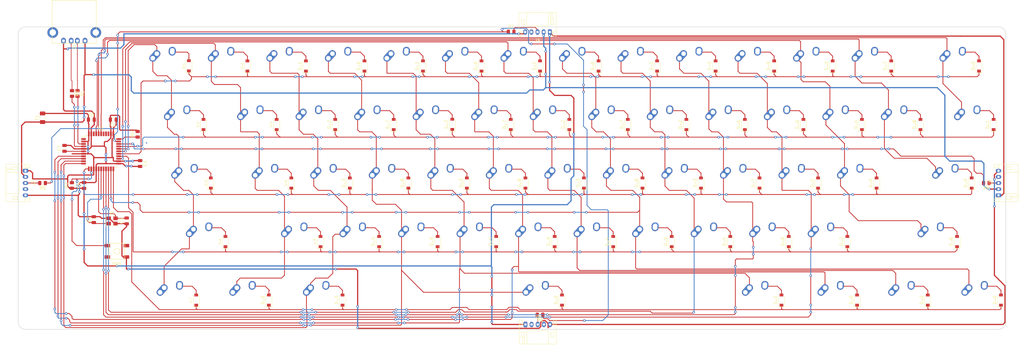
<source format=kicad_pcb>
(kicad_pcb (version 20211014) (generator pcbnew)
  (layers (0 "F.Cu" signal) (31 "B.Cu" signal) (34 "B.Paste" user) (35 "F.Paste" user) (36 "B.SilkS" user "B.Silkscreen") (37 "F.SilkS" user "F.Silkscreen") (38 "B.Mask" user) (39 "F.Mask" user) (44 "Edge.Cuts" user))
  (net 0 "")
  (net 1 "+5V")
  (net 2 "GND")
  (net 3 "Net-(C2-Pad1)")
  (net 4 "Net-(C3-Pad2)")
  (net 5 "Net-(C7-Pad1)")
  (net 6 "ROW0")
  (net 7 "Net-(D1-Pad2)")
  (net 8 "ROW1")
  (net 9 "Net-(D2-Pad2)")
  (net 10 "Net-(D3-Pad2)")
  (net 11 "Net-(D4-Pad2)")
  (net 12 "VCC")
  (net 14 "D-")
  (net 15 "D+")
  (net 16 "COL0")
  (net 17 "COL1")
  (net 18 "Net-(R1-Pad2)")
  (net 19 "Net-(R2-Pad2)")
  (net 20 "Net-(R3-Pad2)")
  (net 21 "Net-(R4-Pad1)")
  (net 23 "ROW2")
  (net 24 "Net-(D5-Pad2)")
  (net 25 "ROW3")
  (net 26 "Net-(D6-Pad2)")
  (net 27 "ROW4")
  (net 28 "Net-(D7-Pad2)")
  (net 29 "Net-(D8-Pad2)")
  (net 30 "Net-(D9-Pad2)")
  (net 31 "Net-(D10-Pad2)")
  (net 32 "Net-(D11-Pad2)")
  (net 33 "Net-(D12-Pad2)")
  (net 34 "Net-(D13-Pad2)")
  (net 35 "Net-(D14-Pad2)")
  (net 36 "Net-(D15-Pad2)")
  (net 40 "Net-(D16-Pad2)")
  (net 41 "Net-(D17-Pad2)")
  (net 42 "Net-(D18-Pad2)")
  (net 44 "Net-(D19-Pad2)")
  (net 45 "Net-(D20-Pad2)")
  (net 46 "Net-(D21-Pad2)")
  (net 47 "Net-(D22-Pad2)")
  (net 48 "Net-(D23-Pad2)")
  (net 49 "Net-(D24-Pad2)")
  (net 50 "Net-(D25-Pad2)")
  (net 51 "Net-(D26-Pad2)")
  (net 52 "Net-(D27-Pad2)")
  (net 53 "Net-(D28-Pad2)")
  (net 54 "Net-(D29-Pad2)")
  (net 55 "Net-(D30-Pad2)")
  (net 56 "Net-(D31-Pad2)")
  (net 57 "Net-(D32-Pad2)")
  (net 58 "Net-(D33-Pad2)")
  (net 59 "Net-(D34-Pad2)")
  (net 60 "Net-(D35-Pad2)")
  (net 61 "Net-(D36-Pad2)")
  (net 62 "Net-(D37-Pad2)")
  (net 63 "Net-(D38-Pad2)")
  (net 64 "Net-(D39-Pad2)")
  (net 65 "Net-(D40-Pad2)")
  (net 66 "Net-(D41-Pad2)")
  (net 67 "Net-(D42-Pad2)")
  (net 68 "Net-(D43-Pad2)")
  (net 69 "Net-(D44-Pad2)")
  (net 70 "Net-(D45-Pad2)")
  (net 71 "Net-(D46-Pad2)")
  (net 72 "Net-(D47-Pad2)")
  (net 73 "Net-(D48-Pad2)")
  (net 74 "Net-(D49-Pad2)")
  (net 75 "Net-(D50-Pad2)")
  (net 76 "Net-(D51-Pad2)")
  (net 77 "Net-(D52-Pad2)")
  (net 78 "Net-(D53-Pad2)")
  (net 79 "Net-(D54-Pad2)")
  (net 80 "Net-(D55-Pad2)")
  (net 81 "Net-(D56-Pad2)")
  (net 82 "Net-(D57-Pad2)")
  (net 83 "Net-(D58-Pad2)")
  (net 84 "Net-(D59-Pad2)")
  (net 85 "Net-(D60-Pad2)")
  (net 86 "Net-(D61-Pad2)")
  (net 87 "Net-(J4-Pad3)")
  (net 88 "Net-(J2-Pad3)")
  (net 91 "Net-(J3-Pad3)")
  (net 93 "COL11")
  (net 94 "COL8")
  (net 95 "COL9")
  (net 96 "COL10")
  (net 97 "COL2")
  (net 98 "COL3")
  (net 99 "COL4")
  (net 100 "COL5")
  (net 101 "COL6")
  (net 102 "COL7")
  (net 103 "COL12")
  (net 104 "COL13")
  (net 105 "IN")
  (net 106 "OUT")
  (net 107 "Net-(J5-Pad3)")
  (footprint "Resistor_SMD:R_0805_2012Metric" (layer "F.Cu") (at 14.40625 -139.7)
    (fp_text reference "R7")
    (fp_text value "100")
  )
  (footprint "MX_Alps_Hybrid:MX-1U-NoLED" (layer "F.Cu") (at -65.0875 -90.4875)
    (fp_text reference "MX_A1")
    (fp_text value "MX-NoLED")
  )
  (footprint "MX_Alps_Hybrid:MX-1U-NoLED" (layer "F.Cu") (at -41.275 -128.5875)
    (fp_text reference "MX_3")
    (fp_text value "MX-NoLED")
  )
  (footprint "Resistor_SMD:R_0805_2012Metric" (layer "F.Cu") (at -128.524 -119.634 -90)
    (fp_text reference "R2")
    (fp_text value "22")
  )
  (footprint "Capacitor_SMD:C_0805_2012Metric" (layer "F.Cu") (at -115.09375 -111.125 180)
    (fp_text reference "C1")
    (fp_text value "0.1uF")
  )
  (footprint "Diode_SMD:D_SOD-123" (layer "F.Cu") (at -19.05 -90.4875 90)
    (fp_text reference "D18")
    (fp_text value "D_Small")
  )
  (footprint "Resistor_SMD:R_0805_2012Metric" (layer "F.Cu") (at -107.15625 -106.3625 90)
    (fp_text reference "R4")
    (fp_text value "10k")
  )
  (footprint "Connector_JST:JST_PH_S5B-PH-K_1x05_P2.00mm_Horizontal" (layer "F.Cu") (at 173.0375 -86.4875 90)
    (fp_text reference "J3")
    (fp_text value "Conn_01x05_Male")
  )
  (footprint "MX_Alps_Hybrid:MX-1U-NoLED" (layer "F.Cu") (at 15.875 -128.5875)
    (fp_text reference "MX_6")
    (fp_text value "MX-NoLED")
  )
  (footprint "Diode_SMD:D_SOD-123" (layer "F.Cu") (at 128.5875 -109.5375 90)
    (fp_text reference "D54")
    (fp_text value "D_Small")
  )
  (footprint "Diode_SMD:D_SOD-123" (layer "F.Cu") (at -52.3875 -128.5875 90)
    (fp_text reference "D11")
    (fp_text value "D_Small")
  )
  (footprint "MX_Alps_Hybrid:MX-1U-NoLED" (layer "F.Cu") (at 53.975 -128.5875)
    (fp_text reference "MX_8")
    (fp_text value "MX-NoLED")
  )
  (footprint "MX_Alps_Hybrid:MX-1U-NoLED" (layer "F.Cu") (at -36.5125 -71.4375)
    (fp_text reference "MX_X1")
    (fp_text value "MX-NoLED")
  )
  (footprint "MX_Alps_Hybrid:MX-1U-NoLED" (layer "F.Cu") (at 94.45625 -52.3875)
    (fp_text reference "MX_Alt2")
    (fp_text value "MX-NoLED")
  )
  (footprint "random-keyboard-parts:SKQG-1155865" (layer "F.Cu") (at -113.919 -68.2625)
    (fp_text reference "SW1")
    (fp_text value "SW_Push")
  )
  (footprint "Diode_SMD:D_SOD-123" (layer "F.Cu") (at 0 -90.4875 90)
    (fp_text reference "D23")
    (fp_text value "D_Small")
  )
  (footprint "MX_Alps_Hybrid:MX-1U-NoLED" (layer "F.Cu") (at -93.6625 -109.5375)
    (fp_text reference "MX_Tab1")
    (fp_text value "MX-NoLED")
  )
  (footprint "MX_Alps_Hybrid:MX-1U-NoLED" (layer "F.Cu") (at 165.89375 -52.3875)
    (fp_text reference "MX_Ctrl2")
    (fp_text value "MX-NoLED")
  )
  (footprint "Diode_SMD:D_SOD-123" (layer "F.Cu") (at -90.4875 -128.65 90)
    (fp_text reference "D1")
    (fp_text value "D_Small")
  )
  (footprint "Package_QFP:TQFP-44_10x10mm_P0.8mm" (layer "F.Cu") (at -119.0625 -100.80625)
    (fp_text reference "U1")
    (fp_text value "ATmega32U4-A")
  )
  (footprint "MX_Alps_Hybrid:MX-1U-NoLED" (layer "F.Cu") (at -55.5625 -71.4375)
    (fp_text reference "MX_Z1")
    (fp_text value "MX-NoLED")
  )
  (footprint "MX_Alps_Hybrid:MX-1U-NoLED" (layer "F.Cu") (at 156.36875 -90.4875)
    (fp_text reference "MX_Enter1")
    (fp_text value "MX-NoLED")
  )
  (footprint "Diode_SMD:D_SOD-123" (layer "F.Cu") (at -78.58125 -71.4375 90)
    (fp_text reference "D6")
    (fp_text value "D_Small")
  )
  (footprint "Diode_SMD:D_SOD-123" (layer "F.Cu") (at 38.1 -90.4875 90)
    (fp_text reference "D33")
    (fp_text value "D_Small")
  )
  (footprint "MX_Alps_Hybrid:MX-1U-NoLED" (layer "F.Cu") (at 139.7 -109.5375)
    (fp_text reference "MX_]1")
    (fp_text value "MX-NoLED")
  )
  (footprint "Diode_SMD:D_SOD-123" (layer "F.Cu") (at 47.625 -71.4375 90)
    (fp_text reference "D34")
    (fp_text value "D_Small")
  )
  (footprint "Diode_SMD:D_SOD-123" (layer "F.Cu") (at 114.3 -90.4875 90)
    (fp_text reference "D51")
    (fp_text value "D_Small")
  )
  (footprint "MX_Alps_Hybrid:MX-1U-NoLED" (layer "F.Cu") (at 111.125 -128.5875)
    (fp_text reference "MX_-1")
    (fp_text value "MX-NoLED")
  )
  (footprint "Diode_SMD:D_SOD-123" (layer "F.Cu") (at 173.83125 -52.3875 90)
    (fp_text reference "D40")
    (fp_text value "D_Small")
  )
  (footprint "Capacitor_SMD:C_0805_2012Metric" (layer "F.Cu") (at -110.744 -78.166 90)
    (fp_text reference "C3")
    (fp_text value "22pF")
  )
  (footprint "Diode_SMD:D_SOD-123" (layer "F.Cu") (at -61.9125 -109.5375 90)
    (fp_text reference "D4")
    (fp_text value "D_Small")
  )
  (footprint "Diode_SMD:D_SOD-123" (layer "F.Cu") (at 4.7625 -128.5875 90)
    (fp_text reference "D26")
    (fp_text value "D_Small")
  )
  (footprint "MX_Alps_Hybrid:MX-1U-NoLED" (layer "F.Cu") (at -98.425 -128.5875)
    (fp_text reference "MX_Esc1")
    (fp_text value "MX-NoLED")
  )
  (footprint "Diode_SMD:D_SOD-123" (layer "F.Cu") (at 30.95625 -52.3875 90)
    (fp_text reference "D20")
    (fp_text value "D_Small")
  )
  (footprint "MX_Alps_Hybrid:MX-1U-NoLED" (layer "F.Cu") (at 44.45 -109.5375)
    (fp_text reference "MX_U1")
    (fp_text value "MX-NoLED")
  )
  (footprint "MX_Alps_Hybrid:MX-1U-NoLED" (layer "F.Cu") (at 120.65 -109.5375)
    (fp_text reference "MX_[1")
    (fp_text value "MX-NoLED")
  )
  (footprint "Diode_SMD:D_SOD-123" (layer "F.Cu") (at -9.525 -71.4375 90)
    (fp_text reference "D19")
    (fp_text value "D_Small")
  )
  (footprint "Capacitor_SMD:C_0805_2012Metric" (layer "F.Cu") (at -124.61875 -89.69375 90)
    (fp_text reference "C5")
    (fp_text value "0.1uF")
  )
  (footprint "Diode_SMD:D_SOD-123" (layer "F.Cu") (at 100.0125 -128.5875 90)
    (fp_text reference "D49")
    (fp_text value "D_Small")
  )
  (footprint "Diode_SMD:D_SOD-123" (layer "F.Cu") (at -33.3375 -128.5875 90)
    (fp_text reference "D16")
    (fp_text value "D_Small")
  )
  (footprint "MX_Alps_Hybrid:MX-1U-NoLED" (layer "F.Cu") (at -46.0375 -90.4875)
    (fp_text reference "MX_S1")
    (fp_text value "MX-NoLED")
  )
  (footprint "MX_Alps_Hybrid:MX-1U-NoLED" (layer "F.Cu") (at 87.3125 -90.4875)
    (fp_text reference "MX_L1")
    (fp_text value "MX-NoLED")
  )
  (footprint "MX_Alps_Hybrid:MX-1U-NoLED" (layer "F.Cu") (at 158.75 -128.5875)
    (fp_text reference "MX_Bksp1")
    (fp_text value "MX-NoLED")
  )
  (footprint "MX_Alps_Hybrid:MX-1U-NoLED" (layer "F.Cu") (at 142.08125 -52.3875)
    (fp_text reference "MX_FN1")
    (fp_text value "MX-NoLED")
  )
  (footprint "Connector_JST:JST_PH_S5B-PH-K_1x05_P2.00mm_Horizontal" (layer "F.Cu") (at 19.05 -44.45)
    (fp_text reference "J5")
    (fp_text value "Conn_01x05_Female")
  )
  (footprint "MX_Alps_Hybrid:MX-1U-NoLED" (layer "F.Cu") (at -26.9875 -90.4875)
    (fp_text reference "MX_D1")
    (fp_text value "MX-NoLED")
  )
  (footprint "random-keyboard-parts:USB-A-Generic" (layer "F.Cu") (at -127.79375 -136.765 180)
    (fp_text reference "J1")
    (fp_text value "USB_A")
  )
  (footprint "Diode_SMD:D_SOD-123" (layer "F.Cu") (at -64.4525 -52.3875 90)
    (fp_text reference "D10")
    (fp_text value "D_Small")
  )
  (footprint "Diode_SMD:D_SOD-123" (layer "F.Cu") (at -23.8125 -109.5375 90)
    (fp_text reference "D17")
    (fp_text value "D_Small")
  )
  (footprint "MX_Alps_Hybrid:MX-1U-NoLED" (layer "F.Cu") (at 130.175 -128.5875)
    (fp_text reference "MX_=1")
    (fp_text value "MX-NoLED")
  )
  (footprint "MX_Alps_Hybrid:MX-1U-NoLED" (layer "F.Cu") (at 106.3625 -90.4875)
    (fp_text reference "MX_;1")
    (fp_text value "MX-NoLED")
  )
  (footprint "MX_Alps_Hybrid:MX-1U-NoLED" (layer "F.Cu") (at -48.41875 -52.3875)
    (fp_text reference "MX_Alt1")
    (fp_text value "MX-NoLED")
  )
  (footprint "Diode_SMD:D_SOD-123" (layer "F.Cu") (at 127 -52.3875 90)
    (fp_text reference "D30")
    (fp_text value "D_Small")
  )
  (footprint "Resistor_SMD:R_0805_2012Metric" (layer "F.Cu") (at 169.06875 -90.4875 180)
    (fp_text reference "R6")
    (fp_text value "100")
  )
  (footprint "Diode_SMD:D_SOD-123" (layer "F.Cu") (at 23.8125 -128.5875 90)
    (fp_text reference "D31")
    (fp_text value "D_Small")
  )
  (footprint "Crystal:Crystal_SMD_3225-4Pin_3.2x2.5mm" (layer "F.Cu") (at -115.4675 -78.1475)
    (fp_text reference "Y1")
    (fp_text value "Crystal_GND24_Small")
  )
  (footprint "Diode_SMD:D_SOD-123" (layer "F.Cu") (at 80.9625 -128.5875 90)
    (fp_text reference "D45")
    (fp_text value "D_Small")
  )
  (footprint "Diode_SMD:D_SOD-123" (layer "F.Cu") (at 138.1125 -128.5875 90)
    (fp_text reference "D57")
    (fp_text value "D_Small")
  )
  (footprint "MX_Alps_Hybrid:MX-1U-NoLED" (layer "F.Cu") (at 82.55 -109.5375)
    (fp_text reference "MX_O1")
    (fp_text value "MX-NoLED")
  )
  (footprint "Diode_SMD:D_SOD-123" (layer "F.Cu") (at -71.4375 -128.5875 90)
    (fp_text reference "D3")
    (fp_text value "D_Small")
  )
  (footprint "Diode_SMD:D_SOD-123" (layer "F.Cu") (at -38.1 -90.4875 90)
    (fp_text reference "D13")
    (fp_text value "D_Small")
  )
  (footprint "Diode_SMD:D_SOD-123" (layer "F.Cu") (at 14.2875 -109.5375 90)
    (fp_text reference "D27")
    (fp_text value "D_Small")
  )
  (footprint "Diode_SMD:D_SOD-123" (layer "F.Cu") (at 102.39375 -52.3875 90)
    (fp_text reference "D25")
    (fp_text value "D_Small")
  )
  (footprint "MX_Alps_Hybrid:MX-1U-NoLED" (layer "F.Cu") (at 58.7375 -71.4375)
    (fp_text reference "MX_M1")
    (fp_text value "MX-NoLED")
  )
  (footprint "MX_Alps_Hybrid:MX-1U-NoLED" (layer "F.Cu") (at 30.1625 -90.4875)
    (fp_text reference "MX_H1")
    (fp_text value "MX-NoLED")
  )
  (footprint "Diode_SMD:D_SOD-123" (layer "F.Cu") (at -14.2875 -128.5875 90)
    (fp_text reference "D21")
    (fp_text value "D_Small")
  )
  (footprint "Diode_SMD:D_SOD-123" (layer "F.Cu") (at 66.675 -71.4375 90)
    (fp_text reference "D39")
    (fp_text value "D_Small")
  )
  (footprint "Resistor_SMD:R_0805_2012Metric" (layer "F.Cu") (at -138.1125 -90.4875 180)
    (fp_text reference "R5")
    (fp_text value "100")
  )
  (footprint "Diode_SMD:D_SOD-123" (layer "F.Cu") (at 90.4875 -109.5375 90)
    (fp_text reference "D46")
    (fp_text value "D_Small")
  )
  (footprint "Diode_SMD:D_SOD-123" (layer "F.Cu") (at 42.8625 -128.5875 90)
    (fp_text reference "D36")
    (fp_text value "D_Small")
  )
  (footprint "Diode_SMD:D_SOD-123" (layer "F.Cu") (at 164.30625 -90.4875 90)
    (fp_text reference "D59")
    (fp_text value "D_Small")
  )
  (footprint "Capacitor_SMD:C_0805_2012Metric" (layer "F.Cu") (at -121.44375 -78.58125 90)
    (fp_text reference "C2")
    (fp_text value "22pF")
  )
  (footprint "Diode_SMD:D_SOD-123" (layer "F.Cu") (at 71.4375 -109.5375 90)
    (fp_text reference "D42")
    (fp_text value "D_Small")
  )
  (footprint "Diode_SMD:D_SOD-123" (layer "F.Cu") (at 150.01875 -52.3875 90)
    (fp_text reference "D35")
    (fp_text value "D_Small")
  )
  (footprint "MX_Alps_Hybrid:MX-1U-NoLED" (layer "F.Cu") (at 1.5875 -71.4375)
    (fp_text reference "MX_V1")
    (fp_text value "MX-NoLED")
  )
  (footprint "Diode_SMD:D_SOD-123" (layer "F.Cu") (at 159.54375 -71.4375 90)
    (fp_text reference "D56")
    (fp_text value "D_Small")
  )
  (footprint "MX_Alps_Hybrid:MX-1U-NoLED" (layer "F.Cu") (at 151.60625 -71.4375)
    (fp_text reference "MX_Shift2")
    (fp_text value "MX-NoLED")
  )
  (footprint "Diode_SMD:D_SOD-123" (layer "F.Cu") (at 52.3875 -109.5375 90)
    (fp_text reference "D37")
    (fp_text value "D_Small")
  )
  (footprint "MX_Alps_Hybrid:MX-1U-NoLED" (layer "F.Cu") (at 34.925 -128.5875)
    (fp_text reference "MX_7")
    (fp_text value "MX-NoLED")
  )
  (footprint "Fuse:Fuse_1206_3216Metric" (layer "F.Cu") (at -138.1125 -111.73125 90)
    (fp_text reference "F1")
    (fp_text value "500mA")
  )
  (footprint "MX_Alps_Hybrid:MX-1U-NoLED" (layer "F.Cu") (at 23.01875 -52.3875)
    (fp_text reference "MX_Space1")
    (fp_text value "MX-NoLED")
  )
  (footprint "MX_Alps_Hybrid:MX-1U-NoLED" (layer "F.Cu") (at 92.075 -128.5875)
    (fp_text reference "MX_0")
    (fp_text value "MX-NoLED")
  )
  (footprint "Diode_SMD:D_SOD-123" (layer "F.Cu") (at 76.2 -90.4875 90)
    (fp_text reference "D43")
    (fp_text value "D_Small")
  )
  (footprint "Diode_SMD:D_SOD-123" (layer "F.Cu") (at -88.10625 -52.3875 90)
    (fp_text reference "D7")
    (fp_text value "D_Small")
  )
  (footprint "MX_Alps_Hybrid:MX-1U-NoLED" (layer "F.Cu") (at -91.28125 -90.4875)
    (fp_text reference "MX_Caps1")
    (fp_text value "MX-NoLED")
  )
  (footprint "Diode_SMD:D_SOD-123" (layer "F.Cu") (at -47.625 -71.4375 90)
    (fp_text reference "D9")
    (fp_text value "D_Small")
  )
  (footprint "Diode_SMD:D_SOD-123" (layer "F.Cu") (at 28.575 -71.4375 90)
    (fp_text reference "D29")
    (fp_text value "D_Small")
  )
  (footprint "MX_Alps_Hybrid:MX-1U-NoLED" (layer "F.Cu") (at 11.1125 -90.4875)
    (fp_text reference "MX_G1")
    (fp_text value "MX-NoLED")
  )
  (footprint "MX_Alps_Hybrid:MX-1U-NoLED" (layer "F.Cu") (at 6.35 -109.5375)
    (fp_text reference "MX_T1")
    (fp_text value "MX-NoLED")
  )
  (footprint "MX_Alps_Hybrid:MX-1U-NoLED" (layer "F.Cu") (at -17.4625 -71.4375)
    (fp_text reference "MX_C1")
    (fp_text value "MX-NoLED")
  )
  (footprint "MX_Alps_Hybrid:MX-1U-NoLED" (layer "F.Cu") (at -96.04375 -52.3875)
    (fp_text reference "MX_Ctrl1")
    (fp_text value "MX-NoLED")
  )
  (footprint "Diode_SMD:D_SOD-123" (layer "F.Cu") (at 61.9125 -128.5875 90)
    (fp_text reference "D41")
    (fp_text value "D_Small")
  )
  (footprint "Diode_SMD:D_SOD-123" (layer "F.Cu") (at 57.15 -90.4875 90)
    (fp_text reference "D38")
    (fp_text value "D_Small")
  )
  (footprint "MX_Alps_Hybrid:MX-1U-NoLED" (layer "F.Cu") (at 20.6375 -71.4375)
    (fp_text reference "MX_B1")
    (fp_text value "MX-NoLED")
  )
  (footprint "MX_Alps_Hybrid:MX-1U-NoLED" (layer "F.Cu") (at -31.75 -109.5375)
    (fp_text reference "MX_E1")
    (fp_text value "MX-NoLED")
  )
  (footprint "MX_Alps_Hybrid:MX-1U-NoLED" (layer "F.Cu") (at -12.7 -109.5375)
    (fp_text reference "MX_R1")
    (fp_text value "MX-NoLED")
  )
  (footprint "MX_Alps_Hybrid:MX-1U-NoLED" (layer "F.Cu") (at -22.225 -128.5875)
    (fp_text reference "MX_4")
    (fp_text value "MX-NoLED")
  )
  (footprint "Diode_SMD:D_SOD-123" (layer "F.Cu") (at 109.5375 -109.5375 90)
    (fp_text reference "D50")
    (fp_text value "D_Small")
  )
  (footprint "MX_Alps_Hybrid:MX-1U-NoLED" (layer "F.Cu") (at 39.6875 -71.4375)
    (fp_text reference "MX_N1")
    (fp_text value "MX-NoLED")
  )
  (footprint "Diode_SMD:D_SOD-123" (layer "F.Cu") (at -85.725 -109.5375 90)
    (fp_text reference "D2")
    (fp_text value "D_Small")
  )
  (footprint "MX_Alps_Hybrid:MX-1U-NoLED" (layer "F.Cu") (at -60.325 -128.5875)
    (fp_text reference "MX_2")
    (fp_text value "MX-NoLED")
  )
  (footprint "Capacitor_SMD:C_0805_2012Metric" (layer "F.Cu") (at -122.2375 -111.125)
    (fp_text reference "C6")
    (fp_text value "10uF")
  )
  (footprint "Connector_JST:JST_PH_S5B-PH-K_1x05_P2.00mm_Horizontal" (layer "F.Cu") (at -143.66875 -94.4875 -90)
    (fp_text reference "J2")
    (fp_text value "Conn_01x05_Female")
  )
  (footprint "MX_Alps_Hybrid:MX-1U-NoLED" (layer "F.Cu") (at 25.4 -109.5375)
    (fp_text reference "MX_Y1")
    (fp_text value "MX-NoLED")
  )
  (footprint "Diode_SMD:D_SOD-123" (layer "F.Cu") (at -40.48125 -52.3875 90)
    (fp_text reference "D15")
    (fp_text value "D_Small")
  )
  (footprint "MX_Alps_Hybrid:MX-1U-NoLED" (layer "F.Cu") (at 96.8375 -71.4375)
    (fp_text reference "MX_.1")
    (fp_text value "MX-NoLED")
  )
  (footprint "Diode_SMD:D_SOD-123" (layer "F.Cu") (at 85.725 -71.4375 90)
    (fp_text reference "D44")
    (fp_text value "D_Small")
  )
  (footprint "MX_Alps_Hybrid:MX-1U-NoLED" (layer "F.Cu") (at 68.2625 -90.4875)
    (fp_text reference "MX_K1")
    (fp_text value "MX-NoLED")
  )
  (footprint "Diode_SMD:D_SOD-123" (layer "F.Cu") (at 147.6375 -109.5375 90)
    (fp_text reference "D58")
    (fp_text value "D_Small")
  )
  (footprint "MX_Alps_Hybrid:MX-1U-NoLED" (layer "F.Cu") (at -3.175 -128.5875)
    (fp_text reference "MX_5")
    (fp_text value "MX-NoLED")
  )
  (footprint "MX_Alps_Hybrid:MX-1U-NoLED" (layer "F.Cu") (at -72.39 -52.3875)
    (fp_text reference "MX_Command1")
    (fp_text value "MX-NoLED")
  )
  (footprint "MX_Alps_Hybrid:MX-1U-NoLED" (layer "F.Cu") (at 77.7875 -71.4375)
    (fp_text reference "MX_,1")
    (fp_text value "MX-NoLED")
  )
  (footprint "Connector_JST:JST_PH_S5B-PH-K_1x05_P2.00mm_Horizontal" (layer "F.Cu") (at 26.9875 -139.63125 180)
    (fp_text reference "J4")
    (fp_text value "Conn_01x05_Female")
  )
  (footprint "Diode_SMD:D_SOD-123" (layer "F.Cu") (at -83.34375 -90.4875 90)
    (fp_text reference "D5")
    (fp_text value "D_Small")
  )
  (footprint "Diode_SMD:D_SOD-123" (layer "F.Cu") (at 166.6875 -128.5875 90)
    (fp_text reference "D60")
    (fp_text value "D_Small")
  )
  (footprint "Diode_SMD:D_SOD-123" (layer "F.Cu") (at 9.525 -71.4375 90)
    (fp_text reference "D24")
    (fp_text value "D_Small")
  )
  (footprint "MX_Alps_Hybrid:MX-1U-NoLED" (layer "F.Cu") (at 73.025 -128.5875)
    (fp_text reference "MX_9")
    (fp_text value "MX-NoLED")
  )
  (footprint "MX_Alps_Hybrid:MX-1U-NoLED" (layer "F.Cu") (at -86.51875 -71.4375)
    (fp_text reference "MX_Shift1")
    (fp_text value "MX-NoLED")
  )
  (footprint "MX_Alps_Hybrid:MX-1U-NoLED" (layer "F.Cu") (at -69.85 -109.5375)
    (fp_text reference "MX_Q1")
    (fp_text value "MX-NoLED")
  )
  (footprint "Diode_SMD:D_SOD-123" (layer "F.Cu") (at -57.15 -90.4875 90)
    (fp_text reference "D8")
    (fp_text value "D_Small")
  )
  (footprint "Capacitor_SMD:C_0805_2012Metric" (layer "F.Cu") (at -130.975 -101.775 90)
    (fp_text reference "C7")
    (fp_text value "1uF")
  )
  (footprint "Diode_SMD:D_SOD-123" (layer "F.Cu") (at 33.3375 -109.5375 90)
    (fp_text reference "D32")
    (fp_text value "D_Small")
  )
  (footprint "Resistor_SMD:R_0805_2012Metric" (layer "F.Cu") (at 23.8125 -47.625 180)
    (fp_text reference "R8")
    (fp_text value "100")
  )
  (footprint "MX_Alps_Hybrid:MX-1U-NoLED" (layer "F.Cu") (at -7.9375 -90.4875)
    (fp_text reference "MX_F1")
    (fp_text value "MX-NoLED")
  )
  (footprint "MX_Alps_Hybrid:MX-1U-NoLED" (layer "F.Cu") (at 115.8875 -71.4375)
    (fp_text reference "MX_/1")
    (fp_text value "MX-NoLED")
  )
  (footprint "MX_Alps_Hybrid:MX-1U-NoLED" (layer "F.Cu") (at -50.8 -109.5375)
    (fp_text reference "MX_W1")
    (fp_text value "MX-NoLED")
  )
  (footprint "Diode_SMD:D_SOD-123" (layer "F.Cu") (at 119.0625 -128.5875 90)
    (fp_text reference "D53")
    (fp_text value "D_Small")
  )
  (footprint "MX_Alps_Hybrid:MX-1U-NoLED" (layer "F.Cu") (at 101.6 -109.5375)
    (fp_text reference "MX_P1")
    (fp_text value "MX-NoLED")
  )
  (footprint "MX_Alps_Hybrid:MX-1U-NoLED" (layer "F.Cu") (at 119.0625 -52.3875)
    (fp_text reference "MX_Command2")
    (fp_text value "MX-NoLED")
  )
  (footprint "Diode_SMD:D_SOD-123" (layer "F.Cu") (at 104.775 -71.4375 90)
    (fp_text reference "D48")
    (fp_text value "D_Small")
  )
  (footprint "MX_Alps_Hybrid:MX-1U-NoLED" (layer "F.Cu") (at 49.2125 -90.4875)
    (fp_text reference "MX_J1")
    (fp_text value "MX-NoLED")
  )
  (footprint "Diode_SMD:D_SOD-123" (layer "F.Cu") (at -42.8625 -109.5375 90)
    (fp_text reference "D12")
    (fp_text value "D_Small")
  )
  (footprint "MX_Alps_Hybrid:MX-1U-NoLED" (layer "F.Cu") (at 125.4125 -90.4875)
    (fp_text reference "MX_'1")
    (fp_text value "MX-NoLED")
  )
  (footprint "Diode_SMD:D_SOD-123" (layer "F.Cu") (at 171.45 -109.5375 90)
    (fp_text reference "D61")
    (fp_text value "D_Small")
  )
  (footprint "Resistor_SMD:R_0805_2012Metric" (layer "F.Cu") (at -128.5875 -89.69375 90)
    (fp_text reference "R3")
    (fp_text value "10k")
  )
  (footprint "Resistor_SMD:R_0805_2012Metric" (layer "F.Cu") (at -126.746 -119.634 -90)
    (fp_text reference "R1")
    (fp_text value "22")
  )
  (footprint "MX_Alps_Hybrid:MX-1U-NoLED" (layer "F.Cu") (at -79.375 -128.5875)
    (fp_text reference "MX_1")
    (fp_text value "MX-NoLED")
  )
  (footprint "Diode_SMD:D_SOD-123" (layer "F.Cu") (at 133.35 -90.4875 90)
    (fp_text reference "D55")
    (fp_text value "D_Small")
  )
  (footprint "MX_Alps_Hybrid:MX-1U-NoLED" (layer "F.Cu") (at 63.5 -109.5375)
    (fp_text reference "MX_I1")
    (fp_text value "MX-NoLED")
  )
  (footprint "Diode_SMD:D_SOD-123" (layer "F.Cu") (at -28.575 -71.4375 90)
    (fp_text reference "D14")
    (fp_text value "D_Small")
  )
  (footprint "Capacitor_SMD:C_0805_2012Metric" (layer "F.Cu") (at -106.3625 -96.8375 -90)
    (fp_text reference "C4")
    (fp_text value "0.1uF")
  )
  (footprint "Diode_SMD:D_SOD-123" (layer "F.Cu") (at 19.05 -90.4875 90)
    (fp_text reference "D28")
    (fp_text value "D_Small")
  )
  (footprint "Diode_SMD:D_SOD-123" (layer "F.Cu") (at 123.825 -71.4375 90)
    (fp_text reference "D52")
    (fp_text value "D_Small")
  )
  (footprint "Diode_SMD:D_SOD-123" (layer "F.Cu") (at -4.7625 -109.6 90)
    (fp_text reference "D22")
    (fp_text value "D_Small")
  )
  (footprint "MX_Alps_Hybrid:MX-1U-NoLED" (layer "F.Cu") (at 163.5125 -109.5375)
    (fp_text reference "MX_\\1")
    (fp_text value "MX-NoLED")
  )
  (footprint "Diode_SMD:D_SOD-123" (layer "F.Cu") (at 95.25 -90.4875 90)
    (fp_text reference "D47")
    (fp_text value "D_Small")
  )
  (gr_line (start 173.0375 -42.8625) (end -143.66875 -42.8625) (layer "Edge.Cuts") (width 0.15))
  (gr_line (start 175.41875 -135.73125) (end 175.41875 -138.90625) (layer "Edge.Cuts") (width 0.15))
  (gr_line (start -146.05 -135.73125) (end -146.05 -138.90625) (layer "Edge.Cuts") (width 0.15))
  (gr_line (start 173.0375 -141.2875) (end -143.66875 -141.2875) (layer "Edge.Cuts") (width 0.15))
  (gr_arc (start 175.41875 -45.24375) (mid 174.721298 -43.559952) (end 173.0375 -42.8625) (layer "Edge.Cuts") (width 0.15))
  (gr_arc (start 173.0375 -141.2875) (mid 174.721298 -140.590048) (end 175.41875 -138.90625) (layer "Edge.Cuts") (width 0.15))
  (gr_arc (start -146.05 -138.90625) (mid -145.352548 -140.590048) (end -143.66875 -141.2875) (layer "Edge.Cuts") (width 0.15))
  (gr_arc (start -143.66875 -42.8625) (mid -145.352548 -43.559952) (end -146.05 -45.24375) (layer "Edge.Cuts") (width 0.15))
  (gr_line (start 175.41875 -135.73125) (end 175.41875 -45.24375) (layer "Edge.Cuts") (width 0.15))
  (gr_line (start -146.05 -135.73125) (end -146.05 -45.24375) (layer "Edge.Cuts") (width 0.15))
  (segment (start -104.267 -103.505) (end -104.394 -103.632) (width 0.254) (layer "B.Cu") (net 0))
  (segment (start -104.14 -103.505) (end -104.267 -103.505) (width 0.254) (layer "B.Cu") (net 0))
  (segment (start 160.869356 -138.3125) (end 28.1845 -138.3125) (width 0.381) (layer "F.Cu") (net 1))
  (segment (start -123.32375 -104.00625) (end -123.0625 -104.2675) (width 0.381) (layer "F.Cu") (net 1))
  (segment (start -138.1125 -113.13125) (end -123.67225 -113.13125) (width 0.381) (layer "F.Cu") (net 1))
  (segment (start 26.924 -120.65) (end 28.575 -118.999) (width 0.381) (layer "F.Cu") (net 1))
  (segment (start -123.1875 -111.125) (end -123.1875 -109.8525) (width 0.381) (layer "F.Cu") (net 1))
  (segment (start -129.54 -93.091) (end -121.666 -93.091) (width 0.381) (layer "F.Cu") (net 1))
  (segment (start -123.32375 -102.36875) (end -123.32375 -102.39625) (width 0.381) (layer "F.Cu") (net 1))
  (segment (start -142.1125 -94.4875) (end -141.351 -93.726) (width 0.381) (layer "F.Cu") (net 1))
  (segment (start -124.65625 -88.78125) (end -124.61875 -88.74375) (width 0.381) (layer "F.Cu") (net 1))
  (segment (start -123.32375 -104.00625) (end -123.32375 -102.36875) (width 0.381) (layer "F.Cu") (net 1))
  (segment (start -123.67225 -113.13125) (end -123.1875 -112.6465) (width 0.381) (layer "F.Cu") (net 1))
  (segment (start -121.4625 -99.1105) (end -122.35825 -100.00625) (width 0.381) (layer "F.Cu") (net 1))
  (segment (start -130.175 -91.821) (end -129.921 -91.567) (width 0.381) (layer "F.Cu") (net 1))
  (segment (start -115.0625 -105.141252) (end -115.485758 -104.717994) (width 0.381) (layer "F.Cu") (net 1))
  (segment (start -121.4625 -93.2945) (end -121.4625 -95.10625) (width 0.381) (layer "F.Cu") (net 1))
  (segment (start -124.61875 -80.54975) (end -124.587 -80.518) (width 0.381) (layer "F.Cu") (net 1))
  (segment (start -128.5875 -88.78125) (end -124.65625 -88.78125) (width 0.381) (layer "F.Cu") (net 1))
  (segment (start -129.921 -91.567) (end -129.921 -89.408) (width 0.381) (layer "F.Cu") (net 1))
  (segment (start -129.921 -92.71) (end -129.54 -93.091) (width 0.381) (layer "F.Cu") (net 1))
  (segment (start -123.317 -100.81625) (end -123.317 -100.076) (width 0.381) (layer "F.Cu") (net 1))
  (segment (start -123.0625 -104.2675) (end -123.0625 -106.50625) (width 0.381) (layer "F.Cu") (net 1))
  (segment (start 33.909 -118.999) (end 34.798 -118.11) (width 0.381) (layer "F.Cu") (net 1))
  (segment (start -124.7625 -100.00625) (end -128.46675 -100.00625) (width 0.381) (layer "F.Cu") (net 1))
  (segment (start -124.587 -64.643) (end -123.444 -63.5) (width 0.381) (layer "F.Cu") (net 1))
  (segment (start 174.1175 -86.4875) (end 174.752 -87.122) (width 0.381) (layer "F.Cu") (net 1))
  (segment (start -130.175 -91.821) (end -129.921 -92.075) (width 0.381) (layer "F.Cu") (net 1))
  (segment (start -115.485758 -99.102758) (end -115.0625 -98.6795) (width 0.381) (layer "F.Cu") (net 1))
  (segment (start 34.798 -118.11) (end 34.798 -106.426) (width 0.381) (layer "F.Cu") (net 1))
  (segment (start -123.1875 -112.6465) (end -123.1875 -111.125) (width 0.381) (layer "F.Cu") (net 1))
  (segment (start 160.878856 -138.303) (end 160.869356 -138.3125) (width 0.381) (layer "F.Cu") (net 1))
  (segment (start -106.3625 -97.7875) (end -108.5875 -97.7875) (width 0.381) (layer "F.Cu") (net 1))
  (segment (start -122.35825 -100.00625) (end -123.38675 -100.00625) (width 0.381) (layer "F.Cu") (net 1))
  (segment (start -129.29425 -88.78125) (end -128.5875 -88.78125) (width 0.381) (layer "F.Cu") (net 1))
  (segment (start -121.4625 -95.10625) (end -121.4625 -98.2215) (width 0.381) (layer "F.Cu") (net 1))
  (segment (start -114.14375 -109.37625) (end -114.14375 -111.125) (width 0.381) (layer "F.Cu") (net 1))
  (segment (start 26.9875 -139.63125) (end 26.9875 -138.585) (width 0.381) (layer "F.Cu") (net 1))
  (segment (start 173.0375 -86.4875) (end 174.1175 -86.4875) (width 0.381) (layer "F.Cu") (net 1))
  (segment (start -141.351 -93.726) (end -141.351 -91.948) (width 0.381) (layer "F.Cu") (net 1))
  (segment (start -141.351 -91.948) (end -141.224 -91.821) (width 0.381) (layer "F.Cu") (net 1))
  (segment (start 26.9875 -139.63125) (end 26.9875 -138.3665) (width 0.381) (layer "F.Cu") (net 1))
  (segment (start 19.05 -44.45) (end 8.382 -44.45) (width 0.381) (layer "F.Cu") (net 1))
  (segment (start -121.4625 -98.2215) (end -121.4625 -98.7555) (width 0.381) (layer "F.Cu") (net 1))
  (segment (start -129.921 -92.075) (end -129.921 -92.71) (width 0.381) (layer "F.Cu") (net 1))
  (segment (start -121.666 -93.091) (end -121.4625 -93.2945) (width 0.381) (layer "F.Cu") (net 1))
  (segment (start -115.485758 -104.717994) (end -115.485758 -99.102758) (width 0.381) (layer "F.Cu") (net 1))
  (segment (start 26.9875 -138.585) (end 26.924 -138.5215) (width 0.381) (layer "F.Cu") (net 1))
  (segment (start 8.382 -44.45) (end 8.128 -44.704) (width 0.381) (layer "F.Cu") (net 1))
  (segment (start -123.0625 -109.7275) (end -123.0625 -106.50625) (width 0.381) (layer "F.Cu") (net 1))
  (segment (start 8.128 -50.165) (end 8.128 -53.975) (width 0.381) (layer "F.Cu") (net 1))
  (segment (start -141.224 -91.821) (end -130.556 -91.821) (width 0.381) (layer "F.Cu") (net 1))
  (segment (start -115.0625 -106.50625) (end -115.0625 -108.4575) (width 0.381) (layer "F.Cu") (net 1))
  (segment (start 28.1845 -138.3125) (end 26.9875 -139.5095) (width 0.381) (layer "F.Cu") (net 1))
  (segment (start 174.752 -137.16) (end 173.609 -138.303) (width 0.381) (layer "F.Cu") (net 1))
  (segment (start -115.0625 -97.7905) (end -114.87825 -97.60625) (width 0.381) (layer "F.Cu") (net 1))
  (segment (start -123.317 -100.076) (end -123.38675 -100.00625) (width 0.381) (layer "F.Cu") (net 1))
  (segment (start -115.0625 -106.50625) (end -115.0625 -105.141252) (width 0.381) (layer "F.Cu") (net 1))
  (segment (start -113.3625 -97.60625) (end -111.15 -97.60625) (width 0.381) (layer "F.Cu") (net 1))
  (segment (start 26.924 -123.317) (end 26.924 -120.65) (width 0.381) (layer "F.Cu") (net 1))
  (segment (start -113.919 -63.5) (end -123.444 -63.5) (width 0.381) (layer "F.Cu") (net 1))
  (segment (start -115.1385 -98.7555) (end -115.0625 -98.6795) (width 0.381) (layer "F.Cu") (net 1))
  (segment (start -143.66875 -94.4875) (end -142.1125 -94.4875) (width 0.381) (layer "F.Cu") (net 1))
  (segment (start -130.556 -91.821) (end -130.175 -91.821) (width 0.381) (layer "F.Cu") (net 1))
  (segment (start -115.0625 -108.4575) (end -114.14375 -109.37625) (width 0.381) (layer "F.Cu") (net 1))
  (segment (start -115.0625 -98.6795) (end -115.0625 -97.7905) (width 0.381) (layer "F.Cu") (net 1))
  (segment (start 8.128 -55.753) (end 8.128 -60.071) (width 0.381) (layer "F.Cu") (net 1))
  (segment (start -124.61875 -88.74375) (end -124.61875 -80.54975) (width 0.381) (layer "F.Cu") (net 1))
  (segment (start -108.5875 -97.7875) (end -108.74375 -97.63125) (width 0.381) (layer "F.Cu") (net 1))
  (segment (start -123.32375 -102.36875) (end -123.317 -102.362) (width 0.381) (layer "F.Cu") (net 1))
  (segment (start -121.4625 -98.7555) (end -121.4625 -99.1105) (width 0.381) (layer "F.Cu") (net 1))
  (segment (start 173.609 -138.303) (end 160.878856 -138.303) (width 0.381) (layer "F.Cu") (net 1))
  (segment (start 28.575 -118.999) (end 33.909 -118.999) (width 0.381) (layer "F.Cu") (net 1))
  (segment (start -124.7625 -104.00625) (end -123.32375 -104.00625) (width 0.381) (layer "F.Cu") (net 1))
  (segment (start -121.4625 -98.7555) (end -115.1385 -98.7555) (width 0.381) (layer "F.Cu") (net 1))
  (segment (start -111.125 -97.63125) (end -111.15 -97.60625) (width 0.381) (layer "F.Cu") (net 1))
  (segment (start -113.3625 -97.60625) (end -114.87825 -97.60625) (width 0.381) (layer "F.Cu") (net 1))
  (segment (start 8.128 -44.704) (end 8.128 -45.212) (width 0.381) (layer "F.Cu") (net 1))
  (segment (start -123.38675 -100.00625) (end -124.7625 -100.00625) (width 0.381) (layer "F.Cu") (net 1))
  (segment (start -129.921 -89.408) (end -129.29425 -88.78125) (width 0.381) (layer "F.Cu") (net 1))
  (segment (start -123.1875 -109.8525) (end -123.0625 -109.7275) (width 0.381) (layer "F.Cu") (net 1))
  (segment (start 174.752 -87.122) (end 174.752 -137.16) (width 0.381) (layer "F.Cu") (net 1))
  (segment (start -124.587 -68.961) (end -124.587 -64.643) (width 0.381) (layer "F.Cu") (net 1))
  (via (at -123.317 -100.81625) (size 0.8) (drill 0.4) (layers "F.Cu" "B.Cu") (net 1))
  (via (at -123.32375 -102.39625) (size 0.8) (drill 0.4) (layers "F.Cu" "B.Cu") (net 1))
  (via (at 8.128 -60.071) (size 0.8) (drill 0.4) (layers "F.Cu" "B.Cu") (net 1))
  (via (at -124.587 -68.961) (size 0.8) (drill 0.4) (layers "F.Cu" "B.Cu") (net 1))
  (via (at -113.919 -63.5) (size 0.8) (drill 0.4) (layers "F.Cu" "B.Cu") (net 1))
  (via (at 34.798 -106.426) (size 0.8) (drill 0.4) (layers "F.Cu" "B.Cu") (net 1))
  (via (at -111.15 -97.60625) (size 0.8) (drill 0.4) (layers "F.Cu" "B.Cu") (net 1))
  (via (at 8.128 -50.165) (size 0.8) (drill 0.4) (layers "F.Cu" "B.Cu") (net 1))
  (via (at -108.74375 -97.63125) (size 0.8) (drill 0.4) (layers "F.Cu" "B.Cu") (net 1))
  (via (at 8.128 -55.753) (size 0.8) (drill 0.4) (layers "F.Cu" "B.Cu") (net 1))
  (via (at 26.924 -138.5215) (size 0.8) (drill 0.4) (layers "F.Cu" "B.Cu") (net 1))
  (via (at 26.924 -123.317) (size 0.8) (drill 0.4) (layers "F.Cu" "B.Cu") (net 1))
  (via (at 8.128 -45.212) (size 0.8) (drill 0.4) (layers "F.Cu" "B.Cu") (net 1))
  (via (at 8.128 -53.975) (size 0.8) (drill 0.4) (layers "F.Cu" "B.Cu") (net 1))
  (via (at -124.587 -80.518) (size 0.8) (drill 0.4) (layers "F.Cu" "B.Cu") (net 1))
  (segment (start 26.924 -138.5215) (end 26.924 -123.317) (width 0.381) (layer "B.Cu") (net 1))
  (segment (start -111.15 -97.60625) (end -111.125 -97.63125) (width 0.381) (layer "B.Cu") (net 1))
  (segment (start 8.763 -83.439) (end 7.983001 -82.659001) (width 0.381) (layer "B.Cu") (net 1))
  (segment (start 7.747 -63.5) (end -113.919 -63.5) (width 0.381) (layer "B.Cu") (net 1))
  (segment (start 32.639 -83.439) (end 8.763 -83.439) (width 0.381) (layer "B.Cu") (net 1))
  (segment (start 8.128 -53.975) (end 8.128 -55.753) (width 0.381) (layer "B.Cu") (net 1))
  (segment (start -123.32375 -100.823) (end -123.317 -100.81625) (width 0.381) (layer "B.Cu") (net 1))
  (segment (start 8.128 -60.071) (end 8.128 -63.119) (width 0.381) (layer "B.Cu") (net 1))
  (segment (start 7.983001 -63.736001) (end 7.747 -63.5) (width 0.381) (layer "B.Cu") (net 1))
  (segment (start -111.125 -97.63125) (end -108.74375 -97.63125) (width 0.381) (layer "B.Cu") (net 1))
  (segment (start 8.128 -63.119) (end 7.747 -63.5) (width 0.381) (layer "B.Cu") (net 1))
  (segment (start 7.983001 -82.659001) (end 7.983001 -63.736001) (width 0.381) (layer "B.Cu") (net 1))
  (segment (start 8.128 -45.212) (end 8.128 -50.165) (width 0.381) (layer "B.Cu") (net 1))
  (segment (start 34.798 -106.426) (end 34.798 -92.837) (width 0.381) (layer "B.Cu") (net 1))
  (segment (start 33.909 -84.709) (end 32.639 -83.439) (width 0.381) (layer "B.Cu") (net 1))
  (segment (start 33.909 -91.948) (end 33.909 -84.709) (width 0.381) (layer "B.Cu") (net 1))
  (segment (start -123.32375 -102.39625) (end -123.32375 -100.823) (width 0.381) (layer "B.Cu") (net 1))
  (segment (start 34.798 -92.837) (end 33.909 -91.948) (width 0.381) (layer "B.Cu") (net 1))
  (segment (start -124.587 -80.518) (end -124.587 -68.961) (width 0.381) (layer "B.Cu") (net 1))
  (segment (start 171.704 -93.154) (end 173.0375 -94.4875) (width 0.381) (layer "F.Cu") (net 2))
  (segment (start -116.04375 -108.85475) (end -115.8625 -108.6735) (width 0.381) (layer "F.Cu") (net 2))
  (segment (start -126.4915 -86.4875) (end -126.4915 -80.0095) (width 0.381) (layer "F.Cu") (net 2))
  (segment (start -36.068 -62.484) (end -42.672 -62.484) (width 0.381) (layer "F.Cu") (net 2))
  (segment (start 26.416 -43.434) (end 26.416 -44.759779) (width 0.381) (layer "F.Cu") (net 2))
  (segment (start -122.174 -102.489) (end -117.983 -102.489) (width 0.381) (layer "F.Cu") (net 2))
  (segment (start 25.460279 -45.7155) (end 24.620721 -45.7155) (width 0.381) (layer "F.Cu") (net 2))
  (segment (start -127.8 -101.60625) (end -128.91875 -102.725) (width 0.381) (layer "F.Cu") (net 2))
  (segment (start -122.809 -101.6) (end -122.81525 -101.60625) (width 0.381) (layer "F.Cu") (net 2))
  (segment (start -107.15625 -107.275) (end -107.57725 -107.696) (width 0.381) (layer "F.Cu") (net 2))
  (segment (start -122.2625 -102.1465) (end -122.809 -101.6) (width 0.381) (layer "F.Cu") (net 2))
  (segment (start -117.475 -101.981) (end -117.475 -99.822) (width 0.381) (layer "F.Cu") (net 2))
  (segment (start 27.05 -44.45) (end 27.05 -44.068) (width 0.381) (layer "F.Cu") (net 2))
  (segment (start -113.03 -112.141) (end -113.411 -112.522) (width 0.381) (layer "F.Cu") (net 2))
  (segment (start -120.23675 -96.80625) (end -117.38025 -96.80625) (width 0.381) (layer "F.Cu") (net 2))
  (segment (start -120.6625 -96.3805) (end -120.23675 -96.80625) (width 0.381) (layer "F.Cu") (net 2))
  (segment (start -110.236 -62.484) (end -110.744 -62.484) (width 0.381) (layer "F.Cu") (net 2))
  (segment (start -121.2875 -113.0325) (end -121.2875 -111.125) (width 0.381) (layer "F.Cu") (net 2))
  (segment (start -117.729 -104.013) (end -117.983 -103.759) (width 0.381) (layer "F.Cu") (net 2))
  (segment (start -35.3105 -43.1845) (end -35.56 -43.434) (width 0.381) (layer "F.Cu") (net 2))
  (segment (start -120.6625 -91.0465) (end -120.6625 -95.10625) (width 0.381) (layer "F.Cu") (net 2))
  (segment (start -106.3625 -95.8875) (end -109.0955 -95.8875) (width 0.381) (layer "F.Cu") (net 2))
  (segment (start -116.4065 -78.9975) (end -116.5675 -78.9975) (width 0.381) (layer "F.Cu") (net 2))
  (segment (start 171.704 -91.694) (end 171.704 -93.154) (width 0.381) (layer "F.Cu") (net 2))
  (segment (start -107.57725 -107.696) (end -112.776 -107.696) (width 0.381) (layer "F.Cu") (net 2))
  (segment (start -122.2625 -106.50625) (end -122.2625 -108.4965) (width 0.381) (layer "F.Cu") (net 2))
  (segment (start 16.891 -139.065) (end 18.42125 -139.065) (width 0.381) (layer "F.Cu") (net 2))
  (segment (start -143.66875 -86.4875) (end -126.4915 -86.4875) (width 0.381) (layer "F.Cu") (net 2))
  (segment (start 27.05 -44.068) (end 26.416 -43.434) (width 0.381) (layer "F.Cu") (net 2))
  (segment (start -114.3675 -77.2975) (end -110.9165 -77.2975) (width 0.381) (layer "F.Cu") (net 2))
  (segment (start -117.475 -97.917) (end -117.475 -96.901) (width 0.381) (layer "F.Cu") (net 2))
  (segment (start 175.133 -45.085) (end 174.498 -44.45) (width 0.381) (layer "F.Cu") (net 2))
  (segment (start -126.4915 -80.0095) (end -126.01325 -79.53125) (width 0.381) (layer "F.Cu") (net 2))
  (segment (start -116.04375 -112.30225) (end -116.04375 -111.125) (width 0.381) (layer "F.Cu") (net 2))
  (segment (start -112.268 -66.802) (end -111.8785 -66.4125) (width 0.381) (layer "F.Cu") (net 2))
  (segment (start -122.2625 -108.4965) (end -121.2875 -109.4715) (width 0.381) (layer "F.Cu") (net 2))
  (segment (start -131.29375 -134.13625) (end -129.94525 -134.13625) (width 0.381) (layer "F.Cu") (net 2))
  (segment (start -35.56 -50.292) (end -35.56 -61.976) (width 0.381) (layer "F.Cu") (net 2))
  (segment (start -112.776 -107.696) (end -113.03 -107.95) (width 0.381) (layer "F.Cu") (net 2))
  (segment (start -111.95 -96.80625) (end -113.3625 -96.80625) (width 0.381) (layer "F.Cu") (net 2))
  (segment (start 24.0405 -43.764721) (end 23.460279 -43.1845) (width 0.381) (layer "F.Cu") (net 2))
  (segment (start 23.460279 -43.1845) (end -35.3105 -43.1845) (width 0.381) (layer "F.Cu") (net 2))
  (segment (start -112.268 -74.803) (end -112.268 -66.802) (width 0.381) (layer "F.Cu") (net 2))
  (segment (start -128.91875 -102.725) (end -130.975 -102.725) (width 0.381) (layer "F.Cu") (net 2))
  (segment (start -131.29375 -114.40275) (end -130.81 -113.919) (width 0.381) (layer "F.Cu") (net 2))
  (segment (start -119.40925 -79.53125) (end -118.872 -78.994) (width 0.381) (layer "F.Cu") (net 2))
  (segment (start -121.44375 -79.53125) (end -119.40925 -79.53125) (width 0.381) (layer "F.Cu") (net 2))
  (segment (start -126.111 -89.57125) (end -126.111 -90.424) (width 0.381) (layer "F.Cu") (net 2))
  (segment (start 171.704 -60.452) (end 175.133 -57.023) (width 0.381) (layer "F.Cu") (net 2))
  (segment (start -122.2625 -106.50625) (end -122.2625 -102.5775) (width 0.381) (layer "F.Cu") (net 2))
  (segment (start -126.111 -90.424) (end -125.89125 -90.64375) (width 0.381) (layer "F.Cu") (net 2))
  (segment (start -115.8625 -108.6735) (end -115.8625 -106.50625) (width 0.381) (layer "F.Cu") (net 2))
  (segment (start -110.819 -62.559) (end -110.819 -66.4125) (width 0.381) (layer "F.Cu") (net 2))
  (segment (start -113.411 -112.522) (end -115.824 -112.522) (width 0.381) (layer "F.Cu") (net 2))
  (segment (start -117.38025 -96.80625) (end -113.3625 -96.80625) (width 0.381) (layer "F.Cu") (net 2))
  (segment (start -115.8625 -105.16291) (end -117.01241 -104.013) (width 0.381) (layer "F.Cu") (net 2))
  (segment (start -126.111 -86.868) (end -126.111 -87.63) (width 0.381) (layer "F.Cu") (net 2))
  (segment (start 24.0405 -45.135279) (end 24.0405 -43.764721) (width 0.381) (layer "F.Cu") (net 2))
  (segment (start -131.29375 -136.765) (end -131.29375 -134.13625) (width 0.381) (layer "F.Cu") (net 2))
  (segment (start -124.61875 -90.64375) (end -121.06525 -90.64375) (width 0.381) (layer "F.Cu") (net 2))
  (segment (start 171.704 -82.931) (end 171.704 -60.452) (width 0.381) (layer "F.Cu") (net 2))
  (segment (start -120.6625 -95.10625) (end -120.6625 -96.3805) (width 0.381) (layer "F.Cu") (net 2))
  (segment (start -114.7065 -77.2975) (end -116.4065 -78.9975) (width 0.381) (layer "F.Cu") (net 2))
  (segment (start -111.15575 -96.012) (end -111.95 -96.80625) (width 0.381) (layer "F.Cu") (net 2))
  (segment (start -129.94525 -134.13625) (end -129.921 -134.112) (width 0.381) (layer "F.Cu") (net 2))
  (segment (start -122.174 -113.919) (end -121.2875 -113.0325) (width 0.381) (layer "F.Cu") (net 2))
  (segment (start -118.8685 -78.9975) (end -116.5675 -78.9975) (width 0.381) (layer "F.Cu") (net 2))
  (segment (start -109.0955 -95.8875) (end -109.22 -96.012) (width 0.381) (layer "F.Cu") (net 2))
  (segment (start 26.416 -44.759779) (end 25.460279 -45.7155) (width 0.381) (layer "F.Cu") (net 2))
  (segment (start -121.06525 -90.64375) (end -120.6625 -91.0465) (width 0.381) (layer "F.Cu") (net 2))
  (segment (start -131.29375 -134.13625) (end -131.29375 -114.40275) (width 0.381) (layer "F.Cu") (net 2))
  (segment (start 175.133 -57.023) (end 175.133 -45.085) (width 0.381) (layer "F.Cu") (net 2))
  (segment (start -125.89125 -90.64375) (end -124.61875 -90.64375) (width 0.381) (layer "F.Cu") (net 2))
  (segment (start -115.824 -112.522) (end -116.04375 -112.30225) (width 0.381) (layer "F.Cu") (net 2))
  (segment (start -122.2625 -102.5775) (end -122.2625 -102.1465) (width 0.381) (layer "F.Cu") (net 2))
  (segment (start -117.01241 -104.013) (end -117.729 -104.013) (width 0.381) (layer "F.Cu") (net 2))
  (segment (start 174.498 -44.45) (end 27.05 -44.45) (width 0.381) (layer "F.Cu") (net 2))
  (segment (start -111.8785 -66.4125) (end -110.819 -66.4125) (width 0.381) (layer "F.Cu") (net 2))
  (segment (start -118.872 -78.994) (end -118.8685 -78.9975) (width 0.381) (layer "F.Cu") (net 2))
  (segment (start -122.81525 -101.60625) (end -124.7625 -101.60625) (width 0.381) (layer "F.Cu") (net 2))
  (segment (start -114.3675 -77.2975) (end -114.7065 -77.2975) (width 0.381) (layer "F.Cu") (net 2))
  (segment (start -110.744 -77.216) (end -110.744 -76.327) (width 0.381) (layer "F.Cu") (net 2))
  (segment (start -117.475 -96.901) (end -117.38025 -96.80625) (width 0.381) (layer "F.Cu") (net 2))
  (segment (start -35.56 -61.976) (end -36.068 -62.484) (width 0.381) (layer "F.Cu") (net 2))
  (segment (start -117.983 -103.759) (end -117.983 -102.489) (width 0.381) (layer "F.Cu") (net 2))
  (segment (start -110.8355 -96.012) (end -111.15575 -96.012) (width 0.381) (layer "F.Cu") (net 2))
  (segment (start -117.983 -102.489) (end -117.475 -101.981) (width 0.381) (layer "F.Cu") (net 2))
  (segment (start -115.8625 -106.50625) (end -115.8625 -105.16291) (width 0.381) (layer "F.Cu") (net 2))
  (segment (start -121.2875 -109.4715) (end -121.2875 -111.125) (width 0.381) (layer "F.Cu") (net 2))
  (segment (start -126.01325 -79.53125) (end -121.44375 -79.53125) (width 0.381) (layer "F.Cu") (net 2))
  (segment (start -130.81 -113.919) (end -122.174 -113.919) (width 0.381) (layer "F.Cu") (net 2))
  (segment (start -116.04375 -111.125) (end -116.04375 -108.85475) (width 0.381) (layer "F.Cu") (net 2))
  (segment (start -124.7625 -101.60625) (end -127.8 -101.60625) (width 0.381) (layer "F.Cu") (net 2))
  (segment (start 18.42125 -139.065) (end 18.9875 -139.63125) (width 0.381) (layer "F.Cu") (net 2))
  (segment (start -126.4915 -86.4875) (end -126.111 -86.868) (width 0.381) (layer "F.Cu") (net 2))
  (segment (start -113.03 -107.95) (end -113.03 -112.141) (width 0.381) (layer "F.Cu") (net 2))
  (segment (start -110.744 -62.484) (end -110.819 -62.559) (width 0.381) (layer "F.Cu") (net 2))
  (segment (start -122.2625 -102.5775) (end -122.174 -102.489) (width 0.381) (layer "F.Cu") (net 2))
  (segment (start 24.620721 -45.7155) (end 24.0405 -45.135279) (width 0.381) (layer "F.Cu") (net 2))
  (segment (start -110.744 -76.327) (end -112.268 -74.803) (width 0.381) (layer "F.Cu") (net 2))
  (via (at -129.921 -134.112) (size 0.8) (drill 0.4) (layers "F.Cu" "B.Cu") (net 2))
  (via (at -126.111 -89.57125) (size 0.8) (drill 0.4) (layers "F.Cu" "B.Cu") (net 2))
  (via (at 171.704 -91.694) (size 0.8) (drill 0.4) (layers "F.Cu" "B.Cu") (net 2))
  (via (at -35.56 -43.434) (size 0.8) (drill 0.4) (layers "F.Cu" "B.Cu") (net 2))
  (via (at -117.475 -97.917) (size 0.8) (drill 0.4) (layers "F.Cu" "B.Cu") (net 2))
  (via (at 16.891 -139.065) (size 0.8) (drill 0.4) (layers "F.Cu" "B.Cu") (net 2))
  (via (at -126.111 -87.63) (size 0.8) (drill 0.4) (layers "F.Cu" "B.Cu") (net 2))
  (via (at -110.236 -62.484) (size 0.8) (drill 0.4) (layers "F.Cu" "B.Cu") (net 2))
  (via (at -110.8355 -96.012) (size 0.8) (drill 0.4) (layers "F.Cu" "B.Cu") (net 2))
  (via (at -35.56 -50.292) (size 0.8) (drill 0.4) (layers "F.Cu" "B.Cu") (net 2))
  (via (at 171.704 -82.931) (size 0.8) (drill 0.4) (layers "F.Cu" "B.Cu") (net 2))
  (via (at -109.22 -96.012) (size 0.8) (drill 0.4) (layers "F.Cu" "B.Cu") (net 2))
  (via (at -42.672 -62.484) (size 0.8) (drill 0.4) (layers "F.Cu" "B.Cu") (net 2))
  (via (at -117.475 -99.822) (size 0.8) (drill 0.4) (layers "F.Cu" "B.Cu") (net 2))
  (segment (start -111.633 -139.065) (end 16.891 -139.065) (width 0.381) (layer "B.Cu") (net 2))
  (segment (start -35.56 -43.434) (end -35.56 -50.292) (width 0.381) (layer "B.Cu") (net 2))
  (segment (start -111.633 -135.509) (end -111.633 -139.065) (width 0.381) (layer "B.Cu") (net 2))
  (segment (start -112.7475 -134.3945) (end -111.633 -135.509) (width 0.381) (layer "B.Cu") (net 2))
  (segment (start -42.672 -62.484) (end -110.236 -62.484) (width 0.381) (layer "B.Cu") (net 2))
  (segment (start -129.6385 -134.3945) (end -112.7475 -134.3945) (width 0.381) (layer "B.Cu") (net 2))
  (segment (start -129.921 -134.112) (end -129.6385 -134.3945) (width 0.381) (layer "B.Cu") (net 2))
  (segment (start -117.475 -99.822) (end -117.475 -97.917) (width 0.381) (layer "B.Cu") (net 2))
  (segment (start 171.704 -91.694) (end 171.704 -82.931) (width 0.381) (layer "B.Cu") (net 2))
  (segment (start -126.111 -87.63) (end -126.111 -89.57125) (width 0.381) (layer "B.Cu") (net 2))
  (segment (start -110.8355 -96.012) (end -109.22 -96.012) (width 0.381) (layer "B.Cu") (net 2))
  (segment (start -122.97025 -77.63125) (end -123.444 -78.105) (width 0.254) (layer "F.Cu") (net 3))
  (segment (start -119.0625 -95.10625) (end -119.0625 -86.0145) (width 0.254) (layer "F.Cu") (net 3))
  (segment (start -123.444 -78.105) (end -123.444 -78.74) (width 0.254) (layer "F.Cu") (net 3))
  (segment (start -121.11 -77.2975) (end -116.5675 -77.2975) (width 0.254) (layer "F.Cu") (net 3))
  (segment (start -121.44375 -77.63125) (end -121.11 -77.2975) (width 0.254) (layer "F.Cu") (net 3))
  (segment (start -121.44375 -77.63125) (end -122.97025 -77.63125) (width 0.254) (layer "F.Cu") (net 3))
  (via (at -123.444 -78.74) (size 0.8) (drill 0.4) (layers "F.Cu" "B.Cu") (net 3))
  (via (at -119.0625 -86.0145) (size 0.8) (drill 0.4) (layers "F.Cu" "B.Cu") (net 3))
  (segment (start -119.126 -85.217) (end -119.0625 -85.2805) (width 0.254) (layer "B.Cu") (net 3))
  (segment (start -122.428 -85.217) (end -119.126 -85.217) (width 0.254) (layer "B.Cu") (net 3))
  (segment (start -119.0625 -85.2805) (end -119.0625 -86.0145) (width 0.254) (layer "B.Cu") (net 3))
  (segment (start -123.444 -78.74) (end -123.444 -84.201) (width 0.254) (layer "B.Cu") (net 3))
  (segment (start -123.444 -84.201) (end -122.428 -85.217) (width 0.254) (layer "B.Cu") (net 3))
  (segment (start -114.3675 -78.9975) (end -110.8625 -78.9975) (width 0.254) (layer "F.Cu") (net 4))
  (segment (start -114.3675 -79.9505) (end -114.935 -80.518) (width 0.254) (layer "F.Cu") (net 4))
  (segment (start -110.8625 -78.9975) (end -110.744 -79.116) (width 0.254) (layer "F.Cu") (net 4))
  (segment (start -114.3675 -78.9975) (end -114.3675 -79.9505) (width 0.254) (layer "F.Cu") (net 4))
  (segment (start -119.253 -80.518) (end -119.8625 -81.1275) (width 0.254) (layer "F.Cu") (net 4))
  (segment (start -119.8625 -81.1275) (end -119.8625 -95.10625) (width 0.254) (layer "F.Cu") (net 4))
  (segment (start -114.935 -80.518) (end -119.253 -80.518) (width 0.254) (layer "F.Cu") (net 4))
  (segment (start -130.975 -100.825) (end -130.95625 -100.80625) (width 0.254) (layer "F.Cu") (net 5))
  (segment (start -130.95625 -100.80625) (end -124.7625 -100.80625) (width 0.254) (layer "F.Cu") (net 5))
  (segment (start -94.869 -123.698) (end -90.297 -123.698) (width 0.254) (layer "F.Cu") (net 6))
  (segment (start 138.938 -125.095) (end 138.1125 -125.9205) (width 0.254) (layer "F.Cu") (net 6))
  (segment (start -89.662 -125.095) (end -90.4875 -125.9205) (width 0.254) (layer "F.Cu") (net 6))
  (segment (start -106.045 -123.063) (end -105.664 -123.444) (width 0.254) (layer "F.Cu") (net 6))
  (segment (start 119.0625 -125.4125) (end 119.0625 -126.9375) (width 0.254) (layer "F.Cu") (net 6))
  (segment (start 40.275666 -125.111666) (end 24.113334 -125.111666) (width 0.254) (layer "F.Cu") (net 6))
  (segment (start -17.653 -125.095) (end -33.02 -125.095) (width 0.254) (layer "F.Cu") (net 6))
  (segment (start 24.113334 -125.111666) (end 22.876666 -125.111666) (width 0.254) (layer "F.Cu") (net 6))
  (segment (start 166.6875 -125.6665) (end 166.116 -125.095) (width 0.254) (layer "F.Cu") (net 6))
  (segment (start -89.662 -124.333) (end -89.662 -125.095) (width 0.254) (layer "F.Cu") (net 6))
  (segment (start 75.438 -125.095) (end 62.357 -125.095) (width 0.254) (layer "F.Cu") (net 6))
  (segment (start 124.968 -125.095) (end 119.38 -125.095) (width 0.254) (layer "F.Cu") (net 6))
  (segment (start -52.3875 -125.5395) (end -52.3875 -126.9375) (width 0.254) (layer "F.Cu") (net 6))
  (segment (start -105.41 -123.698) (end -98.171 -123.698) (width 0.254) (layer "F.Cu") (net 6))
  (segment (start -106.74975 -100.00625) (end -106.299 -100.457) (width 0.254) (layer "F.Cu") (net 6))
  (segment (start -106.045 -100.711) (end -106.045 -117.475) (width 0.254) (layer "F.Cu") (net 6))
  (segment (start 100.711 -125.095) (end 97.282 -125.095) (width 0.254) (layer "F.Cu") (net 6))
  (segment (start 4.7625 -125.5395) (end 4.7625 -126.9375) (width 0.254) (layer "F.Cu") (net 6))
  (segment (start 19.939 -125.095) (end 5.207 -125.095) (width 0.254) (layer "F.Cu") (net 6))
  (segment (start 43.561 -125.095) (end 42.556072 -125.095) (width 0.254) (layer "F.Cu") (net 6))
  (segment (start -33.02 -125.095) (end -34.036 -125.095) (width 0.254) (layer "F.Cu") (net 6))
  (segment (start 62.357 -125.095) (end 59.817 -125.095) (width 0.254) (layer "F.Cu") (net 6))
  (segment (start -14.2875 -125.7935) (end -14.2875 -126.9375) (width 0.254) (layer "F.Cu") (net 6))
  (segment (start -33.02 -125.095) (end -33.3375 -125.4125) (width 0.254) (layer "F.Cu") (net 6))
  (segment (start -55.88 -125.095) (end -71.12 -125.095) (width 0.254) (layer "F.Cu") (net 6))
  (segment (start 61.9125 -125.5395) (end 61.9125 -126.9375) (width 0.254) (layer "F.Cu") (net 6))
  (segment (start 81.534 -125.095) (end 80.9625 -125.6665) (width 0.254) (layer "F.Cu") (net 6))
  (segment (start -106.045 -117.475) (end -106.045 -123.063) (width 0.254) (layer "F.Cu") (net 6))
  (segment (start 119.38 -125.095) (end 109.728 -125.095) (width 0.254) (layer "F.Cu") (net 6))
  (segment (start 94.107 -125.095) (end 81.534 -125.095) (width 0.254) (layer "F.Cu") (net 6))
  (segment (start 166.116 -125.095) (end 156.718 -125.095) (width 0.254) (layer "F.Cu") (net 6))
  (segment (start -13.589 -125.095) (end -15.494 -125.095) (width 0.254) (layer "F.Cu") (net 6))
  (segment (start -106.299 -100.457) (end -106.045 -100.711) (width 0.254) (layer "F.Cu") (net 6))
  (segment (start 138.1125 -125.9205) (end 138.1125 -126.9375) (width 0.254) (layer "F.Cu") (net 6))
  (segment (start 100.0125 -125.7935) (end 100.0125 -126.9375) (width 0.254) (layer "F.Cu") (net 6))
  (segment (start -71.4375 -125.4125) (end -71.4375 -126.9375) (width 0.254) (layer "F.Cu") (net 6))
  (segment (start -113.3625 -100.00625) (end -106.74975 -100.00625) (width 0.254) (layer "F.Cu") (net 6))
  (segment (start 42.556072 -125.095) (end 42.572738 -125.111666) (width 0.254) (layer "F.Cu") (net 6))
  (segment (start 107.823 -125.095) (end 100.711 -125.095) (width 0.254) (layer "F.Cu") (net 6))
  (segment (start 23.8125 -125.4125) (end 23.8125 -126.9375) (width 0.254) (layer "F.Cu") (net 6))
  (segment (start 57.023 -125.095) (end 43.561 -125.095) (width 0.254) (layer "F.Cu") (net 6))
  (segment (start -90.4875 -125.9205) (end -90.4875 -127) (width 0.254) (layer "F.Cu") (net 6))
  (segment (start 166.6875 -126.9375) (end 166.6875 -125.6665) (width 0.254) (layer "F.Cu") (net 6))
  (segment (start -71.12 -125.095) (end -81.788 -125.095) (width 0.254) (layer "F.Cu") (net 6))
  (segment (start 100.711 -125.095) (end 100.0125 -125.7935) (width 0.254) (layer "F.Cu") (net 6))
  (segment (start 119.38 -125.095) (end 119.0625 -125.4125) (width 0.254) (layer "F.Cu") (net 6))
  (segment (start -36.576 -125.095) (end -51.943 -125.095) (width 0.254) (layer "F.Cu") (net 6))
  (segment (start -84.455 -125.095) (end -89.662 -125.095) (width 0.254) (layer "F.Cu") (net 6))
  (segment (start 62.357 -125.095) (end 61.9125 -125.5395) (width 0.254) (layer "F.Cu") (net 6))
  (segment (start -13.589 -125.095) (end -14.2875 -125.7935) (width 0.254) (layer "F.Cu") (net 6))
  (segment (start 43.561 -125.095) (end 42.8625 -125.7935) (width 0.254) (layer "F.Cu") (net 6))
  (segment (start -51.943 -125.095) (end -53.594 -125.095) (width 0.254) (layer "F.Cu") (net 6))
  (segment (start -33.3375 -125.4125) (end -33.3375 -126.9375) (width 0.254) (layer "F.Cu") (net 6))
  (segment (start -71.12 -125.095) (end -71.4375 -125.4125) (width 0.254) (layer "F.Cu") (net 6))
  (segment (start -105.664 -123.444) (end -105.41 -123.698) (width 0.254) (layer "F.Cu") (net 6))
  (segment (start 5.207 -125.095) (end 4.7625 -125.5395) (width 0.254) (layer "F.Cu") (net 6))
  (segment (start 138.938 -125.095) (end 128.27 -125.095) (width 0.254) (layer "F.Cu") (net 6))
  (segment (start 24.113334 -125.111666) (end 23.8125 -125.4125) (width 0.254) (layer "F.Cu") (net 6))
  (segment (start 5.207 -125.095) (end 3.175 -125.095) (width 0.254) (layer "F.Cu") (net 6))
  (segment (start -51.943 -125.095) (end -52.3875 -125.5395) (width 0.254) (layer "F.Cu") (net 6))
  (segment (start 0.762 -125.095) (end -13.589 -125.095) (width 0.254) (layer "F.Cu") (net 6))
  (segment (start -90.297 -123.698) (end -89.662 -124.333) (width 0.254) (layer "F.Cu") (net 6))
  (segment (start 22.876666 -125.111666) (end 22.86 -125.095) (width 0.254) (layer "F.Cu") (net 6))
  (segment (start 81.534 -125.095) (end 79.375 -125.095) (width 0.254) (layer "F.Cu") (net 6))
  (segment (start 80.9625 -125.6665) (end 80.9625 -126.9375) (width 0.254) (layer "F.Cu") (net 6))
  (segment (start 42.8625 -125.7935) (end 42.8625 -126.9375) (width 0.254) (layer "F.Cu") (net 6))
  (segment (start 153.416 -125.095) (end 138.938 -125.095) (width 0.254) (layer "F.Cu") (net 6))
  (via (at -94.869 -123.698) (size 0.8) (drill 0.4) (layers "F.Cu" "B.Cu") (net 6))
  (via (at 22.86 -125.095) (size 0.8) (drill 0.4) (layers "F.Cu" "B.Cu") (net 6))
  (via (at -81.788 -125.095) (size 0.8) (drill 0.4) (layers "F.Cu" "B.Cu") (net 6))
  (via (at 156.718 -125.095) (size 0.8) (drill 0.4) (layers "F.Cu" "B.Cu") (net 6))
  (via (at 19.939 -125.095) (size 0.8) (drill 0.4) (layers "F.Cu" "B.Cu") (net 6))
  (via (at 128.27 -125.095) (size 0.8) (drill 0.4) (layers "F.Cu" "B.Cu") (net 6))
  (via (at 40.275666 -125.111666) (size 0.8) (drill 0.4) (layers "F.Cu" "B.Cu") (net 6))
  (via (at 59.817 -125.095) (size 0.8) (drill 0.4) (layers "F.Cu" "B.Cu") (net 6))
  (via (at 57.023 -125.095) (size 0.8) (drill 0.4) (layers "F.Cu" "B.Cu") (net 6))
  (via (at 109.728 -125.095) (size 0.8) (drill 0.4) (layers "F.Cu" "B.Cu") (net 6))
  (via (at 124.968 -125.095) (size 0.8) (drill 0.4) (layers "F.Cu" "B.Cu") (net 6))
  (via (at -15.494 -125.095) (size 0.8) (drill 0.4) (layers "F.Cu" "B.Cu") (net 6))
  (via (at -98.171 -123.698) (size 0.8) (drill 0.4) (layers "F.Cu" "B.Cu") (net 6))
  (via (at 75.438 -125.095) (size 0.8) (drill 0.4) (layers "F.Cu" "B.Cu") (net 6))
  (via (at 0.762 -125.095) (size 0.8) (drill 0.4) (layers "F.Cu" "B.Cu") (net 6))
  (via (at -36.576 -125.095) (size 0.8) (drill 0.4) (layers "F.Cu" "B.Cu") (net 6))
  (via (at -34.036 -125.095) (size 0.8) (drill 0.4) (layers "F.Cu" "B.Cu") (net 6))
  (via (at 97.282 -125.095) (size 0.8) (drill 0.4) (layers "F.Cu" "B.Cu") (net 6))
  (via (at 107.823 -125.095) (size 0.8) (drill 0.4) (layers "F.Cu" "B.Cu") (net 6))
  (via (at 3.175 -125.095) (size 0.8) (drill 0.4) (layers "F.Cu" "B.Cu") (net 6))
  (via (at 79.375 -125.095) (size 0.8) (drill 0.4) (layers "F.Cu" "B.Cu") (net 6))
  (via (at -53.594 -125.095) (size 0.8) (drill 0.4) (layers "F.Cu" "B.Cu") (net 6))
  (via (at -17.653 -125.095) (size 0.8) (drill 0.4) (layers "F.Cu" "B.Cu") (net 6))
  (via (at -98.171 -123.698) (size 0.8) (drill 0.4) (layers "F.Cu" "B.Cu") (net 6))
  (via (at 94.107 -125.095) (size 0.8) (drill 0.4) (layers "F.Cu" "B.Cu") (net 6))
  (via (at -84.455 -125.095) (size 0.8) (drill 0.4) (layers "F.Cu" "B.Cu") (net 6))
  (via (at 42.572738 -125.111666) (size 0.8) (drill 0.4) (layers "F.Cu" "B.Cu") (net 6))
  (via (at -55.88 -125.095) (size 0.8) (drill 0.4) (layers "F.Cu" "B.Cu") (net 6))
  (via (at 153.416 -125.095) (size 0.8) (drill 0.4) (layers "F.Cu" "B.Cu") (net 6))
  (segment (start -98.171 -123.698) (end -94.869 -123.698) (width 0.254) (layer "B.Cu") (net 6))
  (segment (start -15.494 -125.095) (end -17.653 -125.095) (width 0.254) (layer "B.Cu") (net 6))
  (segment (start 3.175 -125.095) (end 0.762 -125.095) (width 0.254) (layer "B.Cu") (net 6))
  (segment (start 128.27 -125.095) (end 124.968 -125.095) (width 0.254) (layer "B.Cu") (net 6))
  (segment (start 109.728 -125.095) (end 107.823 -125.095) (width 0.254) (layer "B.Cu") (net 6))
  (segment (start 156.718 -125.095) (end 153.416 -125.095) (width 0.254) (layer "B.Cu") (net 6))
  (segment (start 97.282 -125.095) (end 94.107 -125.095) (width 0.254) (layer "B.Cu") (net 6))
  (segment (start 22.86 -125.095) (end 19.939 -125.095) (width 0.254) (layer "B.Cu") (net 6))
  (segment (start -34.036 -125.095) (end -36.576 -125.095) (width 0.254) (layer "B.Cu") (net 6))
  (segment (start 42.572738 -125.111666) (end 40.275666 -125.111666) (width 0.254) (layer "B.Cu") (net 6))
  (segment (start -53.594 -125.095) (end -55.88 -125.095) (width 0.254) (layer "B.Cu") (net 6))
  (segment (start 79.375 -125.095) (end 75.438 -125.095) (width 0.254) (layer "B.Cu") (net 6))
  (segment (start 40.259 -125.095) (end 40.275666 -125.111666) (width 0.254) (layer "B.Cu") (net 6))
  (segment (start -81.788 -125.095) (end -84.455 -125.095) (width 0.254) (layer "B.Cu") (net 6))
  (segment (start 59.817 -125.095) (end 57.023 -125.095) (width 0.254) (layer "B.Cu") (net 6))
  (segment (start -90.4875 -130.3) (end -90.4875 -132.55625) (width 0.254) (layer "F.Cu") (net 7))
  (segment (start -91.01875 -133.0875) (end -95.925 -133.0875) (width 0.254) (layer "F.Cu") (net 7))
  (segment (start -90.4875 -132.55625) (end -91.01875 -133.0875) (width 0.254) (layer "F.Cu") (net 7))
  (segment (start 71.4375 -106.2355) (end 71.4375 -107.8875) (width 0.254) (layer "F.Cu") (net 8))
  (segment (start -50.292 -105.41) (end -60.706 -105.41) (width 0.254) (layer "F.Cu") (net 8))
  (segment (start 148.59 -105.41) (end 147.6375 -106.3625) (width 0.254) (layer "F.Cu") (net 8))
  (segment (start 91.186 -105.41) (end 84.963 -105.41) (width 0.254) (layer "F.Cu") (net 8))
  (segment (start 34.036 -105.41) (end 28.829 -105.41) (width 0.254) (layer "F.Cu") (net 8))
  (segment (start 147.6375 -106.3625) (end 147.6375 -107.8875) (width 0.254) (layer "F.Cu") (net 8))
  (segment (start 171.45 -106.045) (end 170.815 -105.41) (width 0.254) (layer "F.Cu") (net 8))
  (segment (start -85.725 -106.172) (end -85.725 -107.8875) (width 0.254) (layer "F.Cu") (net 8))
  (segment (start -84.963 -105.41) (end -92.329 -105.41) (width 0.254) (layer "F.Cu") (net 8))
  (segment (start 118.999 -105.41) (end 110.617 -105.41) (width 0.254) (layer "F.Cu") (net 8))
  (segment (start 133.731 -105.41) (end 129.286 -105.41) (width 0.254) (layer "F.Cu") (net 8))
  (segment (start 90.4875 -106.1085) (end 90.4875 -107.8875) (width 0.254) (layer "F.Cu") (net 8))
  (segment (start 15.113 -105.41) (end 14.2875 -106.2355) (width 0.254) (layer "F.Cu") (net 8))
  (segment (start -61.9125 -106.4895) (end -61.9125 -107.8875) (width 0.254) (layer "F.Cu") (net 8))
  (segment (start 6.985 -105.41) (end -3.937 -105.41) (width 0.254) (layer "F.Cu") (net 8))
  (segment (start 34.036 -105.41) (end 33.3375 -106.1085) (width 0.254) (layer "F.Cu") (net 8))
  (segment (start 129.286 -105.41) (end 129.159 -105.41) (width 0.254) (layer "F.Cu") (net 8))
  (segment (start 72.263 -105.41) (end 71.4375 -106.2355) (width 0.254) (layer "F.Cu") (net 8))
  (segment (start 148.59 -105.41) (end 138.049 -105.41) (width 0.254) (layer "F.Cu") (net 8))
  (segment (start 129.286 -105.41) (end 122.809 -105.41) (width 0.254) (layer "F.Cu") (net 8))
  (segment (start 170.815 -105.41) (end 148.59 -105.41) (width 0.254) (layer "F.Cu") (net 8))
  (segment (start 33.3375 -106.1085) (end 33.3375 -107.8875) (width 0.254) (layer "F.Cu") (net 8))
  (segment (start -4.7625 -106.2355) (end -4.7625 -107.95) (width 0.254) (layer "F.Cu") (net 8))
  (segment (start -68.834 -105.41) (end -84.963 -105.41) (width 0.254) (layer "F.Cu") (net 8))
  (segment (start 63.246 -105.41) (end 53.213 -105.41) (width 0.254) (layer "F.Cu") (net 8))
  (segment (start 44.196 -105.41) (end 34.036 -105.41) (width 0.254) (layer "F.Cu") (net 8))
  (segment (start -23.114 -105.41) (end -28.448 -105.41) (width 0.254) (layer "F.Cu") (net 8))
  (segment (start -23.8125 -106.1085) (end -23.8125 -107.8875) (width 0.254) (layer "F.Cu") (net 8))
  (segment (start 72.263 -105.41) (end 65.532 -105.41) (width 0.254) (layer "F.Cu") (net 8))
  (segment (start -42.037 -105.41) (end -47.371 -105.41) (width 0.254) (layer "F.Cu") (net 8))
  (segment (start -42.8625 -106.2355) (end -42.8625 -107.8875) (width 0.254) (layer "F.Cu") (net 8))
  (segment (start 128.5875 -105.9815) (end 128.5875 -107.8875) (width 0.254) (layer "F.Cu") (net 8))
  (segment (start -23.114 -105.41) (end -23.8125 -106.1085) (width 0.254) (layer "F.Cu") (net 8))
  (segment (start 171.45 -107.8875) (end 171.45 -106.045) (width 0.254) (layer "F.Cu") (net 8))
  (segment (start 53.213 -105.41) (end 47.752 -105.41) (width 0.254) (layer "F.Cu") (net 8))
  (segment (start 110.617 -105.41) (end 103.886 -105.41) (width 0.254) (layer "F.Cu") (net 8))
  (segment (start -113.3625 -102.40625) (end -107.10525 -102.40625) (width 0.254) (layer "F.Cu") (net 8))
  (segment (start 14.2875 -106.2355) (end 14.2875 -107.8875) (width 0.254) (layer "F.Cu") (net 8))
  (segment (start 52.3875 -106.2355) (end 52.3875 -107.8875) (width 0.254) (layer "F.Cu") (net 8))
  (segment (start 109.5375 -106.4895) (end 109.5375 -107.8875) (width 0.254) (layer "F.Cu") (net 8))
  (segment (start 129.159 -105.41) (end 128.5875 -105.9815) (width 0.254) (layer "F.Cu") (net 8))
  (segment (start 15.113 -105.41) (end 9.906 -105.41) (width 0.254) (layer "F.Cu") (net 8))
  (segment (start -60.833 -105.41) (end -61.9125 -106.4895) (width 0.254) (layer "F.Cu") (net 8))
  (segment (start -84.963 -105.41) (end -85.725 -106.172) (width 0.254) (layer "F.Cu") (net 8))
  (segment (start 100.457 -105.41) (end 91.186 -105.41) (width 0.254) (layer "F.Cu") (net 8))
  (segment (start 110.617 -105.41) (end 109.5375 -106.4895) (width 0.254) (layer "F.Cu") (net 8))
  (segment (start 91.186 -105.41) (end 90.4875 -106.1085) (width 0.254) (layer "F.Cu") (net 8))
  (segment (start -107.10525 -102.40625) (end -107.188 -102.489) (width 0.254) (layer "F.Cu") (net 8))
  (segment (start -60.706 -105.41) (end -60.833 -105.41) (width 0.254) (layer "F.Cu") (net 8))
  (segment (start -3.937 -105.41) (end -4.7625 -106.2355) (width 0.254) (layer "F.Cu") (net 8))
  (segment (start -42.037 -105.41) (end -42.8625 -106.2355) (width 0.254) (layer "F.Cu") (net 8))
  (segment (start 26.289 -105.41) (end 15.113 -105.41) (width 0.254) (layer "F.Cu") (net 8))
  (segment (start -12.827 -105.41) (end -23.114 -105.41) (width 0.254) (layer "F.Cu") (net 8))
  (segment (start 53.213 -105.41) (end 52.3875 -106.2355) (width 0.254) (layer "F.Cu") (net 8))
  (segment (start -60.706 -105.41) (end -66.548 -105.41) (width 0.254) (layer "F.Cu") (net 8))
  (segment (start -31.242 -105.41) (end -42.037 -105.41) (width 0.254) (layer "F.Cu") (net 8))
  (segment (start 81.915 -105.41) (end 72.263 -105.41) (width 0.254) (layer "F.Cu") (net 8))
  (segment (start -3.937 -105.41) (end -9.652 -105.41) (width 0.254) (layer "F.Cu") (net 8))
  (via (at 138.049 -105.41) (size 0.8) (drill 0.4) (layers "F.Cu" "B.Cu") (net 8))
  (via (at -31.242 -105.41) (size 0.8) (drill 0.4) (layers "F.Cu" "B.Cu") (net 8))
  (via (at 100.457 -105.41) (size 0.8) (drill 0.4) (layers "F.Cu" "B.Cu") (net 8))
  (via (at 26.289 -105.41) (size 0.8) (drill 0.4) (layers "F.Cu" "B.Cu") (net 8))
  (via (at -47.371 -105.41) (size 0.8) (drill 0.4) (layers "F.Cu" "B.Cu") (net 8))
  (via (at -68.834 -105.41) (size 0.8) (drill 0.4) (layers "F.Cu" "B.Cu") (net 8))
  (via (at 122.809 -105.41) (size 0.8) (drill 0.4) (layers "F.Cu" "B.Cu") (net 8))
  (via (at 6.985 -105.41) (size 0.8) (drill 0.4) (layers "F.Cu" "B.Cu") (net 8))
  (via (at 63.246 -105.41) (size 0.8) (drill 0.4) (layers "F.Cu" "B.Cu") (net 8))
  (via (at -50.292 -105.41) (size 0.8) (drill 0.4) (layers "F.Cu" "B.Cu") (net 8))
  (via (at 84.963 -105.41) (size 0.8) (drill 0.4) (layers "F.Cu" "B.Cu") (net 8))
  (via (at 28.829 -105.41) (size 0.8) (drill 0.4) (layers "F.Cu" "B.Cu") (net 8))
  (via (at 118.999 -105.41) (size 0.8) (drill 0.4) (layers "F.Cu" "B.Cu") (net 8))
  (via (at 81.915 -105.41) (size 0.8) (drill 0.4) (layers "F.Cu" "B.Cu") (net 8))
  (via (at -9.652 -105.41) (size 0.8) (drill 0.4) (layers "F.Cu" "B.Cu") (net 8))
  (via (at 65.532 -105.41) (size 0.8) (drill 0.4) (layers "F.Cu" "B.Cu") (net 8))
  (via (at -66.548 -105.41) (size 0.8) (drill 0.4) (layers "F.Cu" "B.Cu") (net 8))
  (via (at -107.188 -102.489) (size 0.8) (drill 0.4) (layers "F.Cu" "B.Cu") (net 8))
  (via (at 103.886 -105.41) (size 0.8) (drill 0.4) (layers "F.Cu" "B.Cu") (net 8))
  (via (at 133.731 -105.41) (size 0.8) (drill 0.4) (layers "F.Cu" "B.Cu") (net 8))
  (via (at 47.752 -105.41) (size 0.8) (drill 0.4) (layers "F.Cu" "B.Cu") (net 8))
  (via (at -12.827 -105.41) (size 0.8) (drill 0.4) (layers "F.Cu" "B.Cu") (net 8))
  (via (at 9.906 -105.41) (size 0.8) (drill 0.4) (layers "F.Cu" "B.Cu") (net 8))
  (via (at -28.448 -105.41) (size 0.8) (drill 0.4) (layers "F.Cu" "B.Cu") (net 8))
  (via (at 44.196 -105.41) (size 0.8) (drill 0.4) (layers "F.Cu" "B.Cu") (net 8))
  (via (at -92.329 -105.41) (size 0.8) (drill 0.4) (layers "F.Cu" "B.Cu") (net 8))
  (segment (start -105.537 -102.743) (end -105.791 -102.489) (width 0.254) (layer "B.Cu") (net 8))
  (segment (start -92.329 -105.41) (end -105.029 -105.41) (width 0.254) (layer "B.Cu") (net 8))
  (segment (start -9.652 -105.41) (end -12.827 -105.41) (width 0.254) (layer "B.Cu") (net 8))
  (segment (start 138.049 -105.41) (end 133.731 -105.41) (width 0.254) (layer "B.Cu") (net 8))
  (segment (start -47.371 -105.41) (end -50.292 -105.41) (width 0.254) (layer "B.Cu") (net 8))
  (segment (start 28.829 -105.41) (end 26.289 -105.41) (width 0.254) (layer "B.Cu") (net 8))
  (segment (start -28.448 -105.41) (end -31.242 -105.41) (width 0.254) (layer "B.Cu") (net 8))
  (segment (start -105.029 -105.41) (end -105.537 -104.902) (width 0.254) (layer "B.Cu") (net 8))
  (segment (start 9.906 -105.41) (end 6.985 -105.41) (width 0.254) (layer "B.Cu") (net 8))
  (segment (start -66.548 -105.41) (end -68.834 -105.41) (width 0.254) (layer "B.Cu") (net 8))
  (segment (start -105.537 -104.902) (end -105.537 -102.743) (width 0.254) (layer "B.Cu") (net 8))
  (segment (start 84.963 -105.41) (end 81.915 -105.41) (width 0.254) (layer "B.Cu") (net 8))
  (segment (start 103.886 -105.41) (end 100.457 -105.41) (width 0.254) (layer "B.Cu") (net 8))
  (segment (start 47.752 -105.41) (end 44.196 -105.41) (width 0.254) (layer "B.Cu") (net 8))
  (segment (start -105.791 -102.489) (end -107.188 -102.489) (width 0.254) (layer "B.Cu") (net 8))
  (segment (start 65.532 -105.41) (end 63.246 -105.41) (width 0.254) (layer "B.Cu") (net 8))
  (segment (start 122.809 -105.41) (end 118.999 -105.41) (width 0.254) (layer "B.Cu") (net 8))
  (segment (start -85.725 -111.1875) (end -85.725 -112.7125) (width 0.254) (layer "F.Cu") (net 9))
  (segment (start -85.725 -112.7125) (end -87.05 -114.0375) (width 0.254) (layer "F.Cu") (net 9))
  (segment (start -87.05 -114.0375) (end -91.1625 -114.0375) (width 0.254) (layer "F.Cu") (net 9))
  (segment (start -71.4375 -131.7625) (end -72.7625 -133.0875) (width 0.254) (layer "F.Cu") (net 10))
  (segment (start -72.7625 -133.0875) (end -76.875 -133.0875) (width 0.254) (layer "F.Cu") (net 10))
  (segment (start -71.4375 -130.2375) (end -71.4375 -131.7625) (width 0.254) (layer "F.Cu") (net 10))
  (segment (start -61.9125 -112.7125) (end -63.2375 -114.0375) (width 0.254) (layer "F.Cu") (net 11))
  (segment (start -61.9125 -111.1875) (end -61.9125 -112.7125) (width 0.254) (layer "F.Cu") (net 11))
  (segment (start -63.2375 -114.0375) (end -67.35 -114.0375) (width 0.254) (layer "F.Cu") (net 11))
  (segment (start 25.015 -138.5255) (end 25.019 -138.5215) (width 0.381) (layer "F.Cu") (net 12))
  (segment (start -121.57825 -125.76925) (end -121.539 -125.73) (width 0.381) (layer "F.Cu") (net 12))
  (segment (start 170.053 -88.519) (end 173.006 -88.519) (width 0.381) (layer "F.Cu") (net 12))
  (segment (start -143.79575 -110.33125) (end -138.1125 -110.33125) (width 0.381) (layer "F.Cu") (net 12))
  (segment (start -124.587 -125.476) (end -124.29375 -125.76925) (width 0.381) (layer "F.Cu") (net 12))
  (segment (start -124.29375 -125.76925) (end -124.29375 -136.765) (width 0.381) (layer "F.Cu") (net 12))
  (segment (start -124.29375 -125.76925) (end -121.62675 -125.76925) (width 0.381) (layer "F.Cu") (net 12))
  (segment (start -138.1125 -110.33125) (end -125.12675 -110.33125) (width 0.381) (layer "F.Cu") (net 12))
  (segment (start -121.62675 -125.76925) (end -121.57825 -125.76925) (width 0.381) (layer "F.Cu") (net 12))
  (segment (start 24.9875 -139.63125) (end 24.9875 -138.5255) (width 0.381) (layer "F.Cu") (net 12))
  (segment (start -124.587 -110.871) (end -124.587 -111.887) (width 0.381) (layer "F.Cu") (net 12))
  (segment (start -125.12675 -110.33125) (end -124.587 -110.871) (width 0.381) (layer "F.Cu") (net 12))
  (segment (start -144.93425 -109.19275) (end -143.79575 -110.33125) (width 0.381) (layer "F.Cu") (net 12))
  (segment (start 173.006 -88.519) (end 173.0375 -88.4875) (width 0.381) (layer "F.Cu") (net 12))
  (segment (start 24.9875 -138.5255) (end 25.015 -138.5255) (width 0.381) (layer "F.Cu") (net 12))
  (segment (start -124.587 -115.316) (end -124.587 -125.476) (width 0.381) (layer "F.Cu") (net 12))
  (segment (start -143.66875 -92.4875) (end -144.93425 -93.753) (width 0.381) (layer "F.Cu") (net 12))
  (segment (start 25.654 -133.35) (end 25.654 -125.984) (width 0.381) (layer "F.Cu") (net 12))
  (segment (start -144.93425 -93.753) (end -144.93425 -109.19275) (width 0.381) (layer "F.Cu") (net 12))
  (via (at -124.587 -115.316) (size 0.8) (drill 0.4) (layers "F.Cu" "B.Cu") (net 12))
  (via (at 25.654 -125.984) (size 0.8) (drill 0.4) (layers "F.Cu" "B.Cu") (net 12))
  (via (at -124.587 -111.887) (size 0.8) (drill 0.4) (layers "F.Cu" "B.Cu") (net 12))
  (via (at -121.539 -125.73) (size 0.8) (drill 0.4) (layers "F.Cu" "B.Cu") (net 12))
  (via (at 170.053 -88.519) (size 0.8) (drill 0.4) (layers "F.Cu" "B.Cu") (net 12))
  (via (at -121.539 -125.73) (size 0.8) (drill 0.4) (layers "F.Cu" "B.Cu") (net 12))
  (via (at 25.654 -133.35) (size 0.8) (drill 0.4) (layers "F.Cu" "B.Cu") (net 12))
  (via (at 25.019 -138.5215) (size 0.8) (drill 0.4) (layers "F.Cu" "B.Cu") (net 12))
  (segment (start 25.654 -134.366) (end 25.654 -133.35) (width 0.381) (layer "B.Cu") (net 12))
  (segment (start 169.418 -88.519) (end 170.053 -88.519) (width 0.381) (layer "B.Cu") (net 12))
  (segment (start 25.654 -121.539) (end 24.892 -120.777) (width 0.381) (layer "B.Cu") (net 12))
  (segment (start 20.447 -120.777) (end 19.431 -119.761) (width 0.381) (layer "B.Cu") (net 12))
  (segment (start 19.431 -119.761) (end -108.458 -119.761) (width 0.381) (layer "B.Cu") (net 12))
  (segment (start 167.48125 -97.63125) (end 168.275 -96.8375) (width 0.381) (layer "B.Cu") (net 12))
  (segment (start 168.275 -89.69375) (end 169.418 -88.55075) (width 0.381) (layer "B.Cu") (net 12))
  (segment (start 25.654 -125.984) (end 25.654 -121.539) (width 0.381) (layer "B.Cu") (net 12))
  (segment (start 157.1625 -97.63125) (end 167.48125 -97.63125) (width 0.381) (layer "B.Cu") (net 12))
  (segment (start -108.458 -119.761) (end -109.22 -120.523) (width 0.381) (layer "B.Cu") (net 12))
  (segment (start 25.654 -121.539) (end 153.0985 -121.539) (width 0.381) (layer "B.Cu") (net 12))
  (segment (start 25.019 -135.001) (end 25.654 -134.366) (width 0.381) (layer "B.Cu") (net 12))
  (segment (start 155.575 -119.0625) (end 155.575 -99.21875) (width 0.381) (layer "B.Cu") (net 12))
  (segment (start 24.892 -120.777) (end 20.447 -120.777) (width 0.381) (layer "B.Cu") (net 12))
  (segment (start 153.0985 -121.539) (end 155.575 -119.0625) (width 0.381) (layer "B.Cu") (net 12))
  (segment (start 155.575 -99.21875) (end 157.1625 -97.63125) (width 0.381) (layer "B.Cu") (net 12))
  (segment (start -124.587 -111.887) (end -124.587 -115.316) (width 0.381) (layer "B.Cu") (net 12))
  (segment (start -109.22 -124.968) (end -109.982 -125.73) (width 0.381) (layer "B.Cu") (net 12))
  (segment (start 25.019 -138.5215) (end 25.019 -135.001) (width 0.381) (layer "B.Cu") (net 12))
  (segment (start -109.22 -120.523) (end -109.22 -124.968) (width 0.381) (layer "B.Cu") (net 12))
  (segment (start -109.982 -125.73) (end -121.539 -125.73) (width 0.381) (layer "B.Cu") (net 12))
  (segment (start 168.275 -96.8375) (end 168.275 -89.69375) (width 0.381) (layer "B.Cu") (net 12))
  (segment (start 169.418 -88.55075) (end 169.418 -88.519) (width 0.381) (layer "B.Cu") (net 12))
  (segment (start -126.79375 -136.765) (end -126.79375 -124.03125) (width 0.2) (layer "F.Cu") (net 14))
  (segment (start -126.746 -123.9835) (end -126.746 -120.5465) (width 0.2) (layer "F.Cu") (net 14))
  (segment (start -126.79375 -124.03125) (end -126.746 -123.9835) (width 0.2) (layer "F.Cu") (net 14))
  (segment (start -128.524 -123.698) (end -128.79375 -123.96775) (width 0.2) (layer "F.Cu") (net 15))
  (segment (start -128.79375 -123.96775) (end -128.79375 -136.765) (width 0.2) (layer "F.Cu") (net 15))
  (segment (start -128.524 -120.5465) (end -128.524 -123.698) (width 0.2) (layer "F.Cu") (net 15))
  (segment (start -97.63125 -125.4125) (end -96.1625 -123.94375) (width 0.254) (layer "F.Cu") (net 16))
  (segment (start -89.01875 -86.6375) (end -89.01875 -75.4375) (width 0.254) (layer "F.Cu") (net 16))
  (segment (start -95.09125 -93.0275) (end -95.09125 -90.944539) (width 0.254) (layer "F.Cu") (net 16))
  (segment (start -108.315 -135.525) (end -110.236 -133.604) (width 0.254) (layer "F.Cu") (net 16))
  (segment (start -110.236 -101.6) (end -110.24225 -101.60625) (width 0.254) (layer "F.Cu") (net 16))
  (segment (start -90.32875 -73.9775) (end -90.32875 -69.215) (width 0.254) (layer "F.Cu") (net 16))
  (segment (start -100.925 -132.5875) (end -100.925 -134.85) (width 0.254) (layer "F.Cu") (net 16))
  (segment (start -95.09125 -90.944539) (end -92.252961 -88.10625) (width 0.254) (layer "F.Cu") (net 16))
  (segment (start -94.45625 -106.3625) (end -93.78125 -105.6875) (width 0.254) (layer "F.Cu") (net 16))
  (segment (start -98.54375 -63.38125) (end -98.54375 -56.3875) (width 0.254) (layer "F.Cu") (net 16))
  (segment (start -90.32875 -69.215) (end -90.4875 -69.05625) (width 0.254) (layer "F.Cu") (net 16))
  (segment (start -102.235 -131.1275) (end -102.235 -126.84125) (width 0.254) (layer "F.Cu") (net 16))
  (segment (start -100.80625 -125.4125) (end -97.63125 -125.4125) (width 0.254) (layer "F.Cu") (net 16))
  (segment (start -100.925 -134.85) (end -101.6 -135.525) (width 0.254) (layer "F.Cu") (net 16))
  (segment (start -92.86875 -69.05625) (end -98.54375 -63.38125) (width 0.254) (layer "F.Cu") (net 16))
  (segment (start -97.4725 -108.585) (end -95.25 -106.3625) (width 0.254) (layer "F.Cu") (net 16))
  (segment (start -96.1625 -123.94375) (end -96.1625 -113.5375) (width 0.254) (layer "F.Cu") (net 16))
  (segment (start -90.4875 -69.05625) (end -92.86875 -69.05625) (width 0.254) (layer "F.Cu") (net 16))
  (segment (start -92.252961 -88.10625) (end -90.4875 -88.10625) (width 0.254) (layer "F.Cu") (net 16))
  (segment (start -93.78125 -105.6875) (end -93.78125 -94.4875) (width 0.254) (layer "F.Cu") (net 16))
  (segment (start -110.24225 -101.60625) (end -113.3625 -101.60625) (width 0.254) (layer "F.Cu") (net 16))
  (segment (start -102.235 -126.84125) (end -100.80625 -125.4125) (width 0.254) (layer "F.Cu") (net 16))
  (segment (start -90.4875 -88.10625) (end -89.01875 -86.6375) (width 0.254) (layer "F.Cu") (net 16))
  (segment (start -97.4725 -112.0775) (end -97.4725 -108.585) (width 0.254) (layer "F.Cu") (net 16))
  (segment (start -101.6 -135.525) (end -108.315 -135.525) (width 0.254) (layer "F.Cu") (net 16))
  (segment (start -95.25 -106.3625) (end -94.45625 -106.3625) (width 0.254) (layer "F.Cu") (net 16))
  (segment (start -110.236 -133.604) (end -110.236 -108.966) (width 0.254) (layer "F.Cu") (net 16))
  (via (at -110.236 -108.966) (size 0.8) (drill 0.4) (layers "F.Cu" "B.Cu") (net 16))
  (via (at -110.236 -101.6) (size 0.8) (drill 0.4) (layers "F.Cu" "B.Cu") (net 16))
  (segment (start -110.236 -108.966) (end -110.236 -101.6) (width 0.254) (layer "B.Cu") (net 16))
  (segment (start -111.125 -130.937) (end -111.125 -110.49) (width 0.254) (layer "F.Cu") (net 17))
  (segment (start -81.875 -132.5875) (end -81.875 -135.431) (width 0.254) (layer "F.Cu") (net 17))
  (segment (start -111.125 -110.363) (end -111.125 -110.49) (width 0.254) (layer "F.Cu") (net 17))
  (segment (start -74.89 -56.3875) (end -74.89 -58.46) (width 0.254) (layer "F.Cu") (net 17))
  (segment (start -73.81875 -59.53125) (end -60.325 -59.53125) (width 0.254) (layer "F.Cu") (net 17))
  (segment (start -60.325 -59.53125) (end -59.3725 -60.48375) (width 0.254) (layer "F.Cu") (net 17))
  (segment (start -73.66 -112.0775) (end -73.66 -107.315) (width 0.254) (layer "F.Cu") (net 17))
  (segment (start -74.89 -58.46) (end -73.81875 -59.53125) (width 0.254) (layer "F.Cu") (net 17))
  (segment (start -67.5875 -106.48125) (end -67.5875 -94.4875) (width 0.254) (layer "F.Cu") (net 17))
  (segment (start -111.125 -133.858) (end -111.125 -130.937) (width 0.254) (layer "F.Cu") (net 17))
  (segment (start -73.66 -121.539) (end -74.676 -122.555) (width 0.254) (layer "F.Cu") (net 17))
  (segment (start -113.3625 -100.80625) (end -111.15675 -100.80625) (width 0.254) (layer "F.Cu") (net 17))
  (segment (start -68.2625 -107.15625) (end -67.5875 -106.48125) (width 0.254) (layer "F.Cu") (net 17))
  (segment (start -73.66 -107.315) (end -73.50125 -107.15625) (width 0.254) (layer "F.Cu") (net 17))
  (segment (start -68.2625 -88.10625) (end -61.30925 -88.10625) (width 0.254) (layer "F.Cu") (net 17))
  (segment (start -82.169 -122.555) (end -83.185 -123.571) (width 0.254) (layer "F.Cu") (net 17))
  (segment (start -110.236 -134.747) (end -111.125 -133.858) (width 0.254) (layer "F.Cu") (net 17))
  (segment (start -81.875 -135.431) (end -82.423 -135.979) (width 0.254) (layer "F.Cu") (net 17))
  (segment (start -73.50125 -107.15625) (end -68.2625 -107.15625) (width 0.254) (layer "F.Cu") (net 17))
  (segment (start -59.3725 -73.9775) (end -59.3725 -86.1695) (width 0.254) (layer "F.Cu") (net 17))
  (segment (start -73.66 -112.0775) (end -73.66 -121.539) (width 0.254) (layer "F.Cu") (net 17))
  (segment (start -59.3725 -60.48375) (end -59.3725 -73.9775) (width 0.254) (layer "F.Cu") (net 17))
  (segment (start -68.8975 -88.74125) (end -68.2625 -88.10625) (width 0.254) (layer "F.Cu") (net 17))
  (segment (start -82.423 -135.979) (end -109.004 -135.979) (width 0.254) (layer "F.Cu") (net 17))
  (segment (start -59.3725 -86.1695) (end -61.30925 -88.10625) (width 0.254) (layer "F.Cu") (net 17))
  (segment (start -111.15675 -100.80625) (end -111.125 -100.838) (width 0.254) (layer "F.Cu") (net 17))
  (segment (start -74.676 -122.555) (end -82.169 -122.555) (width 0.254) (layer "F.Cu") (net 17))
  (segment (start -68.8975 -93.0275) (end -68.8975 -88.74125) (width 0.254) (layer "F.Cu") (net 17))
  (segment (start -109.004 -135.979) (end -110.236 -134.747) (width 0.254) (layer "F.Cu") (net 17))
  (segment (start -83.185 -123.571) (end -83.185 -131.1275) (width 0.254) (layer "F.Cu") (net 17))
  (via (at -111.125 -100.838) (size 0.8) (drill 0.4) (layers "F.Cu" "B.Cu") (net 17))
  (via (at -111.125 -110.49) (size 0.8) (drill 0.4) (layers "F.Cu" "B.Cu") (net 17))
  (segment (start -111.125 -110.49) (end -111.125 -100.838) (width 0.254) (layer "B.Cu") (net 17))
  (segment (start -126.619 -118.5945) (end -126.746 -118.7215) (width 0.254) (layer "F.Cu") (net 18))
  (segment (start -126.619 -115.189) (end -126.619 -118.5945) (width 0.254) (layer "F.Cu") (net 18))
  (segment (start -126.619 -103.632) (end -126.619 -109.347) (width 0.254) (layer "F.Cu") (net 18))
  (segment (start -124.7625 -103.20625) (end -126.19325 -103.20625) (width 0.254) (layer "F.Cu") (net 18))
  (segment (start -126.19325 -103.20625) (end -126.619 -103.632) (width 0.254) (layer "F.Cu") (net 18))
  (via (at -126.619 -109.347) (size 0.8) (drill 0.4) (layers "F.Cu" "B.Cu") (net 18))
  (via (at -126.619 -115.189) (size 0.8) (drill 0.4) (layers "F.Cu" "B.Cu") (net 18))
  (segment (start -126.619 -109.347) (end -126.619 -115.189) (width 0.254) (layer "B.Cu") (net 18))
  (segment (start -127.762 -102.616) (end -127.762 -109.22) (width 0.254) (layer "F.Cu") (net 19))
  (segment (start -127.762 -115.189) (end -127.762 -116.078) (width 0.254) (layer "F.Cu") (net 19))
  (segment (start -128.524 -116.84) (end -128.524 -118.7215) (width 0.254) (layer "F.Cu") (net 19))
  (segment (start -124.7625 -102.40625) (end -127.55225 -102.40625) (width 0.254) (layer "F.Cu") (net 19))
  (segment (start -127.762 -116.078) (end -128.524 -116.84) (width 0.254) (layer "F.Cu") (net 19))
  (segment (start -127.55225 -102.40625) (end -127.762 -102.616) (width 0.254) (layer "F.Cu") (net 19))
  (via (at -127.762 -109.22) (size 0.8) (drill 0.4) (layers "F.Cu" "B.Cu") (net 19))
  (via (at -127.762 -115.189) (size 0.8) (drill 0.4) (layers "F.Cu" "B.Cu") (net 19))
  (segment (start -127.762 -109.22) (end -127.762 -115.189) (width 0.254) (layer "B.Cu") (net 19))
  (segment (start -126.873 -91.567) (end -127.127 -91.821) (width 0.254) (layer "F.Cu") (net 20))
  (segment (start -128.397 -91.821) (end -128.5875 -91.6305) (width 0.254) (layer "F.Cu") (net 20))
  (segment (start -126.873 -91.059) (end -126.873 -91.567) (width 0.254) (layer "F.Cu") (net 20))
  (segment (start -127.127 -91.821) (end -128.397 -91.821) (width 0.254) (layer "F.Cu") (net 20))
  (segment (start -117.019 -70.1125) (end -127.0085 -70.1125) (width 0.254) (layer "F.Cu") (net 20))
  (segment (start -128.524 -71.628) (end -128.524 -85.09) (width 0.254) (layer "F.Cu") (net 20))
  (segment (start -128.5875 -91.6305) (end -128.5875 -90.60625) (width 0.254) (layer "F.Cu") (net 20))
  (segment (start -123.19 -91.821) (end -127.127 -91.821) (width 0.254) (layer "F.Cu") (net 20))
  (segment (start -127.0085 -70.1125) (end -128.524 -71.628) (width 0.254) (layer "F.Cu") (net 20))
  (segment (start -122.2525 -95.09625) (end -122.2625 -95.10625) (width 0.254) (layer "F.Cu") (net 20))
  (segment (start -122.2525 -93.881) (end -122.2525 -95.09625) (width 0.254) (layer "F.Cu") (net 20))
  (via (at -126.873 -91.059) (size 0.8) (drill 0.4) (layers "F.Cu" "B.Cu") (net 20))
  (via (at -128.524 -85.09) (size 0.8) (drill 0.4) (layers "F.Cu" "B.Cu") (net 20))
  (via (at -122.2525 -93.881) (size 0.8) (drill 0.4) (layers "F.Cu" "B.Cu") (net 20))
  (via (at -123.19 -91.821) (size 0.8) (drill 0.4) (layers "F.Cu" "B.Cu") (net 20))
  (segment (start -122.428 -91.821) (end -122.174 -92.075) (width 0.254) (layer "B.Cu") (net 20))
  (segment (start -128.016 -87.757) (end -127.254 -87.757) (width 0.254) (layer "B.Cu") (net 20))
  (segment (start -126.873 -88.138) (end -126.873 -91.059) (width 0.254) (layer "B.Cu") (net 20))
  (segment (start -128.524 -85.09) (end -128.524 -87.249) (width 0.254) (layer "B.Cu") (net 20))
  (segment (start -123.19 -91.821) (end -122.428 -91.821) (width 0.254) (layer "B.Cu") (net 20))
  (segment (start -128.524 -87.249) (end -128.016 -87.757) (width 0.254) (layer "B.Cu") (net 20))
  (segment (start -122.174 -93.8025) (end -122.2525 -93.881) (width 0.254) (layer "B.Cu") (net 20))
  (segment (start -122.174 -92.075) (end -122.174 -93.8025) (width 0.254) (layer "B.Cu") (net 20))
  (segment (start -127.254 -87.757) (end -126.873 -88.138) (width 0.254) (layer "B.Cu") (net 20))
  (segment (start -107.15625 -105.45) (end -111.339 -105.45) (width 0.254) (layer "F.Cu") (net 21))
  (segment (start -111.339 -105.45) (end -111.98275 -104.80625) (width 0.254) (layer "F.Cu") (net 21))
  (segment (start -111.98275 -104.80625) (end -113.3625 -104.80625) (width 0.254) (layer "F.Cu") (net 21))
  (segment (start 0.508 -86.741) (end -2.032 -86.741) (width 0.254) (layer "F.Cu") (net 23))
  (segment (start 38.481 -86.741) (end 37.465 -86.741) (width 0.254) (layer "F.Cu") (net 23))
  (segment (start 110.617 -86.741) (end 96.139 -86.741) (width 0.254) (layer "F.Cu") (net 23))
  (segment (start 38.481 -86.741) (end 38.1 -87.122) (width 0.254) (layer "F.Cu") (net 23))
  (segment (start 57.15 -87.122) (end 57.15 -88.8375) (width 0.254) (layer "F.Cu") (net 23))
  (segment (start -19.05 -87.249) (end -19.05 -88.8375) (width 0.254) (layer "F.Cu") (net 23))
  (segment (start 16.129 -86.741) (end 0.508 -86.741) (width 0.254) (layer "F.Cu") (net 23))
  (segment (start -37.719 -86.741) (end -41.656 -86.741) (width 0.254) (layer "F.Cu") (net 23))
  (segment (start 76.581 -86.741) (end 76.2 -87.122) (width 0.254) (layer "F.Cu") (net 23))
  (segment (start 0 -87.249) (end 0 -88.8375) (width 0.254) (layer "F.Cu") (net 23))
  (segment (start 163.957 -86.741) (end 133.731 -86.741) (width 0.254) (layer "F.Cu") (net 23))
  (segment (start 122.809 -86.741) (end 115.062 -86.741) (width 0.254) (layer "F.Cu") (net 23))
  (segment (start -124.587 -93.881) (end -124.587 -94.615) (width 0.254) (layer "F.Cu") (net 23))
  (segment (start -4.699 -86.741) (end -18.542 -86.741) (width 0.254) (layer "F.Cu") (net 23))
  (segment (start -18.542 -86.741) (end -19.05 -87.249) (width 0.254) (layer "F.Cu") (net 23))
  (segment (start -82.677 -86.741) (end -83.34375 -87.40775) (width 0.254) (layer "F.Cu") (net 23))
  (segment (start -83.34375 -87.40775) (end -83.34375 -88.8375) (width 0.254) (layer "F.Cu") (net 23))
  (segment (start -37.719 -86.741) (end -38.1 -87.122) (width 0.254) (layer "F.Cu") (net 23))
  (segment (start 76.2 -87.122) (end 76.2 -88.8375) (width 0.254) (layer "F.Cu") (net 23))
  (segment (start 19.05 -87.63) (end 19.05 -88.8375) (width 0.254) (layer "F.Cu") (net 23))
  (segment (start -32.512 -86.741) (end -37.719 -86.741) (width 0.254) (layer "F.Cu") (net 23))
  (segment (start -38.1 -87.122) (end -38.1 -88.8375) (width 0.254) (layer "F.Cu") (net 23))
  (segment (start -56.769 -86.741) (end -57.15 -87.122) (width 0.254) (layer "F.Cu") (net 23))
  (segment (start 115.062 -86.741) (end 114.3 -87.503) (width 0.254) (layer "F.Cu") (net 23))
  (segment (start 53.848 -86.741) (end 38.481 -86.741) (width 0.254) (layer "F.Cu") (net 23))
  (segment (start 115.062 -86.741) (end 113.157 -86.741) (width 0.254) (layer "F.Cu") (net 23))
  (segment (start 164.30625 -88.8375) (end 164.30625 -87.09025) (width 0.254) (layer "F.Cu") (net 23))
  (segment (start 57.531 -86.741) (end 57.15 -87.122) (width 0.254) (layer "F.Cu") (net 23))
  (segment (start -44.958 -86.741) (end -56.769 -86.741) (width 0.254) (layer "F.Cu") (net 23))
  (segment (start -124.587 -94.615) (end -124.09575 -95.10625) (width 0.254) (layer "F.Cu") (net 23))
  (segment (start 133.731 -86.741) (end 133.35 -87.122) (width 0.254) (layer "F.Cu") (net 23))
  (segment (start 96.012 -86.741) (end 84.455 -86.741) (width 0.254) (layer "F.Cu") (net 23))
  (segment (start 114.3 -87.503) (end 114.3 -88.8375) (width 0.254) (layer "F.Cu") (net 23))
  (segment (start 34.798 -86.741) (end 19.939 -86.741) (width 0.254) (layer "F.Cu") (net 23))
  (segment (start 19.939 -86.741) (end 18.923 -86.741) (width 0.254) (layer "F.Cu") (net 23))
  (segment (start -61.849 -86.741) (end -82.677 -86.741) (width 0.254) (layer "F.Cu") (net 23))
  (segment (start 133.731 -86.741) (end 125.603 -86.741) (width 0.254) (layer "F.Cu") (net 23))
  (segment (start 71.374 -86.741) (end 57.531 -86.741) (width 0.254) (layer "F.Cu") (net 23))
  (segment (start -123.0625 -95.10625) (end -124.09575 -95.10625) (width 0.254) (layer "F.Cu") (net 23))
  (segment (start -82.677 -86.741) (end -87.757 -86.741) (width 0.254) (layer "F.Cu") (net 23))
  (segment (start 0.508 -86.741) (end 0 -87.249) (width 0.254) (layer "F.Cu") (net 23))
  (segment (start 164.30625 -87.09025) (end 163.957 -86.741) (width 0.254) (layer "F.Cu") (net 23))
  (segment (start 95.25 -87.503) (end 95.25 -88.8375) (width 0.254) (layer "F.Cu") (net 23))
  (segment (start -56.769 -86.741) (end -58.293 -86.741) (width 0.254) (layer "F.Cu") (net 23))
  (segment (start 57.531 -86.741) (end 56.642 -86.741) (width 0.254) (layer "F.Cu") (net 23))
  (segment (start 19.939 -86.741) (end 19.05 -87.63) (width 0.254) (layer "F.Cu") (net 23))
  (segment (start -91.059 -86.741) (end -108.585 -86.741) (width 0.254) (layer "F.Cu") (net 23))
  (segment (start 96.012 -86.741) (end 95.25 -87.503) (width 0.254) (layer "F.Cu") (net 23))
  (segment (start 96.139 -86.741) (end 96.012 -86.741) (width 0.254) (layer "F.Cu") (net 23))
  (segment (start 76.581 -86.741) (end 74.168 -86.741) (width 0.254) (layer "F.Cu") (net 23))
  (segment (start 82.169 -86.741) (end 76.581 -86.741) (width 0.254) (layer "F.Cu") (net 23))
  (segment (start 133.35 -87.122) (end 133.35 -88.8375) (width 0.254) (layer "F.Cu") (net 23))
  (segment (start -57.15 -87.122) (end -57.15 -88.8375) (width 0.254) (layer "F.Cu") (net 23))
  (segment (start -18.542 -86.741) (end -29.591 -86.741) (width 0.254) (layer "F.Cu") (net 23))
  (segment (start 38.1 -87.122) (end 38.1 -88.8375) (width 0.254) (layer "F.Cu") (net 23))
  (via (at 113.157 -86.741) (size 0.8) (drill 0.4) (layers "F.Cu" "B.Cu") (net 23))
  (via (at -108.585 -86.741) (size 0.8) (drill 0.4) (layers "F.Cu" "B.Cu") (net 23))
  (via (at 37.465 -86.741) (size 0.8) (drill 0.4) (layers "F.Cu" "B.Cu") (net 23))
  (via (at 16.129 -86.741) (size 0.8) (drill 0.4) (layers "F.Cu" "B.Cu") (net 23))
  (via (at 110.617 -86.741) (size 0.8) (drill 0.4) (layers "F.Cu" "B.Cu") (net 23))
  (via (at -44.958 -86.741) (size 0.8) (drill 0.4) (layers "F.Cu" "B.Cu") (net 23))
  (via (at 71.374 -86.741) (size 0.8) (drill 0.4) (layers "F.Cu" "B.Cu") (net 23))
  (via (at 18.923 -86.741) (size 0.8) (drill 0.4) (layers "F.Cu" "B.Cu") (net 23))
  (via (at 122.809 -86.741) (size 0.8) (drill 0.4) (layers "F.Cu" "B.Cu") (net 23))
  (via (at 34.798 -86.741) (size 0.8) (drill 0.4) (layers "F.Cu" "B.Cu") (net 23))
  (via (at -87.757 -86.741) (size 0.8) (drill 0.4) (layers "F.Cu" "B.Cu") (net 23))
  (via (at 84.455 -86.741) (size 0.8) (drill 0.4) (layers "F.Cu" "B.Cu") (net 23))
  (via (at 56.642 -86.741) (size 0.8) (drill 0.4) (layers "F.Cu" "B.Cu") (net 23))
  (via (at -61.849 -86.741) (size 0.8) (drill 0.4) (layers "F.Cu" "B.Cu") (net 23))
  (via (at 113.157 -86.741) (size 0.8) (drill 0.4) (layers "F.Cu" "B.Cu") (net 23))
  (via (at 125.603 -86.741) (size 0.8) (drill 0.4) (layers "F.Cu" "B.Cu") (net 23))
  (via (at -2.032 -86.741) (size 0.8) (drill 0.4) (layers "F.Cu" "B.Cu") (net 23))
  (via (at -32.512 -86.741) (size 0.8) (drill 0.4) (layers "F.Cu" "B.Cu") (net 23))
  (via (at -58.293 -86.741) (size 0.8) (drill 0.4) (layers "F.Cu" "B.Cu") (net 23))
  (via (at -4.699 -86.741) (size 0.8) (drill 0.4) (layers "F.Cu" "B.Cu") (net 23))
  (via (at 74.168 -86.741) (size 0.8) (drill 0.4) (layers "F.Cu" "B.Cu") (net 23))
  (via (at 53.848 -86.741) (size 0.8) (drill 0.4) (layers "F.Cu" "B.Cu") (net 23))
  (via (at 82.169 -86.741) (size 0.8) (drill 0.4) (layers "F.Cu" "B.Cu") (net 23))
  (via (at -124.587 -93.881) (size 0.8) (drill 0.4) (layers "F.Cu" "B.Cu") (net 23))
  (via (at -29.591 -86.741) (size 0.8) (drill 0.4) (layers "F.Cu" "B.Cu") (net 23))
  (via (at -91.059 -86.741) (size 0.8) (drill 0.4) (layers "F.Cu" "B.Cu") (net 23))
  (via (at -41.656 -86.741) (size 0.8) (drill 0.4) (layers "F.Cu" "B.Cu") (net 23))
  (segment (start -87.757 -86.741) (end -91.059 -86.741) (width 0.254) (layer "B.Cu") (net 23))
  (segment (start -124.587 -93.98) (end -124.587 -93.881) (width 0.254) (layer "B.Cu") (net 23))
  (segment (start -58.293 -86.741) (end -61.849 -86.741) (width 0.254) (layer "B.Cu") (net 23))
  (segment (start 125.603 -86.741) (end 122.809 -86.741) (width 0.254) (layer "B.Cu") (net 23))
  (segment (start 37.465 -86.741) (end 34.798 -86.741) (width 0.254) (layer "B.Cu") (net 23))
  (segment (start 84.455 -86.741) (end 82.169 -86.741) (width 0.254) (layer "B.Cu") (net 23))
  (segment (start -108.585 -86.741) (end -124.206 -86.741) (width 0.254) (layer "B.Cu") (net 23))
  (segment (start -124.587 -87.122) (end -124.587 -93.98) (width 0.254) (layer "B.Cu") (net 23))
  (segment (start 113.157 -86.741) (end 110.617 -86.741) (width 0.254) (layer "B.Cu") (net 23))
  (segment (start 56.642 -86.741) (end 53.848 -86.741) (width 0.254) (layer "B.Cu") (net 23))
  (segment (start -29.591 -86.741) (end -32.512 -86.741) (width 0.254) (layer "B.Cu") (net 23))
  (segment (start 74.168 -86.741) (end 71.374 -86.741) (width 0.254) (layer "B.Cu") (net 23))
  (segment (start -41.656 -86.741) (end -44.958 -86.741) (width 0.254) (layer "B.Cu") (net 23))
  (segment (start 18.923 -86.741) (end 16.129 -86.741) (width 0.254) (layer "B.Cu") (net 23))
  (segment (start -124.206 -86.741) (end -124.587 -87.122) (width 0.254) (layer "B.Cu") (net 23))
  (segment (start -2.032 -86.741) (end -4.699 -86.741) (width 0.254) (layer "B.Cu") (net 23))
  (segment (start -83.34375 -92.1375) (end -83.34375 -93.6625) (width 0.254) (layer "F.Cu") (net 24))
  (segment (start -84.66875 -94.9875) (end -88.78125 -94.9875) (width 0.254) (layer "F.Cu") (net 24))
  (segment (start -83.34375 -93.6625) (end -84.66875 -94.9875) (width 0.254) (layer "F.Cu") (net 24))
  (segment (start -60.452 -68.072) (end -78.232 -68.072) (width 0.254) (layer "F.Cu") (net 25))
  (segment (start -78.232 -68.072) (end -92.329 -68.072) (width 0.254) (layer "F.Cu") (net 25))
  (segment (start -47.244 -68.072) (end -58.42 -68.072) (width 0.254) (layer "F.Cu") (net 25))
  (segment (start 47.625 -68.453) (end 47.625 -69.7875) (width 0.254) (layer "F.Cu") (net 25))
  (segment (start -22.352 -68.072) (end -28.321 -68.072) (width 0.254) (layer "F.Cu") (net 25))
  (segment (start -110.109 -98.552) (end -110.76325 -99.20625) (width 0.254) (layer "F.Cu") (net 25))
  (segment (start 29.083 -68.072) (end 17.907 -68.072) (width 0.254) (layer "F.Cu") (net 25))
  (segment (start 86.233 -68.072) (end 85.725 -68.58) (width 0.254) (layer "F.Cu") (net 25))
  (segment (start -108.458 -68.072) (end -108.639 -68.253) (width 0.254) (layer "F.Cu") (net 25))
  (segment (start -78.58125 -68.42125) (end -78.58125 -69.7875) (width 0.254) (layer "F.Cu") (net 25))
  (segment (start 104.775 -68.707) (end 104.775 -69.7875) (width 0.254) (layer "F.Cu") (net 25))
  (segment (start -28.575 -68.326) (end -28.575 -69.7875) (width 0.254) (layer "F.Cu") (net 25))
  (segment (start 105.41 -68.072) (end 86.233 -68.072) (width 0.254) (layer "F.Cu") (net 25))
  (segment (start 15.875 -68.072) (end 9.779 -68.072) (width 0.254) (layer "F.Cu") (net 25))
  (segment (start -110.109 -82.423) (end -110.109 -98.552) (width 0.254) (layer "F.Cu") (net 25))
  (segment (start 48.006 -68.072) (end 36.83 -68.072) (width 0.254) (layer "F.Cu") (net 25))
  (segment (start 9.779 -68.072) (end 9.525 -68.326) (width 0.254) (layer "F.Cu") (net 25))
  (segment (start -28.321 -68.072) (end -42.799 -68.072) (width 0.254) (layer "F.Cu") (net 25))
  (segment (start -108.639 -80.953) (end -110.109 -82.423) (width 0.254) (layer "F.Cu") (net 25))
  (segment (start 9.525 -68.326) (end 9.525 -69.7875) (width 0.254) (layer "F.Cu") (net 25))
  (segment (start -78.232 -68.072) (end -78.58125 -68.42125) (width 0.254) (layer "F.Cu") (net 25))
  (segment (start 124.333 -68.072) (end 105.41 -68.072) (width 0.254) (layer "F.Cu") (net 25))
  (segment (start 66.675 -68.834) (end 66.675 -69.7875) (width 0.254) (layer "F.Cu") (net 25))
  (segment (start -3.556 -68.072) (end -9.144 -68.072) (width 0.254) (layer "F.Cu") (net 25))
  (segment (start -95.885 -68.072) (end -108.458 -68.072) (width 0.254) (layer "F.Cu") (net 25))
  (segment (start 28.575 -68.58) (end 28.575 -69.7875) (width 0.254) (layer "F.Cu") (net 25))
  (segment (start 159.54375 -69.7875) (end 159.54375 -68.73875) (width 0.254) (layer "F.Cu") (net 25))
  (segment (start 105.41 -68.072) (end 104.775 -68.707) (width 0.254) (layer "F.Cu") (net 25))
  (segment (start -28.321 -68.072) (end -28.575 -68.326) (width 0.254) (layer "F.Cu") (net 25))
  (segment (start 29.083 -68.072) (end 28.575 -68.58) (width 0.254) (layer "F.Cu") (net 25))
  (segment (start 124.333 -68.072) (end 123.825 -68.58) (width 0.254) (layer "F.Cu") (net 25))
  (segment (start -44.577 -68.072) (end -47.244 -68.072) (width 0.254) (layer "F.Cu") (net 25))
  (segment (start 85.725 -68.58) (end 85.725 -69.7875) (width 0.254) (layer "F.Cu") (net 25))
  (segment (start 123.825 -68.58) (end 123.825 -69.7875) (width 0.254) (layer "F.Cu") (net 25))
  (segment (start 48.006 -68.072) (end 47.625 -68.453) (width 0.254) (layer "F.Cu") (net 25))
  (segment (start 67.437 -68.072) (end 66.675 -68.834) (width 0.254) (layer "F.Cu") (net 25))
  (segment (start 34.671 -68.072) (end 29.083 -68.072) (width 0.254) (layer "F.Cu") (net 25))
  (segment (start -110.76325 -99.20625) (end -113.3625 -99.20625) (width 0.254) (layer "F.Cu") (net 25))
  (segment (start 53.848 -68.072) (end 48.006 -68.072) (width 0.254) (layer "F.Cu") (net 25))
  (segment (start -47.244 -68.072) (end -47.625 -68.453) (width 0.254) (layer "F.Cu") (net 25))
  (segment (start 86.233 -68.072) (end 67.437 -68.072) (width 0.254) (layer "F.Cu") (net 25))
  (segment (start 158.877 -68.072) (end 124.333 -68.072) (width 0.254) (layer "F.Cu") (net 25))
  (segment (start 9.779 -68.072) (end -1.397 -68.072) (width 0.254) (layer "F.Cu") (net 25))
  (segment (start 67.437 -68.072) (end 56.261 -68.072) (width 0.254) (layer "F.Cu") (net 25))
  (segment (start 159.54375 -68.73875) (end 158.877 -68.072) (width 0.254) (layer "F.Cu") (net 25))
  (segment (start -9.525 -68.453) (end -9.525 -69.7875) (width 0.254) (layer "F.Cu") (net 25))
  (segment (start -108.639 -68.253) (end -108.639 -80.953) (width 0.254) (layer "F.Cu") (net 25))
  (segment (start -9.144 -68.072) (end -9.525 -68.453) (width 0.254) (layer "F.Cu") (net 25))
  (segment (start -9.144 -68.072) (end -20.447 -68.072) (width 0.254) (layer "F.Cu") (net 25))
  (segment (start -47.625 -68.453) (end -47.625 -69.7875) (width 0.254) (layer "F.Cu") (net 25))
  (via (at -3.556 -68.072) (size 0.8) (drill 0.4) (layers "F.Cu" "B.Cu") (net 25))
  (via (at -95.885 -68.072) (size 0.8) (drill 0.4) (layers "F.Cu" "B.Cu") (net 25))
  (via (at -92.329 -68.072) (size 0.8) (drill 0.4) (layers "F.Cu" "B.Cu") (net 25))
  (via (at 15.875 -68.072) (size 0.8) (drill 0.4) (layers "F.Cu" "B.Cu") (net 25))
  (via (at -22.352 -68.072) (size 0.8) (drill 0.4) (layers "F.Cu" "B.Cu") (net 25))
  (via (at 34.671 -68.072) (size 0.8) (drill 0.4) (layers "F.Cu" "B.Cu") (net 25))
  (via (at -20.447 -68.072) (size 0.8) (drill 0.4) (layers "F.Cu" "B.Cu") (net 25))
  (via (at -44.577 -68.072) (size 0.8) (drill 0.4) (layers "F.Cu" "B.Cu") (net 25))
  (via (at -60.452 -68.072) (size 0.8) (drill 0.4) (layers "F.Cu" "B.Cu") (net 25))
  (via (at 53.848 -68.072) (size 0.8) (drill 0.4) (layers "F.Cu" "B.Cu") (net 25))
  (via (at -42.799 -68.072) (size 0.8) (drill 0.4) (layers "F.Cu" "B.Cu") (net 25))
  (via (at -1.397 -68.072) (size 0.8) (drill 0.4) (layers "F.Cu" "B.Cu") (net 25))
  (via (at -58.42 -68.072) (size 0.8) (drill 0.4) (layers "F.Cu" "B.Cu") (net 25))
  (via (at 17.907 -68.072) (size 0.8) (drill 0.4) (layers "F.Cu" "B.Cu") (net 25))
  (via (at 56.261 -68.072) (size 0.8) (drill 0.4) (layers "F.Cu" "B.Cu") (net 25))
  (via (at 36.83 -68.072) (size 0.8) (drill 0.4) (layers "F.Cu" "B.Cu") (net 25))
  (segment (start -20.447 -68.072) (end -22.352 -68.072) (width 0.254) (layer "B.Cu") (net 25))
  (segment (start 56.261 -68.072) (end 53.848 -68.072) (width 0.254) (layer "B.Cu") (net 25))
  (segment (start -58.42 -68.072) (end -60.452 -68.072) (width 0.254) (layer "B.Cu") (net 25))
  (segment (start 17.907 -68.072) (end 15.875 -68.072) (width 0.254) (layer "B.Cu") (net 25))
  (segment (start -42.799 -68.072) (end -44.577 -68.072) (width 0.254) (layer "B.Cu") (net 25))
  (segment (start -1.397 -68.072) (end -3.556 -68.072) (width 0.254) (layer "B.Cu") (net 25))
  (segment (start 36.83 -68.072) (end 34.671 -68.072) (width 0.254) (layer "B.Cu") (net 25))
  (segment (start -92.329 -68.072) (end -95.885 -68.072) (width 0.254) (layer "B.Cu") (net 25))
  (segment (start -78.58125 -73.0875) (end -78.58125 -74.6125) (width 0.254) (layer "F.Cu") (net 26))
  (segment (start -79.90625 -75.9375) (end -84.01875 -75.9375) (width 0.254) (layer "F.Cu") (net 26))
  (segment (start -78.58125 -74.6125) (end -79.90625 -75.9375) (width 0.254) (layer "F.Cu") (net 26))
  (segment (start -113.665 -81.153) (end -115.0625 -82.5505) (width 0.254) (layer "F.Cu") (net 27))
  (segment (start 173.482 -49.276) (end 150.368 -49.276) (width 0.254) (layer "F.Cu") (net 27))
  (segment (start -40.48125 -49.62525) (end -40.48125 -50.7375) (width 0.254) (layer "F.Cu") (net 27))
  (segment (start 150.01875 -49.62525) (end 150.01875 -50.7375) (width 0.254) (layer "F.Cu") (net 27))
  (segment (start 13.716 -50.038) (end 16.51 -50.038) (width 0.254) (layer "F.Cu") (net 27))
  (segment (start -64.4525 -49.7205) (end -64.4525 -50.7375) (width 0.254) (layer "F.Cu") (net 27))
  (segment (start -53.34 -49.276) (end -64.008 -49.276) (width 0.254) (layer "F.Cu") (net 27))
  (segment (start -5.49275 -49.276) (end -4.7625 -50.00625) (width 0.254) (layer "F.Cu") (net 27))
  (segment (start -109.093 -58.293) (end -109.093 -80.391) (width 0.254) (layer "F.Cu") (net 27))
  (segment (start 102.743 -49.276) (end 102.39375 -49.62525) (width 0.254) (layer "F.Cu") (net 27))
  (segment (start -87.757 -49.276) (end -100.076 -49.276) (width 0.254) (layer "F.Cu") (net 27))
  (segment (start -115.0625 -82.5505) (end -115.0625 -95.10625) (width 0.254) (layer "F.Cu") (net 27))
  (segment (start 127 -49.657) (end 127 -50.7375) (width 0.254) (layer "F.Cu") (net 27))
  (segment (start -109.855 -81.153) (end -113.665 -81.153) (width 0.254) (layer "F.Cu") (net 27))
  (segment (start 31.369 -49.276) (end 30.95625 -49.68875) (width 0.254) (layer "F.Cu") (net 27))
  (segment (start 127.381 -49.276) (end 102.743 -49.276) (width 0.254) (layer "F.Cu") (net 27))
  (segment (start 173.83125 -49.62525) (end 173.482 -49.276) (width 0.254) (layer "F.Cu") (net 27))
  (segment (start 12.954 -49.276) (end 13.716 -50.038) (width 0.254) (layer "F.Cu") (net 27))
  (segment (start 150.368 -49.276) (end 127.381 -49.276) (width 0.254) (layer "F.Cu") (net 27))
  (segment (start -4.7625 -50.00625) (end 0 -50.00625) (width 0.254) (layer "F.Cu") (net 27))
  (segment (start -100.076 -49.276) (end -109.093 -58.293) (width 0.254) (layer "F.Cu") (net 27))
  (segment (start -64.008 -49.276) (end -87.757 -49.276) (width 0.254) (layer "F.Cu") (net 27))
  (segment (start 150.368 -49.276) (end 150.01875 -49.62525) (width 0.254) (layer "F.Cu") (net 27))
  (segment (start -64.008 -49.276) (end -64.4525 -49.7205) (width 0.254) (layer "F.Cu") (net 27))
  (segment (start 102.39375 -49.62525) (end 102.39375 -50.7375) (width 0.254) (layer "F.Cu") (net 27))
  (segment (start 127.381 -49.276) (end 127 -49.657) (width 0.254) (layer "F.Cu") (net 27))
  (segment (start 17.272 -49.276) (end 31.369 -49.276) (width 0.254) (layer "F.Cu") (net 27))
  (segment (start -40.132 -49.276) (end -50.419 -49.276) (width 0.254) (layer "F.Cu") (net 27))
  (segment (start -87.757 -49.276) (end -88.10625 -49.62525) (width 0.254) (layer "F.Cu") (net 27))
  (segment (start -109.093 -80.391) (end -109.855 -81.153) (width 0.254) (layer "F.Cu") (net 27))
  (segment (start 16.51 -50.038) (end 17.272 -49.276) (width 0.254) (layer "F.Cu") (net 27))
  (segment (start 173.83125 -50.7375) (end 173.83125 -49.62525) (width 0.254) (layer "F.Cu") (net 27))
  (segment (start -19.685 -49.276) (end -5.49275 -49.276) (width 0.254) (layer "F.Cu") (net 27))
  (segment (start 0 -50.00625) (end 0.73025 -49.276) (width 0.254) (layer "F.Cu") (net 27))
  (segment (start 30.95625 -49.68875) (end 30.95625 -50.7375) (width 0.254) (layer "F.Cu") (net 27))
  (segment (start 0.73025 -49.276) (end 12.954 -49.276) (width 0.254) (layer "F.Cu") (net 27))
  (segment (start -40.132 -49.276) (end -40.48125 -49.62525) (width 0.254) (layer "F.Cu") (net 27))
  (segment (start 102.743 -49.276) (end 31.369 -49.276) (width 0.254) (layer "F.Cu") (net 27))
  (segment (start -88.10625 -50.7375) (end -88.0755 -50.7375) (width 0.254) (layer "F.Cu") (net 27))
  (segment (start -88.10625 -49.62525) (end -88.10625 -50.7375) (width 0.254) (layer "F.Cu") (net 27))
  (segment (start -22.987 -49.276) (end -40.132 -49.276) (width 0.254) (layer "F.Cu") (net 27))
  (segment (start -88.0755 -50.7375) (end -88.011 -50.673) (width 0.254) (layer "F.Cu") (net 27))
  (via (at -22.987 -49.276) (size 0.8) (drill 0.4) (layers "F.Cu" "B.Cu") (net 27))
  (via (at -50.419 -49.276) (size 0.8) (drill 0.4) (layers "F.Cu" "B.Cu") (net 27))
  (via (at -53.34 -49.276) (size 0.8) (drill 0.4) (layers "F.Cu" "B.Cu") (net 27))
  (via (at -19.685 -49.276) (size 0.8) (drill 0.4) (layers "F.Cu" "B.Cu") (net 27))
  (segment (start -22.987 -49.276) (end -19.685 -49.276) (width 0.254) (layer "B.Cu") (net 27))
  (segment (start -53.34 -49.276) (end -50.419 -49.276) (width 0.254) (layer "B.Cu") (net 27))
  (segment (start -88.10625 -55.5625) (end -89.43125 -56.8875) (width 0.254) (layer "F.Cu") (net 28))
  (segment (start -88.10625 -54.0375) (end -88.10625 -55.5625) (width 0.254) (layer "F.Cu") (net 28))
  (segment (start -89.43125 -56.8875) (end -93.54375 -56.8875) (width 0.254) (layer "F.Cu") (net 28))
  (segment (start -57.15 -92.1375) (end -57.15 -93.6625) (width 0.254) (layer "F.Cu") (net 29))
  (segment (start -57.15 -93.6625) (end -58.475 -94.9875) (width 0.254) (layer "F.Cu") (net 29))
  (segment (start -58.475 -94.9875) (end -62.5875 -94.9875) (width 0.254) (layer "F.Cu") (net 29))
  (segment (start -48.95 -75.9375) (end -53.0625 -75.9375) (width 0.254) (layer "F.Cu") (net 30))
  (segment (start -47.625 -74.6125) (end -48.95 -75.9375) (width 0.254) (layer "F.Cu") (net 30))
  (segment (start -47.625 -73.0875) (end -47.625 -74.6125) (width 0.254) (layer "F.Cu") (net 30))
  (segment (start -64.29375 -55.5625) (end -65.61875 -56.8875) (width 0.254) (layer "F.Cu") (net 31))
  (segment (start -64.4525 -54.0375) (end -64.4525 -55.40375) (width 0.254) (layer "F.Cu") (net 31))
  (segment (start -65.61875 -56.8875) (end -69.89 -56.8875) (width 0.254) (layer "F.Cu") (net 31))
  (segment (start -64.4525 -55.40375) (end -64.29375 -55.5625) (width 0.254) (layer "F.Cu") (net 31))
  (segment (start -53.7125 -133.0875) (end -57.825 -133.0875) (width 0.254) (layer "F.Cu") (net 32))
  (segment (start -52.3875 -130.2375) (end -52.3875 -131.7625) (width 0.254) (layer "F.Cu") (net 32))
  (segment (start -52.3875 -131.7625) (end -53.7125 -133.0875) (width 0.254) (layer "F.Cu") (net 32))
  (segment (start -42.8625 -111.1875) (end -42.8625 -112.7125) (width 0.254) (layer "F.Cu") (net 33))
  (segment (start -42.8625 -112.7125) (end -44.1875 -114.0375) (width 0.254) (layer "F.Cu") (net 33))
  (segment (start -44.1875 -114.0375) (end -48.3 -114.0375) (width 0.254) (layer "F.Cu") (net 33))
  (segment (start -38.1 -93.6625) (end -39.425 -94.9875) (width 0.254) (layer "F.Cu") (net 34))
  (segment (start -38.1 -92.1375) (end -38.1 -93.6625) (width 0.254) (layer "F.Cu") (net 34))
  (segment (start -39.425 -94.9875) (end -43.5375 -94.9875) (width 0.254) (layer "F.Cu") (net 34))
  (segment (start -29.9 -75.9375) (end -34.0125 -75.9375) (width 0.254) (layer "F.Cu") (net 35))
  (segment (start -28.575 -74.6125) (end -29.9 -75.9375) (width 0.254) (layer "F.Cu") (net 35))
  (segment (start -28.575 -73.0875) (end -28.575 -74.6125) (width 0.254) (layer "F.Cu") (net 35))
  (segment (start -40.48125 -54.0375) (end -40.48125 -55.5625) (width 0.254) (layer "F.Cu") (net 36))
  (segment (start -41.80625 -56.8875) (end -45.91875 -56.8875) (width 0.254) (layer "F.Cu") (net 36))
  (segment (start -40.48125 -55.5625) (end -41.80625 -56.8875) (width 0.254) (layer "F.Cu") (net 36))
  (segment (start -33.3375 -131.7625) (end -34.6625 -133.0875) (width 0.254) (layer "F.Cu") (net 40))
  (segment (start -33.3375 -130.2375) (end -33.3375 -131.7625) (width 0.254) (layer "F.Cu") (net 40))
  (segment (start -34.6625 -133.0875) (end -38.775 -133.0875) (width 0.254) (layer "F.Cu") (net 40))
  (segment (start -23.8125 -112.7125) (end -25.1375 -114.0375) (width 0.254) (layer "F.Cu") (net 41))
  (segment (start -23.8125 -111.1875) (end -23.8125 -112.7125) (width 0.254) (layer "F.Cu") (net 41))
  (segment (start -25.1375 -114.0375) (end -29.25 -114.0375) (width 0.254) (layer "F.Cu") (net 41))
  (segment (start -19.05 -93.6625) (end -20.375 -94.9875) (width 0.254) (layer "F.Cu") (net 42))
  (segment (start -20.375 -94.9875) (end -24.4875 -94.9875) (width 0.254) (layer "F.Cu") (net 42))
  (segment (start -19.05 -92.1375) (end -19.05 -93.6625) (width 0.254) (layer "F.Cu") (net 42))
  (segment (start -9.525 -74.6125) (end -10.85 -75.9375) (width 0.254) (layer "F.Cu") (net 44))
  (segment (start -9.525 -73.0875) (end -9.525 -74.6125) (width 0.254) (layer "F.Cu") (net 44))
  (segment (start -10.85 -75.9375) (end -14.9625 -75.9375) (width 0.254) (layer "F.Cu") (net 44))
  (segment (start 29.63125 -56.8875) (end 25.51875 -56.8875) (width 0.254) (layer "F.Cu") (net 45))
  (segment (start 30.95625 -55.5625) (end 29.63125 -56.8875) (width 0.254) (layer "F.Cu") (net 45))
  (segment (start 30.95625 -54.0375) (end 30.95625 -55.5625) (width 0.254) (layer "F.Cu") (net 45))
  (segment (start -14.2875 -131.7625) (end -15.6125 -133.0875) (width 0.254) (layer "F.Cu") (net 46))
  (segment (start -14.2875 -130.2375) (end -14.2875 -131.7625) (width 0.254) (layer "F.Cu") (net 46))
  (segment (start -15.6125 -133.0875) (end -19.725 -133.0875) (width 0.254) (layer "F.Cu") (net 46))
  (segment (start -4.7625 -112.7125) (end -6.0875 -114.0375) (width 0.254) (layer "F.Cu") (net 47))
  (segment (start -6.0875 -114.0375) (end -10.2 -114.0375) (width 0.254) (layer "F.Cu") (net 47))
  (segment (start -4.7625 -111.25) (end -4.7625 -112.7125) (width 0.254) (layer "F.Cu") (net 47))
  (segment (start -1.325 -94.9875) (end -5.4375 -94.9875) (width 0.254) (layer "F.Cu") (net 48))
  (segment (start 0 -93.6625) (end -1.325 -94.9875) (width 0.254) (layer "F.Cu") (net 48))
  (segment (start 0 -92.1375) (end 0 -93.6625) (width 0.254) (layer "F.Cu") (net 48))
  (segment (start 9.525 -74.6125) (end 8.2 -75.9375) (width 0.254) (layer "F.Cu") (net 49))
  (segment (start 8.2 -75.9375) (end 4.0875 -75.9375) (width 0.254) (layer "F.Cu") (net 49))
  (segment (start 9.525 -73.0875) (end 9.525 -74.6125) (width 0.254) (layer "F.Cu") (net 49))
  (segment (start 102.39375 -55.5625) (end 101.06875 -56.8875) (width 0.254) (layer "F.Cu") (net 50))
  (segment (start 101.06875 -56.8875) (end 96.95625 -56.8875) (width 0.254) (layer "F.Cu") (net 50))
  (segment (start 102.39375 -54.0375) (end 102.39375 -55.5625) (width 0.254) (layer "F.Cu") (net 50))
  (segment (start 4.7625 -130.2375) (end 4.7625 -131.7625) (width 0.254) (layer "F.Cu") (net 51))
  (segment (start 4.7625 -131.7625) (end 3.4375 -133.0875) (width 0.254) (layer "F.Cu") (net 51))
  (segment (start 3.4375 -133.0875) (end -0.675 -133.0875) (width 0.254) (layer "F.Cu") (net 51))
  (segment (start 14.2875 -112.7125) (end 12.9625 -114.0375) (width 0.254) (layer "F.Cu") (net 52))
  (segment (start 12.9625 -114.0375) (end 8.85 -114.0375) (width 0.254) (layer "F.Cu") (net 52))
  (segment (start 14.2875 -111.1875) (end 14.2875 -112.7125) (width 0.254) (layer "F.Cu") (net 52))
  (segment (start 19.05 -93.6625) (end 17.725 -94.9875) (width 0.254) (layer "F.Cu") (net 53))
  (segment (start 19.05 -92.1375) (end 19.05 -93.6625) (width 0.254) (layer "F.Cu") (net 53))
  (segment (start 17.725 -94.9875) (end 13.6125 -94.9875) (width 0.254) (layer "F.Cu") (net 53))
  (segment (start 28.575 -74.6125) (end 27.25 -75.9375) (width 0.254) (layer "F.Cu") (net 54))
  (segment (start 28.575 -73.0875) (end 28.575 -74.6125) (width 0.254) (layer "F.Cu") (net 54))
  (segment (start 27.25 -75.9375) (end 23.1375 -75.9375) (width 0.254) (layer "F.Cu") (net 54))
  (segment (start 127 -55.5625) (end 125.675 -56.8875) (width 0.254) (layer "F.Cu") (net 55))
  (segment (start 125.675 -56.8875) (end 121.5625 -56.8875) (width 0.254) (layer "F.Cu") (net 55))
  (segment (start 127 -54.0375) (end 127 -55.5625) (width 0.254) (layer "F.Cu") (net 55))
  (segment (start 22.4875 -133.0875) (end 18.375 -133.0875) (width 0.254) (layer "F.Cu") (net 56))
  (segment (start 23.8125 -131.7625) (end 22.4875 -133.0875) (width 0.254) (layer "F.Cu") (net 56))
  (segment (start 23.8125 -130.2375) (end 23.8125 -131.7625) (width 0.254) (layer "F.Cu") (net 56))
  (segment (start 32.0125 -114.0375) (end 27.9 -114.0375) (width 0.254) (layer "F.Cu") (net 57))
  (segment (start 33.3375 -112.7125) (end 32.0125 -114.0375) (width 0.254) (layer "F.Cu") (net 57))
  (segment (start 33.3375 -111.1875) (end 33.3375 -112.7125) (width 0.254) (layer "F.Cu") (net 57))
  (segment (start 36.775 -94.9875) (end 32.6625 -94.9875) (width 0.254) (layer "F.Cu") (net 58))
  (segment (start 38.1 -92.1375) (end 38.1 -93.6625) (width 0.254) (layer "F.Cu") (net 58))
  (segment (start 38.1 -93.6625) (end 36.775 -94.9875) (width 0.254) (layer "F.Cu") (net 58))
  (segment (start 47.625 -73.0875) (end 47.625 -74.6125) (width 0.254) (layer "F.Cu") (net 59))
  (segment (start 47.625 -74.6125) (end 46.3 -75.9375) (width 0.254) (layer "F.Cu") (net 59))
  (segment (start 46.3 -75.9375) (end 42.1875 -75.9375) (width 0.254) (layer "F.Cu") (net 59))
  (segment (start 150.01875 -54.0375) (end 150.01875 -55.5625) (width 0.254) (layer "F.Cu") (net 60))
  (segment (start 148.69375 -56.8875) (end 144.58125 -56.8875) (width 0.254) (layer "F.Cu") (net 60))
  (segment (start 150.01875 -55.5625) (end 148.69375 -56.8875) (width 0.254) (layer "F.Cu") (net 60))
  (segment (start 42.8625 -131.7625) (end 41.5375 -133.0875) (width 0.254) (layer "F.Cu") (net 61))
  (segment (start 42.8625 -130.2375) (end 42.8625 -131.7625) (width 0.254) (layer "F.Cu") (net 61))
  (segment (start 41.5375 -133.0875) (end 37.425 -133.0875) (width 0.254) (layer "F.Cu") (net 61))
  (segment (start 51.0625 -114.0375) (end 46.95 -114.0375) (width 0.254) (layer "F.Cu") (net 62))
  (segment (start 52.3875 -112.7125) (end 51.0625 -114.0375) (width 0.254) (layer "F.Cu") (net 62))
  (segment (start 52.3875 -111.1875) (end 52.3875 -112.7125) (width 0.254) (layer "F.Cu") (net 62))
  (segment (start 57.15 -93.6625) (end 55.825 -94.9875) (width 0.254) (layer "F.Cu") (net 63))
  (segment (start 57.15 -92.1375) (end 57.15 -93.6625) (width 0.254) (layer "F.Cu") (net 63))
  (segment (start 55.825 -94.9875) (end 51.7125 -94.9875) (width 0.254) (layer "F.Cu") (net 63))
  (segment (start 66.675 -73.0875) (end 66.675 -74.6125) (width 0.254) (layer "F.Cu") (net 64))
  (segment (start 65.35 -75.9375) (end 61.2375 -75.9375) (width 0.254) (layer "F.Cu") (net 64))
  (segment (start 66.675 -74.6125) (end 65.35 -75.9375) (width 0.254) (layer "F.Cu") (net 64))
  (segment (start 173.83125 -55.5625) (end 172.50625 -56.8875) (width 0.254) (layer "F.Cu") (net 65))
  (segment (start 173.83125 -54.0375) (end 173.83125 -55.5625) (width 0.254) (layer "F.Cu") (net 65))
  (segment (start 172.50625 -56.8875) (end 168.39375 -56.8875) (width 0.254) (layer "F.Cu") (net 65))
  (segment (start 61.9125 -131.7625) (end 60.5875 -133.0875) (width 0.254) (layer "F.Cu") (net 66))
  (segment (start 61.9125 -130.2375) (end 61.9125 -131.7625) (width 0.254) (layer "F.Cu") (net 66))
  (segment (start 60.5875 -133.0875) (end 56.475 -133.0875) (width 0.254) (layer "F.Cu") (net 66))
  (segment (start 71.4375 -112.7125) (end 70.1125 -114.0375) (width 0.254) (layer "F.Cu") (net 67))
  (segment (start 70.1125 -114.0375) (end 66 -114.0375) (width 0.254) (layer "F.Cu") (net 67))
  (segment (start 71.4375 -111.1875) (end 71.4375 -112.7125) (width 0.254) (layer "F.Cu") (net 67))
  (segment (start 76.2 -92.1375) (end 76.2 -93.6625) (width 0.254) (layer "F.Cu") (net 68))
  (segment (start 76.2 -93.6625) (end 74.875 -94.9875) (width 0.254) (layer "F.Cu") (net 68))
  (segment (start 74.875 -94.9875) (end 70.7625 -94.9875) (width 0.254) (layer "F.Cu") (net 68))
  (segment (start 85.725 -73.0875) (end 85.725 -74.6125) (width 0.254) (layer "F.Cu") (net 69))
  (segment (start 84.4 -75.9375) (end 80.2875 -75.9375) (width 0.254) (layer "F.Cu") (net 69))
  (segment (start 85.725 -74.6125) (end 84.4 -75.9375) (width 0.254) (layer "F.Cu") (net 69))
  (segment (start 79.6375 -133.0875) (end 75.525 -133.0875) (width 0.254) (layer "F.Cu") (net 70))
  (segment (start 80.9625 -131.7625) (end 79.6375 -133.0875) (width 0.254) (layer "F.Cu") (net 70))
  (segment (start 80.9625 -130.2375) (end 80.9625 -131.7625) (width 0.254) (layer "F.Cu") (net 70))
  (segment (start 90.4875 -111.1875) (end 90.4875 -112.7125) (width 0.254) (layer "F.Cu") (net 71))
  (segment (start 90.4875 -112.7125) (end 89.1625 -114.0375) (width 0.254) (layer "F.Cu") (net 71))
  (segment (start 89.1625 -114.0375) (end 85.05 -114.0375) (width 0.254) (layer "F.Cu") (net 71))
  (segment (start 95.25 -93.6625) (end 93.925 -94.9875) (width 0.254) (layer "F.Cu") (net 72))
  (segment (start 95.25 -92.1375) (end 95.25 -93.6625) (width 0.254) (layer "F.Cu") (net 72))
  (segment (start 93.925 -94.9875) (end 89.8125 -94.9875) (width 0.254) (layer "F.Cu") (net 72))
  (segment (start 104.775 -73.0875) (end 104.775 -74.6125) (width 0.254) (layer "F.Cu") (net 73))
  (segment (start 104.775 -74.6125) (end 103.45 -75.9375) (width 0.254) (layer "F.Cu") (net 73))
  (segment (start 103.45 -75.9375) (end 99.3375 -75.9375) (width 0.254) (layer "F.Cu") (net 73))
  (segment (start 100.0125 -131.7625) (end 98.6875 -133.0875) (width 0.254) (layer "F.Cu") (net 74))
  (segment (start 100.0125 -130.2375) (end 100.0125 -131.7625) (width 0.254) (layer "F.Cu") (net 74))
  (segment (start 98.6875 -133.0875) (end 94.575 -133.0875) (width 0.254) (layer "F.Cu") (net 74))
  (segment (start 109.5375 -112.7125) (end 108.2125 -114.0375) (width 0.254) (layer "F.Cu") (net 75))
  (segment (start 109.5375 -111.1875) (end 109.5375 -112.7125) (width 0.254) (layer "F.Cu") (net 75))
  (segment (start 108.2125 -114.0375) (end 104.1 -114.0375) (width 0.254) (layer "F.Cu") (net 75))
  (segment (start 114.3 -92.1375) (end 114.3 -93.6625) (width 0.254) (layer "F.Cu") (net 76))
  (segment (start 114.3 -93.6625) (end 112.975 -94.9875) (width 0.254) (layer "F.Cu") (net 76))
  (segment (start 112.975 -94.9875) (end 108.8625 -94.9875) (width 0.254) (layer "F.Cu") (net 76))
  (segment (start 123.825 -74.6125) (end 122.5 -75.9375) (width 0.254) (layer "F.Cu") (net 77))
  (segment (start 123.825 -73.0875) (end 123.825 -74.6125) (width 0.254) (layer "F.Cu") (net 77))
  (segment (start 122.5 -75.9375) (end 118.3875 -75.9375) (width 0.254) (layer "F.Cu") (net 77))
  (segment (start 119.0625 -131.7625) (end 117.7375 -133.0875) (width 0.254) (layer "F.Cu") (net 78))
  (segment (start 119.0625 -130.2375) (end 119.0625 -131.7625) (width 0.254) (layer "F.Cu") (net 78))
  (segment (start 117.7375 -133.0875) (end 113.625 -133.0875) (width 0.254) (layer "F.Cu") (net 78))
  (segment (start 128.5875 -111.1875) (end 128.5875 -112.7125) (width 0.254) (layer "F.Cu") (net 79))
  (segment (start 127.2625 -114.0375) (end 123.15 -114.0375) (width 0.254) (layer "F.Cu") (net 79))
  (segment (start 128.5875 -112.7125) (end 127.2625 -114.0375) (width 0.254) (layer "F.Cu") (net 79))
  (segment (start 133.35 -92.1375) (end 133.35 -93.6625) (width 0.254) (layer "F.Cu") (net 80))
  (segment (start 133.35 -93.6625) (end 132.025 -94.9875) (width 0.254) (layer "F.Cu") (net 80))
  (segment (start 132.025 -94.9875) (end 127.9125 -94.9875) (width 0.254) (layer "F.Cu") (net 80))
  (segment (start 158.21875 -75.9375) (end 154.10625 -75.9375) (width 0.254) (layer "F.Cu") (net 81))
  (segment (start 159.54375 -73.0875) (end 159.54375 -74.6125) (width 0.254) (layer "F.Cu") (net 81))
  (segment (start 159.54375 -74.6125) (end 158.21875 -75.9375) (width 0.254) (layer "F.Cu") (net 81))
  (segment (start 136.7875 -133.0875) (end 132.675 -133.0875) (width 0.254) (layer "F.Cu") (net 82))
  (segment (start 138.1125 -131.7625) (end 136.7875 -133.0875) (width 0.254) (layer "F.Cu") (net 82))
  (segment (start 138.1125 -130.2375) (end 138.1125 -131.7625) (width 0.254) (layer "F.Cu") (net 82))
  (segment (start 147.6375 -112.7125) (end 146.3125 -114.0375) (width 0.254) (layer "F.Cu") (net 83))
  (segment (start 146.3125 -114.0375) (end 142.2 -114.0375) (width 0.254) (layer "F.Cu") (net 83))
  (segment (start 147.6375 -111.1875) (end 147.6375 -112.7125) (width 0.254) (layer "F.Cu") (net 83))
  (segment (start 164.30625 -93.6625) (end 162.98125 -94.9875) (width 0.254) (layer "F.Cu") (net 84))
  (segment (start 162.98125 -94.9875) (end 158.86875 -94.9875) (width 0.254) (layer "F.Cu") (net 84))
  (segment (start 164.30625 -92.1375) (end 164.30625 -93.6625) (width 0.254) (layer "F.Cu") (net 84))
  (segment (start 165.3625 -133.0875) (end 161.25 -133.0875) (width 0.254) (layer "F.Cu") (net 85))
  (segment (start 166.6875 -130.2375) (end 166.6875 -131.7625) (width 0.254) (layer "F.Cu") (net 85))
  (segment (start 166.6875 -131.7625) (end 165.3625 -133.0875) (width 0.254) (layer "F.Cu") (net 85))
  (segment (start 171.45 -111.1875) (end 171.45 -112.7125) (width 0.254) (layer "F.Cu") (net 86))
  (segment (start 170.125 -114.0375) (end 166.0125 -114.0375) (width 0.254) (layer "F.Cu") (net 86))
  (segment (start 171.45 -112.7125) (end 170.125 -114.0375) (width 0.254) (layer "F.Cu") (net 86))
  (segment (start 22.225 -141.1605) (end 22.9875 -140.398) (width 0.254) (layer "F.Cu") (net 87))
  (segment (start 15.31875 -140.73125) (end 15.748 -141.1605) (width 0.254) (layer "F.Cu") (net 87))
  (segment (start 22.9875 -140.398) (end 22.9875 -139.63125) (width 0.254) (layer "F.Cu") (net 87))
  (segment (start 15.31875 -139.7) (end 15.31875 -140.73125) (width 0.254) (layer "F.Cu") (net 87))
  (segment (start 15.748 -141.1605) (end 22.225 -141.1605) (width 0.254) (layer "F.Cu") (net 87))
  (segment (start -139.025 -90.4875) (end -143.66875 -90.4875) (width 0.254) (layer "F.Cu") (net 88))
  (segment (start 173.0375 -90.4875) (end 169.98125 -90.4875) (width 0.254) (layer "F.Cu") (net 91))
  (segment (start 121.6025 -89.535) (end 124.42825 -86.70925) (width 0.254) (layer "F.Cu") (net 93))
  (segment (start 116.84 -112.0775) (end 116.84 -109.37875) (width 0.254) (layer "F.Cu") (net 93))
  (segment (start 124.42825 -81.18475) (end 124.42825 -86.70925) (width 0.254) (layer "F.Cu") (net 93))
  (segment (start 109.474 -123.444) (end 116.68125 -123.444) (width 0.254) (layer "F.Cu") (net 93))
  (segment (start 118.15 -121.97525) (end 118.15 -113.5375) (width 0.254) (layer "F.Cu") (net 93))
  (segment (start 127.381 -78.232) (end 124.42825 -81.18475) (width 0.254) (layer "F.Cu") (net 93))
  (segment (start -120.589 -130.302) (end -120.3165 -130.0295) (width 0.254) (layer "F.Cu") (net 93))
  (segment (start -120.3165 -109.1725) (end -120.6625 -108.8265) (width 0.254) (layer "F.Cu") (net 93))
  (segment (start 121.6025 -93.0275) (end 121.6025 -89.535) (width 0.254) (layer "F.Cu") (net 93))
  (segment (start 108.204 -136.887) (end -116.351 -136.887) (width 0.254) (layer "F.Cu") (net 93))
  (segment (start 108.625 -136.466) (end 108.204 -136.887) (width 0.254) (layer "F.Cu") (net 93))
  (segment (start 116.84 -109.37875) (end 122.9125 -103.30625) (width 0.254) (layer "F.Cu") (net 93))
  (segment (start 147.79625 -73.9775) (end 147.79625 -77.12075) (width 0.254) (layer "F.Cu") (net 93))
  (segment (start 116.68125 -123.444) (end 118.15 -121.97525) (width 0.254) (layer "F.Cu") (net 93))
  (segment (start 107.315 -131.1275) (end 108.74375 -129.69875) (width 0.254) (layer "F.Cu") (net 93))
  (segment (start -116.967 -136.271) (end -116.967 -133.35) (width 0.254) (layer "F.Cu") (net 93))
  (segment (start 108.74375 -129.69875) (end 108.74375 -124.17425) (width 0.254) (layer "F.Cu") (net 93))
  (segment (start 146.685 -78.232) (end 127.381 -78.232) (width 0.254) (layer "F.Cu") (net 93))
  (segment (start -120.3165 -130.0295) (end -120.3165 -109.1725) (width 0.254) (layer "F.Cu") (net 93))
  (segment (start 108.74375 -124.17425) (end 109.474 -123.444) (width 0.254) (layer "F.Cu") (net 93))
  (segment (start -120.6625 -108.8265) (end -120.6625 -106.50625) (width 0.254) (layer "F.Cu") (net 93))
  (segment (start 122.9125 -103.30625) (end 122.9125 -94.4875) (width 0.254) (layer "F.Cu") (net 93))
  (segment (start -116.586 -136.652) (end -116.967 -136.271) (width 0.254) (layer "F.Cu") (net 93))
  (segment (start -116.967 -133.35) (end -116.967 -132.461) (width 0.254) (layer "F.Cu") (net 93))
  (segment (start 147.79625 -77.12075) (end 146.685 -78.232) (width 0.254) (layer "F.Cu") (net 93))
  (segment (start -116.351 -136.887) (end -116.586 -136.652) (width 0.254) (layer "F.Cu") (net 93))
  (segment (start 108.625 -132.5875) (end 108.625 -136.466) (width 0.254) (layer "F.Cu") (net 93))
  (via (at -116.967 -132.461) (size 0.8) (drill 0.4) (layers "F.Cu" "B.Cu") (net 93))
  (via (at -120.589 -130.302) (size 0.8) (drill 0.4) (layers "F.Cu" "B.Cu") (net 93))
  (segment (start -116.967 -131.826) (end -117.602 -131.191) (width 0.254) (layer "B.Cu") (net 93))
  (segment (start -120.523 -130.302) (end -120.589 -130.302) (width 0.254) (layer "B.Cu") (net 93))
  (segment (start -116.967 -132.461) (end -116.967 -131.826) (width 0.254) (layer "B.Cu") (net 93))
  (segment (start -120.269 -131.191) (end -120.523 -130.937) (width 0.254) (layer "B.Cu") (net 93))
  (segment (start -120.523 -130.937) (end -120.523 -130.302) (width 0.254) (layer "B.Cu") (net 93))
  (segment (start -117.602 -131.191) (end -120.269 -131.191) (width 0.254) (layer "B.Cu") (net 93))
  (segment (start 59.69 -48.768) (end 60.325 -48.133) (width 0.254) (layer "F.Cu") (net 94))
  (segment (start -0.889 -48.514) (end 12.573 -48.514) (width 0.254) (layer "F.Cu") (net 94))
  (segment (start 59.69 -112.0775) (end 59.69 -108.585) (width 0.254) (layer "F.Cu") (net 94))
  (segment (start 13.208 -48.514) (end 13.716 -49.022) (width 0.254) (layer "F.Cu") (net 94))
  (segment (start -115.8875 -48.41875) (end -53.975 -48.41875) (width 0.254) (layer "F.Cu") (net 94))
  (segment (start -116.68125 -49.2125) (end -115.8875 -48.41875) (width 0.254) (layer "F.Cu") (net 94))
  (segment (start 13.716 -49.022) (end 13.97 -49.276) (width 0.254) (layer "F.Cu") (net 94))
  (segment (start -116.6625 -81.9915) (end -116.64573 -81.9915) (width 0.254) (layer "F.Cu") (net 94))
  (segment (start 63.5 -107.15625) (end 64.4525 -106.20375) (width 0.254) (layer "F.Cu") (net 94))
  (segment (start -3.65125 -48.41875) (end -3.175 -48.895) (width 0.254) (layer "F.Cu") (net 94))
  (segment (start -116.68125 -61.9125) (end -116.68125 -49.2125) (width 0.254) (layer "F.Cu") (net 94))
  (segment (start 50.8 -126.20625) (end 57.15 -126.20625) (width 0.254) (layer "F.Cu") (net 94))
  (segment (start -116.6625 -95.10625) (end -116.6625 -86.2835) (width 0.254) (layer "F.Cu") (net 94))
  (segment (start -3.175 -48.895) (end -2.794 -49.276) (width 0.254) (layer "F.Cu") (net 94))
  (segment (start 12.7 -48.514) (end 13.208 -48.514) (width 0.254) (layer "F.Cu") (net 94))
  (segment (start 71.4375 -88.10625) (end 73.9775 -85.56625) (width 0.254) (layer "F.Cu") (net 94))
  (segment (start 64.4525 -89.535) (end 65.88125 -88.10625) (width 0.254) (layer "F.Cu") (net 94))
  (segment (start 59.69 -108.585) (end 61.11875 -107.15625) (width 0.254) (layer "F.Cu") (net 94))
  (segment (start 64.4525 -106.20375) (end 64.4525 -93.0275) (width 0.254) (layer "F.Cu") (net 94))
  (segment (start -19.05 -48.41875) (end -3.96875 -48.41875) (width 0.254) (layer "F.Cu") (net 94))
  (segment (start 73.533 -48.133) (end 73.81875 -48.41875) (width 0.254) (layer "F.Cu") (net 94))
  (segment (start 73.9775 -85.56625) (end 73.9775 -73.9775) (width 0.254) (layer "F.Cu") (net 94))
  (segment (start 13.97 -49.276) (end 16.129 -49.276) (width 0.254) (layer "F.Cu") (net 94))
  (segment (start 59.69 -123.66625) (end 59.69 -112.0775) (width 0.254) (layer "F.Cu") (net 94))
  (segment (start 50.165 -131.1275) (end 50.165 -126.84125) (width 0.254) (layer "F.Cu") (net 94))
  (segment (start -116.64573 -81.9915) (end -116.642572 -81.994658) (width 0.254) (layer "F.Cu") (net 94))
  (segment (start 16.129 -49.276) (end 16.637 -48.768) (width 0.254) (layer "F.Cu") (net 94))
  (segment (start 57.15 -126.20625) (end 59.69 -123.66625) (width 0.254) (layer "F.Cu") (net 94))
  (segment (start -116.6625 -86.2835) (end -116.6625 -81.9915) (width 0.254) (layer "F.Cu") (net 94))
  (segment (start -1.651 -49.276) (end -0.889 -48.514) (width 0.254) (layer "F.Cu") (net 94))
  (segment (start -2.794 -49.276) (end -1.651 -49.276) (width 0.254) (layer "F.Cu") (net 94))
  (segment (start 64.4525 -93.0275) (end 64.4525 -89.535) (width 0.254) (layer "F.Cu") (net 94))
  (segment (start -49.2125 -48.41875) (end -23.8125 -48.41875) (width 0.254) (layer "F.Cu") (net 94))
  (segment (start 12.573 -48.514) (end 12.7 -48.514) (width 0.254) (layer "F.Cu") (net 94))
  (segment (start 12.7 -48.514) (end 12.827 -48.514) (width 0.254) (layer "F.Cu") (net 94))
  (segment (start -3.96875 -48.41875) (end -3.65125 -48.41875) (width 0.254) (layer "F.Cu") (net 94))
  (segment (start 16.637 -48.768) (end 59.69 -48.768) (width 0.254) (layer "F.Cu") (net 94))
  (segment (start 65.88125 -88.10625) (end 71.4375 -88.10625) (width 0.254) (layer "F.Cu") (net 94))
  (segment (start 60.325 -48.133) (end 73.533 -48.133) (width 0.254) (layer "F.Cu") (net 94))
  (segment (start 61.11875 -107.15625) (end 63.5 -107.15625) (width 0.254) (layer "F.Cu") (net 94))
  (segment (start 50.165 -126.84125) (end 50.8 -126.20625) (width 0.254) (layer "F.Cu") (net 94))
  (via (at 73.81875 -48.41875) (size 0.8) (drill 0.4) (layers "F.Cu" "B.Cu") (net 94))
  (via (at -23.8125 -48.41875) (size 0.8) (drill 0.4) (layers "F.Cu" "B.Cu") (net 94))
  (via (at -116.68125 -61.9125) (size 0.8) (drill 0.4) (layers "F.Cu" "B.Cu") (net 94))
  (via (at -53.975 -48.41875) (size 0.8) (drill 0.4) (layers "F.Cu" "B.Cu") (net 94))
  (via (at -49.2125 -48.41875) (size 0.8) (drill 0.4) (layers "F.Cu" "B.Cu") (net 94))
  (via (at -19.05 -48.41875) (size 0.8) (drill 0.4) (layers "F.Cu" "B.Cu") (net 94))
  (via (at -116.642572 -81.994658) (size 0.8) (drill 0.4) (layers "F.Cu" "B.Cu") (net 94))
  (segment (start -53.975 -48.41875) (end -49.2125 -48.41875) (width 0.254) (layer "B.Cu") (net 94))
  (segment (start -23.8125 -48.41875) (end -19.05 -48.41875) (width 0.254) (layer "B.Cu") (net 94))
  (segment (start -116.642572 -81.994658) (end -116.642572 -62.427428) (width 0.254) (layer "B.Cu") (net 94))
  (segment (start 73.81875 -48.41875) (end 73.9775 -48.5775) (width 0.254) (layer "B.Cu") (net 94))
  (segment (start -116.642572 -62.427428) (end -116.642572 -61.951178) (width 0.254) (layer "B.Cu") (net 94))
  (segment (start 73.9775 -48.5775) (end 73.9775 -73.9775) (width 0.254) (layer "B.Cu") (net 94))
  (segment (start 87.376 -65.405) (end 87.757 -65.786) (width 0.254) (layer "F.Cu") (net 95))
  (segment (start 93.218 -71.374) (end 93.218 -69.596) (width 0.254) (layer "F.Cu") (net 95))
  (segment (start 69.215 -127.635) (end 70.64375 -126.20625) (width 0.254) (layer "F.Cu") (net 95))
  (segment (start 87.757 -65.786) (end 92.964 -65.786) (width 0.254) (layer "F.Cu") (net 95))
  (segment (start 93.0275 -73.9775) (end 93.0275 -71.5645) (width 0.254) (layer "F.Cu") (net 95))
  (segment (start 87.376 -50.0025) (end 87.376 -60.39225) (width 0.254) (layer "F.Cu") (net 95))
  (segment (start -117.4625 -82.9435) (end -117.4625 -82.56184) (width 0.254) (layer "F.Cu") (net 95))
  (segment (start 78.74 -123.66625) (end 78.74 -112.0775) (width 0.254) (layer "F.Cu") (net 95))
  (segment (start 81.75625 -107.15625) (end 83.5025 -105.41) (width 0.254) (layer "F.Cu") (net 95))
  (segment (start -117.4625 -86.1185) (end -117.4625 -82.9435) (width 0.254) (layer "F.Cu") (net 95))
  (segment (start 26.19375 -47.625) (end 86.995 -47.625) (width 0.254) (layer "F.Cu") (net 95))
  (segment (start 87.376 -48.006) (end 87.376 -48.514) (width 0.254) (layer "F.Cu") (net 95))
  (segment (start -1.5875 -47.625) (end 13.49375 -47.625) (width 0.254) (layer "F.Cu") (net 95))
  (segment (start 86.995 -47.625) (end 87.376 -48.006) (width 0.254) (layer "F.Cu") (net 95))
  (segment (start -117.475 -48.41875) (end -116.68125 -47.625) (width 0.254) (layer "F.Cu") (net 95))
  (segment (start 93.0275 -71.5645) (end 93.218 -71.374) (width 0.254) (layer "F.Cu") (net 95))
  (segment (start 84.455 -84.328) (end 83.5025 -85.2805) (width 0.254) (layer "F.Cu") (net 95))
  (segment (start 93.218 -66.04) (end 93.218 -67.31) (width 0.254) (layer "F.Cu") (net 95))
  (segment (start 87.376 -63.373) (end 87.376 -65.405) (width 0.254) (layer "F.Cu") (net 95))
  (segment (start 76.2 -126.20625) (end 78.74 -123.66625) (width 0.254) (layer "F.Cu") (net 95))
  (segment (start -117.4625 -82.56184) (end -117.472083 -82.552257) (width 0.254) (layer "F.Cu") (net 95))
  (segment (start -51.3435 -47.625) (end -23.01875 -47.625) (width 0.254) (layer "F.Cu") (net 95))
  (segment (start 70.64375 -126.20625) (end 76.2 -126.20625) (width 0.254) (layer "F.Cu") (net 95))
  (segment (start -117.475 -61.087) (end -117.475 -48.41875) (width 0.254) (layer "F.Cu") (net 95))
  (segment (start 83.5025 -105.41) (end 83.5025 -93.0275) (width 0.254) (layer "F.Cu") (net 95))
  (segment (start -116.68125 -47.625) (end -53.18125 -47.625) (width 0.254) (layer "F.Cu") (net 95))
  (segment (start -117.475 -61.087) (end -117.472083 -61.087) (width 0.254) (layer "F.Cu") (net 95))
  (segment (start 78.74 -112.0775) (end 78.74 -108.10875) (width 0.254) (layer "F.Cu") (net 95))
  (segment (start 92.964 -65.786) (end 93.218 -66.04) (width 0.254) (layer "F.Cu") (net 95))
  (segment (start 78.74 -108.10875) (end 79.6925 -107.15625) (width 0.254) (layer "F.Cu") (net 95))
  (segment (start 92.67825 -84.328) (end 84.455 -84.328) (width 0.254) (layer "F.Cu") (net 95))
  (segment (start -117.4625 -95.10625) (end -117.4625 -86.1185) (width 0.254) (layer "F.Cu") (net 95))
  (segment (start 69.215 -131.1275) (end 69.215 -127.635) (width 0.254) (layer "F.Cu") (net 95))
  (segment (start 79.6925 -107.15625) (end 81.75625 -107.15625) (width 0.254) (layer "F.Cu") (net 95))
  (segment (start 93.0275 -73.9775) (end 93.0275 -83.97875) (width 0.254) (layer "F.Cu") (net 95))
  (segment (start -19.84375 -47.625) (end -3.175 -47.625) (width 0.254) (layer "F.Cu") (net 95))
  (segment (start 83.5025 -85.2805) (end 83.5025 -93.0275) (width 0.254) (layer "F.Cu") (net 95))
  (segment (start 93.0275 -83.97875) (end 92.67825 -84.328) (width 0.254) (layer "F.Cu") (net 95))
  (via (at -23.01875 -47.625) (size 0.8) (drill 0.4) (layers "F.Cu" "B.Cu") (net 95))
  (via (at 13.49375 -47.625) (size 0.8) (drill 0.4) (layers "F.Cu" "B.Cu") (net 95))
  (via (at -19.84375 -47.625) (size 0.8) (drill 0.4) (layers "F.Cu" "B.Cu") (net 95))
  (via (at 87.376 -63.373) (size 0.8) (drill 0.4) (layers "F.Cu" "B.Cu") (net 95))
  (via (at 93.218 -69.596) (size 0.8) (drill 0.4) (layers "F.Cu" "B.Cu") (net 95))
  (via (at 87.376 -50.0025) (size 0.8) (drill 0.4) (layers "F.Cu" "B.Cu") (net 95))
  (via (at -1.5875 -47.625) (size 0.8) (drill 0.4) (layers "F.Cu" "B.Cu") (net 95))
  (via (at -51.3435 -47.625) (size 0.8) (drill 0.4) (layers "F.Cu" "B.Cu") (net 95))
  (via (at -117.472083 -82.552257) (size 0.8) (drill 0.4) (layers "F.Cu" "B.Cu") (net 95))
  (via (at 26.19375 -47.625) (size 0.8) (drill 0.4) (layers "F.Cu" "B.Cu") (net 95))
  (via (at -51.3435 -47.625) (size 0.8) (drill 0.4) (layers "F.Cu" "B.Cu") (net 95))
  (via (at -53.18125 -47.625) (size 0.8) (drill 0.4) (layers "F.Cu" "B.Cu") (net 95))
  (via (at 87.376 -60.39225) (size 0.8) (drill 0.4) (layers "F.Cu" "B.Cu") (net 95))
  (via (at 87.376 -48.514) (size 0.8) (drill 0.4) (layers "F.Cu" "B.Cu") (net 95))
  (via (at -117.472083 -61.087) (size 0.8) (drill 0.4) (layers "F.Cu" "B.Cu") (net 95))
  (via (at 93.218 -67.31) (size 0.8) (drill 0.4) (layers "F.Cu" "B.Cu") (net 95))
  (via (at -3.175 -47.625) (size 0.8) (drill 0.4) (layers "F.Cu" "B.Cu") (net 95))
  (segment (start 87.376 -48.514) (end 87.376 -49.94275) (width 0.254) (layer "B.Cu") (net 95))
  (segment (start 93.218 -67.31) (end 93.218 -69.596) (width 0.254) (layer "B.Cu") (net 95))
  (segment (start -23.01875 -47.625) (end -19.84375 -47.625) (width 0.254) (layer "B.Cu") (net 95))
  (segment (start -51.59375 -47.625) (end -51.3435 -47.625) (width 0.254) (layer "B.Cu") (net 95))
  (segment (start 87.376 -60.39225) (end 87.376 -63.373) (width 0.254) (layer "B.Cu") (net 95))
  (segment (start -53.18125 -47.625) (end -51.59375 -47.625) (width 0.254) (layer "B.Cu") (net 95))
  (segment (start 13.49375 -47.625) (end 26.19375 -47.625) (width 0.254) (layer "B.Cu") (net 95))
  (segment (start -117.472083 -82.552257) (end -117.472083 -61.087) (width 0.254) (layer "B.Cu") (net 95))
  (segment (start -3.175 -47.625) (end -1.5875 -47.625) (width 0.254) (layer "B.Cu") (net 95))
  (segment (start 87.376 -49.94275) (end 87.376 -50.0025) (width 0.254) (layer "B.Cu") (net 95))
  (segment (start 26.9875 -46.83125) (end 111.125 -46.83125) (width 0.254) (layer "F.Cu") (net 96))
  (segment (start -50.00625 -46.83125) (end -22.225 -46.83125) (width 0.254) (layer "F.Cu") (net 96))
  (segment (start 111.125 -88.10625) (end 112.0775 -87.15375) (width 0.254) (layer "F.Cu") (net 96))
  (segment (start 102.71125 -88.10625) (end 111.125 -88.10625) (width 0.254) (layer "F.Cu") (net 96))
  (segment (start -117.475 -46.83125) (end -118.237 -47.59325) (width 0.254) (layer "F.Cu") (net 96))
  (segment (start 112.0775 -87.15375) (end 112.0775 -73.9775) (width 0.254) (layer "F.Cu") (net 96))
  (segment (start 102.5525 -93.0275) (end 102.5525 -88.265) (width 0.254) (layer "F.Cu") (net 96))
  (segment (start 112.0775 -73.9775) (end 112.0775 -69.85) (width 0.254) (layer "F.Cu") (net 96))
  (segment (start -53.975 -46.83125) (end -117.475 -46.83125) (width 0.254) (layer "F.Cu") (net 96))
  (segment (start 112.0775 -69.215) (end 111.91875 -69.05625) (width 0.254) (layer "F.Cu") (net 96))
  (segment (start 99.21875 -107.15625) (end 100.80625 -107.15625) (width 0.254) (layer "F.Cu") (net 96))
  (segment (start -118.2625 -86.0045) (end -118.2625 -81.9405) (width 0.254) (layer "F.Cu") (net 96))
  (segment (start 97.79 -108.585) (end 99.21875 -107.15625) (width 0.254) (layer "F.Cu") (net 96))
  (segment (start 102.5525 -88.265) (end 102.71125 -88.10625) (width 0.254) (layer "F.Cu") (net 96))
  (segment (start 102.5525 -105.41) (end 102.5525 -93.0275) (width 0.254) (layer "F.Cu") (net 96))
  (segment (start 88.265 -126.84125) (end 88.9 -126.20625) (width 0.254) (layer "F.Cu") (net 96))
  (segment (start -20.546 -46.83125) (end -4.7625 -46.83125) (width 0.254) (layer "F.Cu") (net 96))
  (segment (start 97.79 -122.8725) (end 97.79 -112.0775) (width 0.254) (layer "F.Cu") (net 96))
  (segment (start 0 -46.83125) (end 12.7 -46.83125) (width 0.254) (layer "F.Cu") (net 96))
  (segment (start -118.237 -47.59325) (end -118.237 -62.23) (width 0.254) (layer "F.Cu") (net 96))
  (segment (start 111.91875 -50.8) (end 111.91875 -60.325) (width 0.254) (layer "F.Cu") (net 96))
  (segment (start 111.91875 -47.625) (end 111.91875 -48.41875) (width 0.254) (layer "F.Cu") (net 96))
  (segment (start 88.9 -126.20625) (end 94.45625 -126.20625) (width 0.254) (layer "F.Cu") (net 96))
  (segment (start 112.0775 -69.85) (end 112.0775 -69.215) (width 0.254) (layer "F.Cu") (net 96))
  (segment (start 94.45625 -126.20625) (end 97.79 -122.8725) (width 0.254) (layer "F.Cu") (net 96))
  (segment (start -118.2625 -95.10625) (end -118.2625 -86.0045) (width 0.254) (layer "F.Cu") (net 96))
  (segment (start -118.237 -81.915) (end -118.2625 -81.9405) (width 0.254) (layer "F.Cu") (net 96))
  (segment (start 88.265 -131.1275) (end 88.265 -126.84125) (width 0.254) (layer "F.Cu") (net 96))
  (segment (start 97.79 -112.0775) (end 97.79 -108.585) (width 0.254) (layer "F.Cu") (net 96))
  (segment (start 111.125 -46.83125) (end 111.91875 -47.625) (width 0.254) (layer "F.Cu") (net 96))
  (segment (start 100.80625 -107.15625) (end 102.5525 -105.41) (width 0.254) (layer "F.Cu") (net 96))
  (via (at 0 -46.83125) (size 0.8) (drill 0.4) (layers "F.Cu" "B.Cu") (net 96))
  (via (at -50.00625 -46.83125) (size 0.8) (drill 0.4) (layers "F.Cu" "B.Cu") (net 96))
  (via (at -22.225 -46.83125) (size 0.8) (drill 0.4) (layers "F.Cu" "B.Cu") (net 96))
  (via (at -118.237 -62.23) (size 0.8) (drill 0.4) (layers "F.Cu" "B.Cu") (net 96))
  (via (at 111.91875 -48.41875) (size 0.8) (drill 0.4) (layers "F.Cu" "B.Cu") (net 96))
  (via (at -118.2625 -81.9405) (size 0.8) (drill 0.4) (layers "F.Cu" "B.Cu") (net 96))
  (via (at 12.7 -46.83125) (size 0.8) (drill 0.4) (layers "F.Cu" "B.Cu") (net 96))
  (via (at -53.975 -46.83125) (size 0.8) (drill 0.4) (layers "F.Cu" "B.Cu") (net 96))
  (via (at 111.91875 -69.05625) (size 0.8) (drill 0.4) (layers "F.Cu" "B.Cu") (net 96))
  (via (at 26.9875 -46.83125) (size 0.8) (drill 0.4) (layers "F.Cu" "B.Cu") (net 96))
  (via (at 111.91875 -50.8) (size 0.8) (drill 0.4) (layers "F.Cu" "B.Cu") (net 96))
  (via (at -20.546 -46.83125) (size 0.8) (drill 0.4) (layers "F.Cu" "B.Cu") (net 96))
  (via (at 111.91875 -60.325) (size 0.8) (drill 0.4) (layers "F.Cu" "B.Cu") (net 96))
  (via (at -4.7625 -46.83125) (size 0.8) (drill 0.4) (layers "F.Cu" "B.Cu") (net 96))
  (segment (start -53.975 -46.83125) (end -50.00625 -46.83125) (width 0.254) (layer "B.Cu") (net 96))
  (segment (start -118.2625 -62.2555) (end -118.237 -62.23) (width 0.254) (layer "B.Cu") (net 96))
  (segment (start -118.2625 -81.9405) (end -118.2625 -74.4475) (width 0.254) (layer "B.Cu") (net 96))
  (segment (start 111.91875 -60.325) (end 111.91875 -69.05625) (width 0.254) (layer "B.Cu") (net 96))
  (segment (start -22.225 -46.83125) (end -20.546 -46.83125) (width 0.254) (layer "B.Cu") (net 96))
  (segment (start -4.7625 -46.83125) (end 0 -46.83125) (width 0.254) (layer "B.Cu") (net 96))
  (segment (start -118.2625 -74.4475) (end -118.2625 -62.2555) (width 0.254) (layer "B.Cu") (net 96))
  (segment (start 111.91875 -48.41875) (end 111.91875 -50.8) (width 0.254) (layer "B.Cu") (net 96))
  (segment (start 12.7 -46.83125) (end 26.9875 -46.83125) (width 0.254) (layer "B.Cu") (net 96))
  (segment (start -52.22875 -54.9275) (end -52.22875 -48.79975) (width 0.254) (layer "F.Cu") (net 97))
  (segment (start -131.191 -85.6975) (end -131.191 -44.069) (width 0.254) (layer "F.Cu") (net 97))
  (segment (start -130.556 -43.434) (end -52.451 -43.434) (width 0.254) (layer "F.Cu") (net 97))
  (segment (start -52.07 -43.815) (end -52.07 -48.641) (width 0.254) (layer "F.Cu") (net 97))
  (segment (start -54.61 -125.73) (end -55.118 -126.238) (width 0.254) (layer "F.Cu") (net 97))
  (segment (start -49.8475 -89.535) (end -48.41875 -88.10625) (width 0.254) (layer "F.Cu") (net 97))
  (segment (start -42.8625 -73.81875) (end -43.65625 -73.025) (width 0.254) (layer "F.Cu") (net 97))
  (segment (start -48.5375 -104.89375) (end -48.5375 -94.4875) (width 0.254) (layer "F.Cu") (net 97))
  (segment (start -52.451 -43.434) (end -52.07 -43.815) (width 0.254) (layer "F.Cu") (net 97))
  (segment (start -49.2125 -59.53125) (end -50.91875 -57.825) (width 0.254) (layer "F.Cu") (net 97))
  (segment (start -54.61 -107.79125) (end -53.18125 -106.3625) (width 0.254) (layer "F.Cu") (net 97))
  (segment (start -39.0125 -82.66875) (end -39.0125 -75.4375) (width 0.254) (layer "F.Cu") (net 97))
  (segment (start -43.65625 -73.025) (end -43.65625 -61.11875) (width 0.254) (layer "F.Cu") (net 97))
  (segment (start -124.7625 -96.80625) (end -130.65075 -96.80625) (width 0.254) (layer "F.Cu") (net 97))
  (segment (start -44.45 -88.10625) (end -39.0125 -82.66875) (width 0.254) (layer "F.Cu") (net 97))
  (segment (start -43.65625 -61.11875) (end -45.24375 -59.53125) (width 0.254) (layer "F.Cu") (net 97))
  (segment (start -131.191 -44.069) (end -130.556 -43.434) (width 0.254) (layer "F.Cu") (net 97))
  (segment (start -54.61 -112.0775) (end -54.61 -125.73) (width 0.254) (layer "F.Cu") (net 97))
  (segment (start -50.91875 -57.825) (end -50.91875 -56.3875) (width 0.254) (layer "F.Cu") (net 97))
  (segment (start -55.118 -126.238) (end -55.139401 -126.216599) (width 0.254) (layer "F.Cu") (net 97))
  (segment (start -64.135 -131.1275) (end -64.135 -126.84125) (width 0.254) (layer "F.Cu") (net 97))
  (segment (start -55.139401 -126.216599) (end -63.510349 -126.216599) (width 0.254) (layer "F.Cu") (net 97))
  (segment (start -45.24375 -59.53125) (end -49.2125 -59.53125) (width 0.254) (layer "F.Cu") (net 97))
  (segment (start -54.61 -112.0775) (end -54.61 -107.79125) (width 0.254) (layer "F.Cu") (net 97))
  (segment (start -48.41875 -88.10625) (end -44.45 -88.10625) (width 0.254) (layer "F.Cu") (net 97))
  (segment (start -63.510349 -126.216599) (end -64.135 -126.84125) (width 0.254) (layer "F.Cu") (net 97))
  (segment (start -53.18125 -106.3625) (end -50.00625 -106.3625) (width 0.254) (layer "F.Cu") (net 97))
  (segment (start -50.00625 -106.3625) (end -48.5375 -104.89375) (width 0.254) (layer "F.Cu") (net 97))
  (segment (start -49.8475 -93.0275) (end -49.8475 -89.535) (width 0.254) (layer "F.Cu") (net 97))
  (segment (start -130.65075 -96.80625) (end -131.191 -96.266) (width 0.254) (layer "F.Cu") (net 97))
  (segment (start -52.22875 -48.79975) (end -52.07 -48.641) (width 0.254) (layer "F.Cu") (net 97))
  (segment (start -131.191 -96.266) (end -131.191 -92.837) (width 0.254) (layer "F.Cu") (net 97))
  (segment (start -40.48125 -73.81875) (end -42.8625 -73.81875) (width 0.254) (layer "F.Cu") (net 97))
  (segment (start -40.3225 -73.9775) (end -40.48125 -73.81875) (width 0.254) (layer "F.Cu") (net 97))
  (via (at -131.191 -92.837) (size 0.8) (drill 0.4) (layers "F.Cu" "B.Cu") (net 97))
  (via (at -131.191 -85.6975) (size 0.8) (drill 0.4) (layers "F.Cu" "B.Cu") (net 97))
  (segment (start -131.191 -92.837) (end -131.191 -85.6975) (width 0.254) (layer "B.Cu") (net 97))
  (segment (start -129.159 -44.1605) (end -53.2485 -44.1605) (width 0.254) (layer "F.Cu") (net 98))
  (segment (start -14.12875 -54.9275) (end 19.20875 -54.9275) (width 0.254) (layer "F.Cu") (net 98))
  (segment (start -30.7975 -88.4555) (end -30.7975 -88.265) (width 0.254) (layer "F.Cu") (net 98))
  (segment (start -132.08 -96.393) (end -132.08 -94.107) (width 0.254) (layer "F.Cu") (net 98))
  (segment (start -45.085 -131.1275) (end -45.085 -126.84125) (width 0.254) (layer "F.Cu") (net 98))
  (segment (start -34.925 -107.15625) (end -30.95625 -107.15625) (width 0.254) (layer "F.Cu") (net 98))
  (segment (start -30.95625 -107.15625) (end -29.4875 -105.6875) (width 0.254) (layer "F.Cu") (net 98))
  (segment (start -30.7975 -84.8995) (end -30.7975 -88.4555) (width 0.254) (layer "F.Cu") (net 98))
  (segment (start -50.8 -44.196) (end -21.59 -44.196) (width 0.254) (layer "F.Cu") (net 98))
  (segment (start -23.241 -83.566) (end -29.464 -83.566) (width 0.254) (layer "F.Cu") (net 98))
  (segment (start -30.7975 -93.0275) (end -30.7975 -88.4555) (width 0.254) (layer "F.Cu") (net 98))
  (segment (start -35.56 -107.79125) (end -34.925 -107.15625) (width 0.254) (layer "F.Cu") (net 98))
  (segment (start -35.56 -112.0775) (end -35.56 -107.79125) (width 0.254) (layer "F.Cu") (net 98))
  (segment (start -45.085 -126.84125) (end -44.45 -126.20625) (width 0.254) (layer "F.Cu") (net 98))
  (segment (start -21.2725 -81.5975) (end -23.241 -83.566) (width 0.254) (layer "F.Cu") (net 98))
  (segment (start -21.2725 -73.9775) (end -21.2725 -62.07125) (width 0.254) (layer "F.Cu") (net 98))
  (segment (start -124.7625 -97.60625) (end -130.86675 -97.60625) (width 0.254) (layer "F.Cu") (net 98))
  (segment (start -130.86675 -97.60625) (end -132.08 -96.393) (width 0.254) (layer "F.Cu") (net 98))
  (segment (start -29.4875 -105.6875) (end -29.4875 -94.4875) (width 0.254) (layer "F.Cu") (net 98))
  (segment (start -21.2725 -44.5135) (end -21.2725 -62.07125) (width 0.254) (layer "F.Cu") (net 98))
  (segment (start -34.25 -123.94375) (end -34.25 -113.5375) (width 0.254) (layer "F.Cu") (net 98))
  (segment (start -132.08 -84.709) (end -132.08 -45.72) (width 0.254) (layer "F.Cu") (net 98))
  (segment (start -36.5125 -126.20625) (end -34.25 -123.94375) (width 0.254) (layer "F.Cu") (net 98))
  (segment (start -29.464 -83.566) (end -30.7975 -84.8995) (width 0.254) (layer "F.Cu") (net 98))
  (segment (start -21.59 -44.196) (end -21.2725 -44.5135) (width 0.254) (layer "F.Cu") (net 98))
  (segment (start -21.2725 -73.9775) (end -21.2725 -81.5975) (width 0.254) (layer "F.Cu") (net 98))
  (segment (start -44.45 -126.20625) (end -36.5125 -126.20625) (width 0.254) (layer "F.Cu") (net 98))
  (segment (start -21.2725 -62.07125) (end -14.12875 -54.9275) (width 0.254) (layer "F.Cu") (net 98))
  (via (at -132.08 -45.72) (size 0.8) (drill 0.4) (layers "F.Cu" "B.Cu") (net 98))
  (via (at -129.159 -44.1605) (size 0.8) (drill 0.4) (layers "F.Cu" "B.Cu") (net 98))
  (via (at -132.08 -94.107) (size 0.8) (drill 0.4) (layers "F.Cu" "B.Cu") (net 98))
  (via (at -50.8 -44.196) (size 0.8) (drill 0.4) (layers "F.Cu" "B.Cu") (net 98))
  (via (at -132.08 -84.709) (size 0.8) (drill 0.4) (layers "F.Cu" "B.Cu") (net 98))
  (via (at -53.2485 -44.1605) (size 0.8) (drill 0.4) (layers "F.Cu" "B.Cu") (net 98))
  (segment (start -53.213 -44.196) (end -50.8 -44.196) (width 0.254) (layer "B.Cu") (net 98))
  (segment (start -129.159 -44.1605) (end -131.5365 -44.1605) (width 0.254) (layer "B.Cu") (net 98))
  (segment (start -53.2485 -44.1605) (end -53.213 -44.196) (width 0.254) (layer "B.Cu") (net 98))
  (segment (start -132.08 -94.107) (end -132.08 -84.709) (width 0.254) (layer "B.Cu") (net 98))
  (segment (start -131.5365 -44.1605) (end -132.08 -44.704) (width 0.254) (layer "B.Cu") (net 98))
  (segment (start -132.08 -44.704) (end -132.08 -45.72) (width 0.254) (layer "B.Cu") (net 98))
  (segment (start -2.407161 -45.217839) (end -2.667 -44.958) (width 0.254) (layer "F.Cu") (net 99))
  (segment (start -129.286 -45.339) (end -128.905 -44.958) (width 0.254) (layer "F.Cu") (net 99))
  (segment (start -2.413 -62.357) (end -2.413 -55.753) (width 0.254) (layer "F.Cu") (net 99))
  (segment (start -15.08125 -106.3625) (end -11.90625 -106.3625) (width 0.254) (layer "F.Cu") (net 99))
  (segment (start -16.51 -107.79125) (end -15.08125 -106.3625) (width 0.254) (layer "F.Cu") (net 99))
  (segment (start -0.9125 -84.25625) (end -0.9125 -75.4375) (width 0.254) (layer "F.Cu") (net 99))
  (segment (start -2.2225 -62.5475) (end -2.413 -62.357) (width 0.254) (layer "F.Cu") (net 99))
  (segment (start -26.035 -126.365) (end -25.87625 -126.20625) (width 0.254) (layer "F.Cu") (net 99))
  (segment (start -26.035 -131.1275) (end -26.035 -126.365) (width 0.254) (layer "F.Cu") (net 99))
  (segment (start -133.096 -97.409) (end -133.096 -92.71) (width 0.254) (layer "F.Cu") (net 99))
  (segment (start -4.7625 -88.10625) (end -0.9125 -84.25625) (width 0.254) (layer "F.Cu") (net 99))
  (segment (start -130.429 -46.482) (end -129.921 -46.482) (width 0.254) (layer "F.Cu") (net 99))
  (segment (start -133.096 -85.598) (end -133.096 -47.244) (width 0.254) (layer "F.Cu") (net 99))
  (segment (start -25.87625 -126.20625) (end -17.49425 -126.20625) (width 0.254) (layer "F.Cu") (net 99))
  (segment (start -16.51 -112.0775) (end -16.51 -107.79125) (width 0.254) (layer "F.Cu") (net 99))
  (segment (start -11.90625 -106.3625) (end -10.4375 -104.89375) (width 0.254) (layer "F.Cu") (net 99))
  (segment (start -10.4375 -104.89375) (end -10.4375 -94.4875) (width 0.254) (layer "F.Cu") (net 99))
  (segment (start -0.79375 -61.11875) (end 90.4875 -61.11875) (width 0.254) (layer "F.Cu") (net 99))
  (segment (start -129.921 -46.482) (end -129.286 -45.847) (width 0.254) (layer "F.Cu") (net 99))
  (segment (start -2.407161 -48.3515) (end -2.407161 -45.217839) (width 0.254) (layer "F.Cu") (net 99))
  (segment (start -16.51 -125.222) (end -17.49425 -126.20625) (width 0.254) (layer "F.Cu") (net 99))
  (segment (start -11.7475 -88.74125) (end -11.1125 -88.10625) (width 0.254) (layer "F.Cu") (net 99))
  (segment (start 90.4875 -61.11875) (end 91.95625 -59.65) (width 0.254) (layer "F.Cu") (net 99))
  (segment (start -2.2225 -73.9775) (end -2.2225 -62.5475) (width 0.254) (layer "F.Cu") (net 99))
  (segment (start -124.7625 -98.40625) (end -132.09875 -98.40625) (width 0.254) (layer "F.Cu") (net 99))
  (segment (start -2.667 -44.958) (end -20.32 -44.958) (width 0.254) (layer "F.Cu") (net 99))
  (segment (start -49.911 -44.958) (end -22.352 -44.958) (width 0.254) (layer "F.Cu") (net 99))
  (segment (start -132.09875 -98.40625) (end -133.096 -97.409) (width 0.254) (layer "F.Cu") (net 99))
  (segment (start -11.7475 -93.0275) (end -11.7475 -88.74125) (width 0.254) (layer "F.Cu") (net 99))
  (segment (start -11.1125 -88.10625) (end -4.7625 -88.10625) (width 0.254) (layer "F.Cu") (net 99))
  (segment (start 91.95625 -59.65) (end 91.95625 -56.3875) (width 0.254) (layer "F.Cu") (net 99))
  (segment (start -16.51 -112.0775) (end -16.51 -125.222) (width 0.254) (layer "F.Cu") (net 99))
  (segment (start -129.286 -45.847) (end -129.286 -45.339) (width 0.254) (layer "F.Cu") (net 99))
  (segment (start -128.905 -44.958) (end -54.229 -44.958) (width 0.254) (layer "F.Cu") (net 99))
  (segment (start -2.2225 -62.5475) (end -0.79375 -61.11875) (width 0.254) (layer "F.Cu") (net 99))
  (via (at -130.429 -46.482) (size 0.8) (drill 0.4) (layers "F.Cu" "B.Cu") (net 99))
  (via (at -49.911 -44.958) (size 0.8) (drill 0.4) (layers "F.Cu" "B.Cu") (net 99))
  (via (at -54.229 -44.958) (size 0.8) (drill 0.4) (layers "F.Cu" "B.Cu") (net 99))
  (via (at -133.096 -92.71) (size 0.8) (drill 0.4) (layers "F.Cu" "B.Cu") (net 99))
  (via (at -133.096 -47.244) (size 0.8) (drill 0.4) (layers "F.Cu" "B.Cu") (net 99))
  (via (at -20.32 -44.958) (size 0.8) (drill 0.4) (layers "F.Cu" "B.Cu") (net 99))
  (via (at -22.352 -44.958) (size 0.8) (drill 0.4) (layers "F.Cu" "B.Cu") (net 99))
  (via (at -2.407161 -48.3515) (size 0.8) (drill 0.4) (layers "F.Cu" "B.Cu") (net 99))
  (via (at -133.096 -85.598) (size 0.8) (drill 0.4) (layers "F.Cu" "B.Cu") (net 99))
  (via (at -2.413 -55.753) (size 0.8) (drill 0.4) (layers "F.Cu" "B.Cu") (net 99))
  (segment (start -133.096 -92.71) (end -133.096 -85.598) (width 0.254) (layer "B.Cu") (net 99))
  (segment (start -54.229 -44.958) (end -49.911 -44.958) (width 0.254) (layer "B.Cu") (net 99))
  (segment (start -133.096 -46.609) (end -132.969 -46.482) (width 0.254) (layer "B.Cu") (net 99))
  (segment (start -133.096 -47.244) (end -133.096 -46.609) (width 0.254) (layer "B.Cu") (net 99))
  (segment (start -2.413 -55.753) (end -2.413 -48.345661) (width 0.254) (layer "B.Cu") (net 99))
  (segment (start -22.352 -44.958) (end -20.32 -44.958) (width 0.254) (layer "B.Cu") (net 99))
  (segment (start -132.969 -46.482) (end -130.429 -46.482) (width 0.254) (layer "B.Cu") (net 99))
  (segment (start -2.413 -48.345661) (end -2.407161 -48.3515) (width 0.254) (layer "B.Cu") (net 99))
  (segment (start -6.985 -126.84125) (end -6.35 -126.20625) (width 0.254) (layer "F.Cu") (net 100))
  (segment (start 14.732 -46.609) (end 14.732 -48.133) (width 0.254) (layer "F.Cu") (net 100))
  (segment (start 18.1375 -86.6375) (end 18.1375 -75.4375) (width 0.254) (layer "F.Cu") (net 100))
  (segment (start 2.69875 -107.15625) (end 7.14375 -107.15625) (width 0.254) (layer "F.Cu") (net 100))
  (segment (start -134.112 -98.044) (end -134.112 -93.98) (width 0.254) (layer "F.Cu") (net 100))
  (segment (start -124.7625 -99.20625) (end -132.94975 -99.20625) (width 0.254) (layer "F.Cu") (net 100))
  (segment (start -6.35 -126.20625) (end 0.79375 -126.20625) (width 0.254) (layer "F.Cu") (net 100))
  (segment (start 16.66875 -88.10625) (end 18.1375 -86.6375) (width 0.254) (layer "F.Cu") (net 100))
  (segment (start -129.413 -48.006) (end -128.524 -47.117) (width 0.254) (layer "F.Cu") (net 100))
  (segment (start 0.79375 -126.20625) (end 3.85 -123.15) (width 0.254) (layer "F.Cu") (net 100))
  (segment (start 16.8275 -61.75375) (end 17.0085 -61.57275) (width 0.254) (layer "F.Cu") (net 100))
  (segment (start 7.3025 -88.74125) (end 7.9375 -88.10625) (width 0.254) (layer "F.Cu") (net 100))
  (segment (start 116.22725 -61.57275) (end 116.5625 -61.2375) (width 0.254) (layer "F.Cu") (net 100))
  (segment (start 17.0085 -61.57275) (end 116.22725 -61.57275) (width 0.254) (layer "F.Cu") (net 100))
  (segment (start 16.8275 -63.3095) (end 16.8275 -61.75375) (width 0.254) (layer "F.Cu") (net 100))
  (segment (start 7.9375 -88.10625) (end 16.66875 -88.10625) (width 0.254) (layer "F.Cu") (net 100))
  (segment (start -51.054 -46.101) (end -23.241 -46.101) (width 0.254) (layer "F.Cu") (net 100))
  (segment (start -6.985 -131.1275) (end -6.985 -126.84125) (width 0.254) (layer "F.Cu") (net 100))
  (segment (start 7.14375 -107.15625) (end 8.6125 -105.6875) (width 0.254) (layer "F.Cu") (net 100))
  (segment (start -19.177 -46.101) (end -3.683 -46.101) (width 0.254) (layer "F.Cu") (net 100))
  (segment (start 2.54 -107.315) (end 2.69875 -107.15625) (width 0.254) (layer "F.Cu") (net 100))
  (segment (start 14.732 -48.133) (end 14.732 -48.3515) (width 0.254) (layer "F.Cu") (net 100))
  (segment (start -1.27 -46.101) (end 14.224 -46.101) (width 0.254) (layer "F.Cu") (net 100))
  (segment (start 14.224 -46.101) (end 14.732 -46.609) (width 0.254) (layer "F.Cu") (net 100))
  (segment (start 14.732 -62.738) (end 15.3035 -63.3095) (width 0.254) (layer "F.Cu") (net 100))
  (segment (start 2.54 -112.0775) (end 2.54 -107.315) (width 0.254) (layer "F.Cu") (net 100))
  (segment (start 3.85 -123.15) (end 3.85 -113.5375) (width 0.254) (layer "F.Cu") (net 100))
  (segment (start -130.429 -48.006) (end -129.413 -48.006) (width 0.254) (layer "F.Cu") (net 100))
  (segment (start 7.3025 -93.0275) (end 7.3025 -88.74125) (width 0.254) (layer "F.Cu") (net 100))
  (segment (start 8.6125 -105.6875) (end 8.6125 -94.4875) (width 0.254) (layer "F.Cu") (net 100))
  (segment (start 15.3035 -63.3095) (end 16.8275 -63.3095) (width 0.254) (layer "F.Cu") (net 100))
  (segment (start -128.143 -46.101) (end -53.086 -46.101) (width 0.254) (layer "F.Cu") (net 100))
  (segment (start -132.94975 -99.20625) (end -134.112 -98.044) (width 0.254) (layer "F.Cu") (net 100))
  (segment (start 14.732 -62.23) (end 14.732 -62.738) (width 0.254) (layer "F.Cu") (net 100))
  (segment (start 16.8275 -73.9775) (end 16.8275 -63.3095) (width 0.254) (layer "F.Cu") (net 100))
  (segment (start 116.5625 -61.2375) (end 116.5625 -56.3875) (width 0.254) (layer "F.Cu") (net 100))
  (segment (start -128.524 -47.117) (end -128.524 -46.482) (width 0.254) (layer "F.Cu") (net 100))
  (segment (start -128.524 -46.482) (end -128.143 -46.101) (width 0.254) (layer "F.Cu") (net 100))
  (segment (start -134.112 -84.709) (end -134.112 -49.53) (width 0.254) (layer "F.Cu") (net 100))
  (via (at -3.683 -46.101) (size 0.8) (drill 0.4) (layers "F.Cu" "B.Cu") (net 100))
  (via (at -23.241 -46.101) (size 0.8) (drill 0.4) (layers "F.Cu" "B.Cu") (net 100))
  (via (at -130.429 -48.006) (size 0.8) (drill 0.4) (layers "F.Cu" "B.Cu") (net 100))
  (via (at 14.732 -48.3515) (size 0.8) (drill 0.4) (layers "F.Cu" "B.Cu") (net 100))
  (via (at -134.112 -49.53) (size 0.8) (drill 0.4) (layers "F.Cu" "B.Cu") (net 100))
  (via (at -130.429 -48.006) (size 0.8) (drill 0.4) (layers "F.Cu" "B.Cu") (net 100))
  (via (at -53.086 -46.101) (size 0.8) (drill 0.4) (layers "F.Cu" "B.Cu") (net 100))
  (via (at -134.112 -93.98) (size 0.8) (drill 0.4) (layers "F.Cu" "B.Cu") (net 100))
  (via (at 14.732 -62.23) (size 0.8) (drill 0.4) (layers "F.Cu" "B.Cu") (net 100))
  (via (at -1.27 -46.101) (size 0.8) (drill 0.4) (layers "F.Cu" "B.Cu") (net 100))
  (via (at -3.683 -46.101) (size 0.8) (drill 0.4) (layers "F.Cu" "B.Cu") (net 100))
  (via (at -134.112 -84.709) (size 0.8) (drill 0.4) (layers "F.Cu" "B.Cu") (net 100))
  (via (at -51.054 -46.101) (size 0.8) (drill 0.4) (layers "F.Cu" "B.Cu") (net 100))
  (via (at -19.177 -46.101) (size 0.8) (drill 0.4) (layers "F.Cu" "B.Cu") (net 100))
  (segment (start 14.732 -48.3515) (end 14.732 -62.23) (width 0.254) (layer "B.Cu") (net 100))
  (segment (start -134.112 -93.98) (end -134.112 -84.709) (width 0.254) (layer "B.Cu") (net 100))
  (segment (start -130.556 -48.006) (end -130.429 -48.006) (width 0.254) (layer "B.Cu") (net 100))
  (segment (start -134.112 -49.53) (end -134.112 -48.387) (width 0.254) (layer "B.Cu") (net 100))
  (segment (start -53.086 -46.101) (end -51.054 -46.101) (width 0.254) (layer "B.Cu") (net 100))
  (segment (start -133.858 -48.133) (end -133.731 -48.006) (width 0.254) (layer "B.Cu") (net 100))
  (segment (start -23.241 -46.101) (end -19.177 -46.101) (width 0.254) (layer "B.Cu") (net 100))
  (segment (start -133.731 -48.006) (end -130.556 -48.006) (width 0.254) (layer "B.Cu") (net 100))
  (segment (start -3.683 -46.101) (end -1.27 -46.101) (width 0.254) (layer "B.Cu") (net 100))
  (segment (start -134.112 -48.387) (end -133.858 -48.133) (width 0.254) (layer "B.Cu") (net 100))
  (segment (start 27.6625 -105.6875) (end 27.6625 -94.4875) (width 0.254) (layer "F.Cu") (net 101))
  (segment (start 22.225 -107.15625) (end 26.19375 -107.15625) (width 0.254) (layer "F.Cu") (net 101))
  (segment (start 12.954 -136.433) (end -109.728 -136.433) (width 0.254) (layer "F.Cu") (net 101))
  (segment (start 139.58125 -61.07875) (end 138.63325 -62.02675) (width 0.254) (layer "F.Cu") (net 101))
  (segment (start 12.065 -126.84125) (end 12.7 -126.20625) (width 0.254) (layer "F.Cu") (net 101))
  (segment (start -113.3625 -98.40625) (end -112.0875 -98.40625) (width 0.254) (layer "F.Cu") (net 101))
  (segment (start 26.3525 -88.74125) (end 26.9875 -88.10625) (width 0.254) (layer "F.Cu") (net 101))
  (segment (start 138.63325 -62.02675) (end 36.71575 -62.02675) (width 0.254) (layer "F.Cu") (net 101))
  (segment (start 36.71575 -62.02675) (end 35.8775 -62.865) (width 0.254) (layer "F.Cu") (net 101))
  (segment (start 12.7 -126.20625) (end 20.16125 -126.20625) (width 0.254) (layer "F.Cu") (net 101))
  (segment (start -109.728 -136.433) (end -112.014 -134.147) (width 0.254) (layer "F.Cu") (net 101))
  (segment (start 35.8775 -62.865) (end 35.8775 -73.9775) (width 0.254) (layer "F.Cu") (net 101))
  (segment (start 26.19375 -107.15625) (end 27.6625 -105.6875) (width 0.254) (layer "F.Cu") (net 101))
  (segment (start 139.58125 -56.3875) (end 139.58125 -61.07875) (width 0.254) (layer "F.Cu") (net 101))
  (segment (start -112.0875 -98.40625) (end -112.014 -98.47975) (width 0.254) (layer "F.Cu") (net 101))
  (segment (start 26.9875 -88.10625) (end 34.925 -88.10625) (width 0.254) (layer "F.Cu") (net 101))
  (segment (start 21.59 -124.7775) (end 20.16125 -126.20625) (width 0.254) (layer "F.Cu") (net 101))
  (segment (start 13.375 -132.5875) (end 13.375 -136.012) (width 0.254) (layer "F.Cu") (net 101))
  (segment (start 37.1875 -85.84375) (end 37.1875 -75.4375) (width 0.254) (layer "F.Cu") (net 101))
  (segment (start 21.59 -112.0775) (end 21.59 -107.79125) (width 0.254) (layer "F.Cu") (net 101))
  (segment (start 12.065 -131.1275) (end 12.065 -126.84125) (width 0.254) (layer "F.Cu") (net 101))
  (segment (start 34.925 -88.10625) (end 37.1875 -85.84375) (width 0.254) (layer "F.Cu") (net 101))
  (segment (start 26.3525 -93.0275) (end 26.3525 -88.74125) (width 0.254) (layer "F.Cu") (net 101))
  (segment (start 13.375 -136.012) (end 12.954 -136.433) (width 0.254) (layer "F.Cu") (net 101))
  (segment (start 21.59 -112.0775) (end 21.59 -124.7775) (width 0.254) (layer "F.Cu") (net 101))
  (segment (start 21.59 -107.79125) (end 22.225 -107.15625) (width 0.254) (layer "F.Cu") (net 101))
  (segment (start -112.014 -134.147) (end -112.014 -108.966) (width 0.254) (layer "F.Cu") (net 101))
  (via (at -112.014 -98.47975) (size 0.8) (drill 0.4) (layers "F.Cu" "B.Cu") (net 101))
  (via (at -112.014 -108.966) (size 0.8) (drill 0.4) (layers "F.Cu" "B.Cu") (net 101))
  (segment (start -112.014 -108.966) (end -112.014 -98.47975) (width 0.254) (layer "B.Cu") (net 101))
  (segment (start 54.9275 -62.865) (end 54.9275 -73.9775) (width 0.254) (layer "F.Cu") (net 102))
  (segment (start 15.875 -80.9625) (end 0.79375 -80.9625) (width 0.254) (layer "F.Cu") (net 102))
  (segment (start 31.115 -127.635) (end 32.54375 -126.20625) (width 0.254) (layer "F.Cu") (net 102))
  (segment (start 53.975 -88.10625) (end 56.2375 -85.84375) (width 0.254) (layer "F.Cu") (net 102))
  (segment (start -107.15625 -84.1375) (end -108.74375 -84.1375) (width 0.254) (layer "F.Cu") (net 102))
  (segment (start 56.2375 -81.6375) (end 56.2375 -75.4375) (width 0.254) (layer "F.Cu") (net 102))
  (segment (start -105.56875 -80.9625) (end -106.3625 -81.75625) (width 0.254) (layer "F.Cu") (net 102))
  (segment (start -106.3625 -83.34375) (end -107.15625 -84.1375) (width 0.254) (layer "F.Cu") (net 102))
  (segment (start -106.3625 -81.75625) (end -106.3625 -83.34375) (width 0.254) (layer "F.Cu") (net 102))
  (segment (start 32.54375 -126.20625) (end 40.48125 -126.20625) (width 0.254) (layer "F.Cu") (net 102))
  (segment (start 40.64 -112.0775) (end 40.64 -108.585) (width 0.254) (layer "F.Cu") (net 102))
  (segment (start 163.39375 -56.3875) (end 163.39375 -62.03125) (width 0.254) (layer "F.Cu") (net 102))
  (segment (start -23.01875 -80.9625) (end -37.30625 -80.9625) (width 0.254) (layer "F.Cu") (net 102))
  (segment (start 46.83125 -88.10625) (end 53.975 -88.10625) (width 0.254) (layer "F.Cu") (net 102))
  (segment (start 31.115 -131.1275) (end 31.115 -127.635) (width 0.254) (layer "F.Cu") (net 102))
  (segment (start 45.4025 -93.0275) (end 45.4025 -89.535) (width 0.254) (layer "F.Cu") (net 102))
  (segment (start -90.4875 -80.9625) (end -105.56875 -80.9625) (width 0.254) (layer "F.Cu") (net 102))
  (segment (start 163.39375 -62.03125) (end 162.94425 -62.48075) (width 0.254) (layer "F.Cu") (net 102))
  (segment (start 42.06875 -107.15625) (end 44.45 -107.15625) (width 0.254) (layer "F.Cu") (net 102))
  (segment (start 44.45 -107.15625) (end 46.7125 -104.89375) (width 0.254) (layer "F.Cu") (net 102))
  (segment (start 55.31175 -62.48075) (end 54.9275 -62.865) (width 0.254) (layer "F.Cu") (net 102))
  (segment (start 46.7125 -104.89375) (end 46.7125 -94.4875) (width 0.254) (layer "F.Cu") (net 102))
  (segment (start 40.64 -108.585) (end 42.06875 -107.15625) (width 0.254) (layer "F.Cu") (net 102))
  (segment (start 56.2375 -81.6375) (end 55.5625 -80.9625) (width 0.254) (layer "F.Cu") (net 102))
  (segment (start 40.48125 -126.20625) (end 41.95 -124.7375) (width 0.254) (layer "F.Cu") (net 102))
  (segment (start 55.5625 -80.9625) (end 38.89375 -80.9625) (width 0.254) (layer "F.Cu") (net 102))
  (segment (start -61.11875 -80.9625) (end -87.3125 -80.9625) (width 0.254) (layer "F.Cu") (net 102))
  (segment (start 162.94425 -62.48075) (end 55.31175 -62.48075) (width 0.254) (layer "F.Cu") (net 102))
  (segment (start -40.48125 -80.9625) (end -57.94375 -80.9625) (width 0.254) (layer "F.Cu") (net 102))
  (segment (start 45.4025 -89.535) (end 46.83125 -88.10625) (width 0.254) (layer "F.Cu") (net 102))
  (segment (start 41.95 -124.7375) (end 41.95 -113.5375) (width 0.254) (layer "F.Cu") (net 102))
  (segment (start -2.38125 -80.9625) (end -19.84375 -80.9625) (width 0.254) (layer "F.Cu") (net 102))
  (segment (start 56.2375 -85.84375) (end 56.2375 -81.6375) (width 0.254) (layer "F.Cu") (net 102))
  (segment (start -115.8625 -95.10625) (end -115.8625 -86.0175) (width 0.254) (layer "F.Cu") (net 102))
  (segment (start -115.8625 -86.0175) (end -115.8625 -85.5095) (width 0.254) (layer "F.Cu") (net 102))
  (segment (start 34.925 -80.9625) (end 19.84375 -80.9625) (width 0.254) (layer "F.Cu") (net 102))
  (via (at -2.38125 -80.9625) (size 0.8) (drill 0.4) (layers "F.Cu" "B.Cu") (net 102))
  (via (at -90.4875 -80.9625) (size 0.8) (drill 0.4) (layers "F.Cu" "B.Cu") (net 102))
  (via (at -57.94375 -80.9625) (size 0.8) (drill 0.4) (layers "F.Cu" "B.Cu") (net 102))
  (via (at -40.48125 -80.9625) (size 0.8) (drill 0.4) (layers "F.Cu" "B.Cu") (net 102))
  (via (at -37.30625 -80.9625) (size 0.8) (drill 0.4) (layers "F.Cu" "B.Cu") (net 102))
  (via (at -115.8625 -85.5095) (size 0.8) (drill 0.4) (layers "F.Cu" "B.Cu") (net 102))
  (via (at 34.925 -80.9625) (size 0.8) (drill 0.4) (layers "F.Cu" "B.Cu") (net 102))
  (via (at -23.01875 -80.9625) (size 0.8) (drill 0.4) (layers "F.Cu" "B.Cu") (net 102))
  (via (at 19.84375 -80.9625) (size 0.8) (drill 0.4) (layers "F.Cu" "B.Cu") (net 102))
  (via (at 15.875 -80.9625) (size 0.8) (drill 0.4) (layers "F.Cu" "B.Cu") (net 102))
  (via (at -61.11875 -80.9625) (size 0.8) (drill 0.4) (layers "F.Cu" "B.Cu") (net 102))
  (via (at 38.89375 -80.9625) (size 0.8) (drill 0.4) (layers "F.Cu" "B.Cu") (net 102))
  (via (at -19.84375 -80.9625) (size 0.8) (drill 0.4) (layers "F.Cu" "B.Cu") (net 102))
  (via (at -108.74375 -84.1375) (size 0.8) (drill 0.4) (layers "F.Cu" "B.Cu") (net 102))
  (via (at 0.79375 -80.9625) (size 0.8) (drill 0.4) (layers "F.Cu" "B.Cu") (net 102))
  (via (at -87.3125 -80.9625) (size 0.8) (drill 0.4) (layers "F.Cu" "B.Cu") (net 102))
  (segment (start -19.84375 -80.9625) (end -23.01875 -80.9625) (width 0.254) (layer "B.Cu") (net 102))
  (segment (start -108.74375 -84.1375) (end -115.2525 -84.1375) (width 0.254) (layer "B.Cu") (net 102))
  (segment (start 0.79375 -80.9625) (end -2.38125 -80.9625) (width 0.254) (layer "B.Cu") (net 102))
  (segment (start 38.89375 -80.9625) (end 34.925 -80.9625) (width 0.254) (layer "B.Cu") (net 102))
  (segment (start -37.30625 -80.9625) (end -40.48125 -80.9625) (width 0.254) (layer "B.Cu") (net 102))
  (segment (start -115.8625 -84.7475) (end -115.8625 -85.5095) (width 0.254) (layer "B.Cu") (net 102))
  (segment (start 19.84375 -80.9625) (end 15.875 -80.9625) (width 0.254) (layer "B.Cu") (net 102))
  (segment (start -115.2525 -84.1375) (end -115.8625 -84.7475) (width 0.254) (layer "B.Cu") (net 102))
  (segment (start -87.3125 -80.9625) (end -90.4875 -80.9625) (width 0.254) (layer "B.Cu") (net 102))
  (segment (start -57.94375 -80.9625) (end -61.11875 -80.9625) (width 0.254) (layer "B.Cu") (net 102))
  (segment (start 126.365 -131.1275) (end 126.365 -125.25375) (width 0.254) (layer "F.Cu") (net 103))
  (segment (start 127.675 -132.5875) (end 127.675 -137.047) (width 0.254) (layer "F.Cu") (net 103))
  (segment (start 137.2 -120.76875) (end 137.2 -113.5375) (width 0.254) (layer "F.Cu") (net 103))
  (segment (start -117.413948 -137.341) (end -117.852474 -136.902474) (width 0.254) (layer "F.Cu") (net 103))
  (segment (start -119.761 -132.207) (end -119.8625 -132.1055) (width 0.254) (layer "F.Cu") (net 103))
  (segment (start 135.89 -112.0775) (end 135.89 -101.727) (width 0.254) (layer "F.Cu") (net 103))
  (segment (start 149.733 -98.552) (end 152.55875 -95.72625) (width 0.254) (layer "F.Cu") (net 103))
  (segment (start 128.5875 -123.03125) (end 134.9375 -123.03125) (width 0.254) (layer "F.Cu") (net 103))
  (segment (start -117.852474 -134.362474) (end -117.856 -134.358948) (width 0.254) (layer "F.Cu") (net 103))
  (segment (start -117.852474 -136.902474) (end -117.852474 -134.362474) (width 0.254) (layer "F.Cu") (net 103))
  (segment (start 135.89 -101.727) (end 139.065 -98.552) (width 0.254) (layer "F.Cu") (net 103))
  (segment (start 134.9375 -123.03125) (end 137.2 -120.76875) (width 0.254) (layer "F.Cu") (net 103))
  (segment (start 139.065 -98.552) (end 149.733 -98.552) (width 0.254) (layer "F.Cu") (net 103))
  (segment (start 152.55875 -95.72625) (end 152.55875 -93.0275) (width 0.254) (layer "F.Cu") (net 103))
  (segment (start 127.675 -137.047) (end 127.381 -137.341) (width 0.254) (layer "F.Cu") (net 103))
  (segment (start -117.856 -134.358948) (end -117.856 -133.604) (width 0.254) (layer "F.Cu") (net 103))
  (segment (start 127.381 -137.341) (end -117.413948 -137.341) (width 0.254) (layer "F.Cu") (net 103))
  (segment (start 126.365 -125.25375) (end 128.5875 -123.03125) (width 0.254) (layer "F.Cu") (net 103))
  (segment (start -119.8625 -132.1055) (end -119.8625 -106.50625) (width 0.254) (layer "F.Cu") (net 103))
  (via (at -119.761 -132.207) (size 0.8) (drill 0.4) (layers "F.Cu" "B.Cu") (net 103))
  (via (at -117.856 -133.604) (size 0.8) (drill 0.4) (layers "F.Cu" "B.Cu") (net 103))
  (segment (start -117.983 -132.842) (end -119.634 -132.842) (width 0.254) (layer "B.Cu") (net 103))
  (segment (start -119.634 -132.842) (end -119.761 -132.715) (width 0.254) (layer "B.Cu") (net 103))
  (segment (start -117.856 -133.604) (end -117.856 -132.969) (width 0.254) (layer "B.Cu") (net 103))
  (segment (start -117.856 -132.969) (end -117.983 -132.842) (width 0.254) (layer "B.Cu") (net 103))
  (segment (start -119.761 -132.715) (end -119.761 -132.207) (width 0.254) (layer "B.Cu") (net 103))
  (segment (start 155.956 -137.795) (end 156.25 -137.501) (width 0.254) (layer "F.Cu") (net 104))
  (segment (start -118.364 -134.239) (end -118.364 -137.033) (width 0.254) (layer "F.Cu") (net 104))
  (segment (start 161.0125 -116.8) (end 154.94 -122.8725) (width 0.254) (layer "F.Cu") (net 104))
  (segment (start -117.602 -137.795) (end 155.956 -137.795) (width 0.254) (layer "F.Cu") (net 104))
  (segment (start 156.25 -137.501) (end 156.25 -132.5875) (width 0.254) (layer "F.Cu") (net 104))
  (segment (start 154.94 -122.8725) (end 154.94 -131.1275) (width 0.254) (layer "F.Cu") (net 104))
  (segment (start -118.364 -137.033) (end -117.602 -137.795) (width 0.254) (layer "F.Cu") (net 104))
  (segment (start -118.999 -133.604) (end -118.364 -134.239) (width 0.254) (layer "F.Cu") (net 104))
  (segment (start 161.0125 -113.5375) (end 161.0125 -116.8) (width 0.254) (layer "F.Cu") (net 104))
  (segment (start -118.999 -113.03) (end -118.999 -133.604) (width 0.254) (layer "F.Cu") (net 104))
  (segment (start -119.0625 -106.50625) (end -119.0625 -112.9665) (width 0.254) (layer "F.Cu") (net 104))
  (segment (start -27.78125 -101.6) (end -11.90625 -101.6) (width 0.254) (layer "F.Cu") (net 105))
  (segment (start -113.3625 -103.20625) (end -108.79425 -103.20625) (width 0.254) (layer "F.Cu") (net 105))
  (segment (start 65.179 -101.6) (end 82.55 -101.6) (width 0.254) (layer "F.Cu") (net 105))
  (segment (start -105.3185 -101.6) (end -94.742 -101.6) (width 0.254) (layer "F.Cu") (net 105))
  (segment (start 103.279 -101.6) (end 122.186 -101.6) (width 0.254) (layer "F.Cu") (net 105))
  (segment (start -47.625 -101.6) (end -30.95625 -101.6) (width 0.254) (layer "F.Cu") (net 105))
  (segment (start 10.31875 -101.6) (end 26.19375 -101.6) (width 0.254) (layer "F.Cu") (net 105))
  (segment (start -66.675 -101.6) (end -50.00625 -101.6) (width 0.254) (layer "F.Cu") (net 105))
  (segment (start 138.90625 -101.6) (end 141.2875 -99.21875) (width 0.254) (layer "F.Cu") (net 105))
  (segment (start 168.15625 -92.9875) (end 167.48125 -93.6625) (width 0.254) (layer "F.Cu") (net 105))
  (segment (start 165.1 -98.425) (end 165.1 -94.45625) (width 0.254) (layer "F.Cu") (net 105))
  (segment (start 28.575 -101.6) (end 45.24375 -101.6) (width 0.254) (layer "F.Cu") (net 105))
  (segment (start 123.825 -101.6) (end 134.9375 -101.6) (width 0.254) (layer "F.Cu") (net 105))
  (segment (start 47.625 -101.6) (end 63.5 -101.6) (width 0.254) (layer "F.Cu") (net 105))
  (segment (start -108.79425 -103.20625) (end -108.839 -103.251) (width 0.254) (layer "F.Cu") (net 105))
  (segment (start -9.525 -101.6) (end 7.14375 -101.6) (width 0.254) (layer "F.Cu") (net 105))
  (segment (start 84.229 -101.6) (end 101.6 -101.6) (width 0.254) (layer "F.Cu") (net 105))
  (segment (start 141.2875 -99.21875) (end 164.30625 -99.21875) (width 0.254) (layer "F.Cu") (net 105))
  (segment (start 168.15625 -90.4875) (end 168.15625 -92.9875) (width 0.254) (layer "F.Cu") (net 105))
  (segment (start 164.30625 -99.21875) (end 165.1 -98.425) (width 0.254) (layer "F.Cu") (net 105))
  (segment (start -92.837 -101.6) (end -68.707 -101.6) (width 0.254) (layer "F.Cu") (net 105))
  (segment (start 137.31875 -101.6) (end 138.90625 -101.6) (width 0.254) (layer "F.Cu") (net 105))
  (segment (start 165.1 -94.45625) (end 165.89375 -93.6625) (width 0.254) (layer "F.Cu") (net 105))
  (segment (start 165.89375 -93.6625) (end 167.48125 -93.6625) (width 0.254) (layer "F.Cu") (net 105))
  (via (at 63.5 -101.6) (size 0.8) (drill 0.4) (layers "F.Cu" "B.Cu") (net 105))
  (via (at -105.3185 -101.6) (size 0.8) (drill 0.4) (layers "F.Cu" "B.Cu") (net 105))
  (via (at 122.186 -101.6) (size 0.8) (drill 0.4) (layers "F.Cu" "B.Cu") (net 105))
  (via (at 7.14375 -101.6) (size 0.8) (drill 0.4) (layers "F.Cu" "B.Cu") (net 105))
  (via (at -92.837 -101.6) (size 0.8) (drill 0.4) (layers "F.Cu" "B.Cu") (net 105))
  (via (at 65.179 -101.6) (size 0.8) (drill 0.4) (layers "F.Cu" "B.Cu") (net 105))
  (via (at 47.625 -101.6) (size 0.8) (drill 0.4) (layers "F.Cu" "B.Cu") (net 105))
  (via (at 28.575 -101.6) (size 0.8) (drill 0.4) (layers "F.Cu" "B.Cu") (net 105))
  (via (at 103.279 -101.6) (size 0.8) (drill 0.4) (layers "F.Cu" "B.Cu") (net 105))
  (via (at 10.31875 -101.6) (size 0.8) (drill 0.4) (layers "F.Cu" "B.Cu") (net 105))
  (via (at -30.95625 -101.6) (size 0.8) (drill 0.4) (layers "F.Cu" "B.Cu") (net 105))
  (via (at -108.839 -103.251) (size 0.8) (drill 0.4) (layers "F.Cu" "B.Cu") (net 105))
  (via (at -94.742 -101.6) (size 0.8) (drill 0.4) (layers "F.Cu" "B.Cu") (net 105))
  (via (at 45.24375 -101.6) (size 0.8) (drill 0.4) (layers "F.Cu" "B.Cu") (net 105))
  (via (at -68.707 -101.6) (size 0.8) (drill 0.4) (layers "F.Cu" "B.Cu") (net 105))
  (via (at -11.90625 -101.6) (size 0.8) (drill 0.4) (layers "F.Cu" "B.Cu") (net 105))
  (via (at 101.6 -101.6) (size 0.8) (drill 0.4) (layers "F.Cu" "B.Cu") (net 105))
  (via (at 84.229 -101.6) (size 0.8) (drill 0.4) (layers "F.Cu" "B.Cu") (net 105))
  (via (at -9.525 -101.6) (size 0.8) (drill 0.4) (layers "F.Cu" "B.Cu") (net 105))
  (via (at -66.675 -101.6) (size 0.8) (drill 0.4) (layers "F.Cu" "B.Cu") (net 105))
  (via (at -27.78125 -101.6) (size 0.8) (drill 0.4) (layers "F.Cu" "B.Cu") (net 105))
  (via (at 134.9375 -101.6) (size 0.8) (drill 0.4) (layers "F.Cu" "B.Cu") (net 105))
  (via (at -50.00625 -101.6) (size 0.8) (drill 0.4) (layers "F.Cu" "B.Cu") (net 105))
  (via (at 82.55 -101.6) (size 0.8) (drill 0.4) (layers "F.Cu" "B.Cu") (net 105))
  (via (at 137.31875 -101.6) (size 0.8) (drill 0.4) (layers "F.Cu" "B.Cu") (net 105))
  (via (at 123.825 -101.6) (size 0.8) (drill 0.4) (layers "F.Cu" "B.Cu") (net 105))
  (via (at -47.625 -101.6) (size 0.8) (drill 0.4) (layers "F.Cu" "B.Cu") (net 105))
  (via (at 26.19375 -101.6) (size 0.8) (drill 0.4) (layers "F.Cu" "B.Cu") (net 105))
  (segment (start 134.9375 -101.6) (end 137.31875 -101.6) (width 0.254) (layer "B.Cu") (net 105))
  (segment (start -50.00625 -101.6) (end -47.625 -101.6) (width 0.254) (layer "B.Cu") (net 105))
  (segment (start -68.707 -101.6) (end -66.675 -101.6) (width 0.254) (layer "B.Cu") (net 105))
  (segment (start 45.24375 -101.6) (end 47.625 -101.6) (width 0.254) (layer "B.Cu") (net 105))
  (segment (start 82.55 -101.6) (end 84.229 -101.6) (width 0.254) (layer "B.Cu") (net 105))
  (segment (start 63.5 -101.6) (end 65.179 -101.6) (width 0.254) (layer "B.Cu") (net 105))
  (segment (start -108.331 -103.124) (end -108.331 -101.727) (width 0.254) (layer "B.Cu") (net 105))
  (segment (start -30.95625 -101.6) (end -27.78125 -101.6) (width 0.254) (layer "B.Cu") (net 105))
  (segment (start -108.204 -101.6) (end -105.3185 -101.6) (width 0.254) (layer "B.Cu") (net 105))
  (segment (start -108.331 -101.727) (end -108.204 -101.6) (width 0.254) (layer "B.Cu") (net 105))
  (segment (start -108.839 -103.251) (end -108.458 -103.251) (width 0.254) (layer "B.Cu") (net 105))
  (segment (start 7.14375 -101.6) (end 10.31875 -101.6) (width 0.254) (layer "B.Cu") (net 105))
  (segment (start 26.19375 -101.6) (end 28.575 -101.6) (width 0.254) (layer "B.Cu") (net 105))
  (segment (start -108.458 -103.251) (end -108.331 -103.124) (width 0.254) (layer "B.Cu") (net 105))
  (segment (start 101.6 -101.6) (end 103.279 -101.6) (width 0.254) (layer "B.Cu") (net 105))
  (segment (start -94.742 -101.6) (end -92.837 -101.6) (width 0.254) (layer "B.Cu") (net 105))
  (segment (start 122.186 -101.6) (end 123.825 -101.6) (width 0.254) (layer "B.Cu") (net 105))
  (segment (start -11.90625 -101.6) (end -9.525 -101.6) (width 0.254) (layer "B.Cu") (net 105))
  (segment (start 11.43 -140.081) (end 11.811 -139.7) (width 0.254) (layer "F.Cu") (net 106))
  (segment (start -114.29325 -104.00625) (end -114.681 -104.394) (width 0.254) (layer "F.Cu") (net 106))
  (segment (start 11.811 -139.7) (end 13.49375 -139.7) (width 0.254) (layer "F.Cu") (net 106))
  (segment (start 26.289 -46.355) (end 26.416 -46.228) (width 0.254) (layer "F.Cu") (net 106))
  (segment (start -135.5725 -90.4875) (end -135.128 -90.932) (width 0.254) (layer "F.Cu") (net 106))
  (segment (start -137.2 -90.4875) (end -135.5725 -90.4875) (width 0.254) (layer "F.Cu") (net 106))
  (segment (start 24.725 -46.776) (end 25.146 -46.355) (width 0.254) (layer "F.Cu") (net 106))
  (segment (start 28.448 -135.763) (end 20.955 -135.763) (width 0.254) (layer "F.Cu") (net 106))
  (segment (start -113.3625 -104.00625) (end -114.29325 -104.00625) (width 0.254) (layer "F.Cu") (net 106))
  (segment (start 26.416 -46.228) (end 26.924 -45.72) (width 0.254) (layer "F.Cu") (net 106))
  (segment (start 24.725 -47.625) (end 24.725 -46.776) (width 0.254) (layer "F.Cu") (net 106))
  (segment (start 27.686 -45.72) (end 38.227 -45.72) (width 0.254) (layer "F.Cu") (net 106))
  (segment (start -113.665 -138.557) (end -113.665 -138.938) (width 0.254) (layer "F.Cu") (net 106))
  (segment (start -112.903 -139.7) (end 8.128 -139.7) (width 0.254) (layer "F.Cu") (net 106))
  (segment (start 25.146 -46.355) (end 25.273 -46.355) (width 0.254) (layer "F.Cu") (net 106))
  (segment (start -113.665 -138.938) (end -112.903 -139.7) (width 0.254) (layer "F.Cu") (net 106))
  (segment (start 8.128 -139.7) (end 11.811 -139.7) (width 0.254) (layer "F.Cu") (net 106))
  (segment (start -114.681 -104.394) (end -114.684442 -104.390558) (width 0.254) (layer "F.Cu") (net 106))
  (segment (start 11.43 -140.462) (end 11.43 -140.081) (width 0.254) (layer "F.Cu") (net 106))
  (segment (start 25.273 -46.355) (end 26.289 -46.355) (width 0.254) (layer "F.Cu") (net 106))
  (segment (start -113.665 -136.017) (end -113.665 -114.554) (width 0.254) (layer "F.Cu") (net 106))
  (segment (start 37.973 -120.142) (end 37.973 -122.428) (width 0.254) (layer "F.Cu") (net 106))
  (segment (start -114.684442 -104.390558) (end -114.695258 -104.390558) (width 0.254) (layer "F.Cu") (net 106))
  (segment (start 26.924 -45.72) (end 27.686 -45.72) (width 0.254) (layer "F.Cu") (net 106))
  (via (at 37.973 -120.142) (size 0.8) (drill 0.4) (layers "F.Cu" "B.Cu") (net 106))
  (via (at -113.665 -138.557) (size 0.8) (drill 0.4) (layers "F.Cu" "B.Cu") (net 106))
  (via (at 11.43 -140.462) (size 0.8) (drill 0.4) (layers "F.Cu" "B.Cu") (net 106))
  (via (at -113.665 -114.554) (size 0.8) (drill 0.4) (layers "F.Cu" "B.Cu") (net 106))
  (via (at 37.973 -122.428) (size 0.8) (drill 0.4) (layers "F.Cu" "B.Cu") (net 106))
  (via (at 20.955 -135.763) (size 0.8) (drill 0.4) (layers "F.Cu" "B.Cu") (net 106))
  (via (at 38.227 -45.72) (size 0.8) (drill 0.4) (layers "F.Cu" "B.Cu") (net 106))
  (via (at 28.448 -135.763) (size 0.8) (drill 0.4) (layers "F.Cu" "B.Cu") (net 106))
  (via (at -114.695258 -104.390558) (size 0.8) (drill 0.4) (layers "F.Cu" "B.Cu") (net 106))
  (via (at -135.128 -90.932) (size 0.8) (drill 0.4) (layers "F.Cu" "B.Cu") (net 106))
  (via (at 11.43 -140.462) (size 0.8) (drill 0.4) (layers "F.Cu" "B.Cu") (net 106))
  (via (at -113.665 -136.017) (size 0.8) (drill 0.4) (layers "F.Cu" "B.Cu") (net 106))
  (via (at -113.665 -138.557) (size 0.8) (drill 0.4) (layers "F.Cu" "B.Cu") (net 106))
  (segment (start 37.973 -122.428) (end 37.973 -130.432407) (width 0.254) (layer "B.Cu") (net 106))
  (segment (start 37.973 -130.432407) (end 32.642407 -135.763) (width 0.254) (layer "B.Cu") (net 106))
  (segment (start -113.665 -108.204) (end -132.207 -108.204) (width 0.254) (layer "B.Cu") (net 106))
  (segment (start 20.193 -136.017) (end 20.0605 -136.1495) (width 0.254) (layer "B.Cu") (net 106))
  (segment (start 38.227 -45.72) (end 44.196 -45.72) (width 0.254) (layer "B.Cu") (net 106))
  (segment (start 20.0605 -139.319) (end 20.0605 -139.7) (width 0.254) (layer "B.Cu") (net 106))
  (segment (start -113.665 -107.188) (end -113.665 -108.204) (width 0.254) (layer "B.Cu") (net 106))
  (segment (start -132.207 -108.204) (end -135.128 -105.283) (width 0.254) (layer "B.Cu") (net 106))
  (segment (start 46.019501 -47.543501) (end 46.019501 -81.452501) (width 0.254) (layer "B.Cu") (net 106))
  (segment (start -113.665 -138.557) (end -113.665 -136.017) (width 0.254) (layer "B.Cu") (net 106))
  (segment (start 20.0605 -139.7) (end 20.0605 -140.144226) (width 0.254) (layer "B.Cu") (net 106))
  (segment (start 39.116 -83.185) (end 39.116 -107.823) (width 0.254) (layer "B.Cu") (net 106))
  (segment (start 45.684002 -81.788) (end 40.513 -81.788) (width 0.254) (layer "B.Cu") (net 106))
  (segment (start 20.955 -135.763) (end 20.447 -135.763) (width 0.254) (layer "B.Cu") (net 106))
  (segment (start 46.019501 -81.452501) (end 45.684002 -81.788) (width 0.254) (layer "B.Cu") (net 106))
  (segment (start 39.116 -107.823) (end 37.973 -108.966) (width 0.254) (layer "B.Cu") (net 106))
  (segment (start 32.642407 -135.763) (end 28.448 -135.763) (width 0.254) (layer "B.Cu") (net 106))
  (segment (start 20.0605 -140.144226) (end 19.361726 -140.843) (width 0.254) (layer "B.Cu") (net 106))
  (segment (start 40.513 -81.788) (end 39.116 -83.185) (width 0.254) (layer "B.Cu") (net 106))
  (segment (start 11.938 -140.843) (end 11.811 -140.843) (width 0.254) (layer "B.Cu") (net 106))
  (segment (start -114.695258 -104.390558) (end -114.695258 -106.157742) (width 0.254) (layer "B.Cu") (net 106))
  (segment (start -135.128 -105.283) (end -135.128 -90.932) (width 0.254) (layer "B.Cu") (net 106))
  (segment (start 20.447 -135.763) (end 20.193 -136.017) (width 0.254) (layer "B.Cu") (net 106))
  (segment (start 11.811 -140.843) (end 11.43 -140.462) (width 0.254) (layer "B.Cu") (net 106))
  (segment (start 20.0605 -136.1495) (end 20.0605 -139.319) (width 0.254) (layer "B.Cu") (net 106))
  (segment (start -114.695258 -106.157742) (end -113.665 -107.188) (width 0.254) (layer "B.Cu") (net 106))
  (segment (start 37.973 -108.966) (end 37.973 -120.142) (width 0.254) (layer "B.Cu") (net 106))
  (segment (start -113.665 -108.204) (end -113.665 -114.554) (width 0.254) (layer "B.Cu") (net 106))
  (segment (start 19.361726 -140.843) (end 12.573 -140.843) (width 0.254) (layer "B.Cu") (net 106))
  (segment (start 12.573 -140.843) (end 11.938 -140.843) (width 0.254) (layer "B.Cu") (net 106))
  (segment (start 44.196 -45.72) (end 46.019501 -47.543501) (width 0.254) (layer "B.Cu") (net 106))
  (segment (start 23.05 -44.45) (end 23.05 -47.475) (width 0.254) (layer "F.Cu") (net 107))
  (segment (start 23.05 -47.475) (end 22.9 -47.625) (width 0.254) (layer "F.Cu") (net 107))
)
</source>
